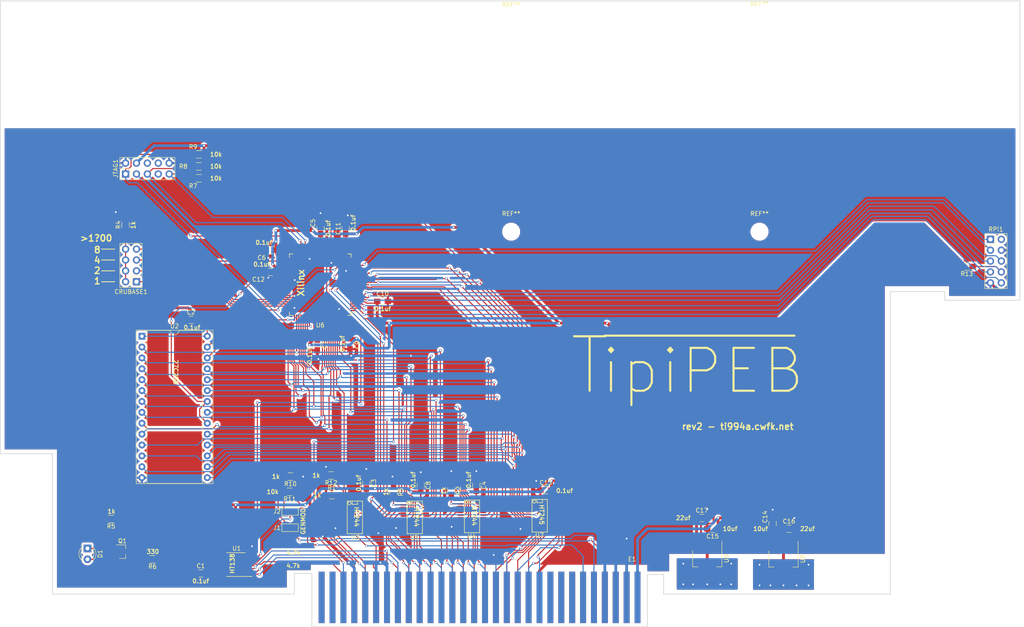
<source format=kicad_pcb>
(kicad_pcb (version 4) (host pcbnew 4.0.7-e2-6376~61~ubuntu18.04.1)
  (title_block (date 2018-05-30))
  (layers (0 F.Cu signal) (31 B.Cu signal) (34 B.Paste user) (35 F.Paste user) (36 B.SilkS user) (37 F.SilkS user) (38 B.Mask user) (39 F.Mask user) (44 Edge.Cuts user))
  (net 0 "")
  (net 1 GND)
  (net 2 +5V)
  (net 3 +3V3)
  (net 4 +8V)
  (net 5 "Net-(CRUBASE1-Pad1)")
  (net 6 CRUB_3)
  (net 7 CRUB_2)
  (net 8 CRUB_1)
  (net 9 CRUB_0)
  (net 10 "Net-(D1-Pad1)")
  (net 11 "Net-(D1-Pad2)")
  (net 12 "Net-(E1-Pad4)")
  (net 13 "Net-(E1-Pad2)")
  (net 14 "Net-(E1-Pad6)")
  (net 15 TI_AME)
  (net 16 RDBENA)
  (net 17 "Net-(E1-Pad13)")
  (net 18 "Net-(E1-Pad15)")
  (net 19 "Net-(E1-Pad17)")
  (net 20 TI_D7)
  (net 21 TI_D5)
  (net 22 TI_D3)
  (net 23 TI_D1)
  (net 24 TI_A14)
  (net 25 TI_A12)
  (net 26 TI_A10)
  (net 27 TI_A8)
  (net 28 TI_A6)
  (net 29 TI_A4)
  (net 30 TI_A2)
  (net 31 TI_A0)
  (net 32 TI_AMB)
  (net 33 TI_CRUCLK)
  (net 34 TI_CRUIN)
  (net 35 "Net-(E1-Pad57)")
  (net 36 "Net-(E1-Pad59)")
  (net 37 TI_AMD)
  (net 38 "Net-(E1-Pad10)")
  (net 39 "Net-(E1-Pad12)")
  (net 40 "Net-(E1-Pad14)")
  (net 41 "Net-(E1-Pad16)")
  (net 42 "Net-(E1-Pad18)")
  (net 43 TI_D6)
  (net 44 TI_D4)
  (net 45 TI_D2)
  (net 46 TI_D0)
  (net 47 TI_A15)
  (net 48 TI_A13)
  (net 49 TI_A11)
  (net 50 TI_A9)
  (net 51 TI_A7)
  (net 52 TI_A5)
  (net 53 TI_A3)
  (net 54 TI_A1)
  (net 55 TI_AMA)
  (net 56 TI_AMC)
  (net 57 TI_PH3)
  (net 58 TI_DBIN)
  (net 59 TI_WE)
  (net 60 "Net-(E1-Pad58)")
  (net 61 "Net-(E1-Pad60)")
  (net 62 JTAG_TCK)
  (net 63 JTAG_TDO)
  (net 64 JTAG_TMS)
  (net 65 "Net-(JTAG1-Pad6)")
  (net 66 "Net-(JTAG1-Pad7)")
  (net 67 "Net-(JTAG1-Pad8)")
  (net 68 JTAG_TDI)
  (net 69 "Net-(Q1-Pad1)")
  (net 70 "Net-(R1-Pad2)")
  (net 71 "Net-(R2-Pad2)")
  (net 72 "Net-(R3-Pad2)")
  (net 73 LED0)
  (net 74 R_CLK)
  (net 75 R_RT)
  (net 76 R_LE)
  (net 77 R_RESET)
  (net 78 R_DC)
  (net 79 R_DIN)
  (net 80 R_DOUT)
  (net 81 "Net-(RPi1-Pad10)")
  (net 82 B_MEMEN)
  (net 83 "Net-(U1-Pad9)")
  (net 84 "Net-(U1-Pad10)")
  (net 85 "Net-(U1-Pad11)")
  (net 86 "Net-(U1-Pad12)")
  (net 87 "Net-(U1-Pad13)")
  (net 88 "Net-(U1-Pad14)")
  (net 89 "Net-(U1-Pad15)")
  (net 90 TP_D3)
  (net 91 B_A3)
  (net 92 TP_D4)
  (net 93 B_A8)
  (net 94 TP_D5)
  (net 95 B_A9)
  (net 96 TP_D6)
  (net 97 B_A10)
  (net 98 TP_D7)
  (net 99 B_A11)
  (net 100 DSR_EN)
  (net 101 B_A12)
  (net 102 B_A5)
  (net 103 B_A13)
  (net 104 B_A14)
  (net 105 B_A4)
  (net 106 B_A15)
  (net 107 B_A6)
  (net 108 TP_D0)
  (net 109 B_A7)
  (net 110 TP_D1)
  (net 111 DSR_B0)
  (net 112 TP_D2)
  (net 113 DSR_B1)
  (net 114 "Net-(U3-Pad3)")
  (net 115 "Net-(U3-Pad5)")
  (net 116 "Net-(U3-Pad7)")
  (net 117 B_DBIN)
  (net 118 B_PH3)
  (net 119 B_CRUCLK)
  (net 120 B_WE)
  (net 121 DB_EN)
  (net 122 B_A2)
  (net 123 B_A1)
  (net 124 B_A0)
  (net 125 "Net-(U6-Pad9)")
  (net 126 "Net-(U6-Pad10)")
  (net 127 "Net-(U6-Pad19)")
  (net 128 "Net-(U6-Pad20)")
  (net 129 "Net-(U6-Pad24)")
  (net 130 "Net-(U6-Pad25)")
  (net 131 "Net-(U6-Pad28)")
  (net 132 "Net-(U6-Pad32)")
  (net 133 DB_DIR)
  (net 134 "Net-(U6-Pad34)")
  (net 135 "Net-(U6-Pad36)")
  (net 136 "Net-(U6-Pad37)")
  (net 137 "Net-(U6-Pad39)")
  (net 138 "Net-(U6-Pad40)")
  (net 139 "Net-(U6-Pad41)")
  (net 140 "Net-(U6-Pad42)")
  (net 141 "Net-(U6-Pad43)")
  (net 142 "Net-(U6-Pad46)")
  (net 143 "Net-(U6-Pad49)")
  (net 144 "Net-(U6-Pad50)")
  (net 145 "Net-(U6-Pad53)")
  (net 146 "Net-(U6-Pad54)")
  (net 147 "Net-(U6-Pad55)")
  (net 148 "Net-(U6-Pad56)")
  (net 149 "Net-(U6-Pad58)")
  (net 150 "Net-(U6-Pad59)")
  (net 151 "Net-(U6-Pad60)")
  (net 152 "Net-(U6-Pad63)")
  (net 153 "Net-(U6-Pad64)")
  (net 154 "Net-(U6-Pad74)")
  (net 155 "Net-(U6-Pad76)")
  (net 156 "Net-(U6-Pad65)")
  (net 157 "Net-(U6-Pad66)")
  (net 158 "Net-(U6-Pad67)")
  (net 159 "Net-(U6-Pad68)")
  (net 160 TI_MEMEN)
  (net 161 "Net-(R12-Pad1)")
  (net 162 "Net-(J1-Pad1)")
  (net 163 "Net-(J1-Pad2)")
  (net 164 "Net-(J2-Pad1)")
  (net 165 "Net-(J2-Pad2)")
  (module Mounting_Holes:MountingHole_3.2mm_M3 (layer F.Cu) (at 138.176 78.74)
    (fp_text reference REF** (at 0 -4.2) (layer F.SilkS))
    (fp_text value MountingHole_3.2mm_M3)
    (pad 1 np_thru_hole circle (at 0 0) (size 3.2 3.2) (drill 3.2) (layers *.Cu *.Mask))
  )
  (module Mounting_Holes:MountingHole_3.2mm_M3 (layer F.Cu) (at 196.088 78.74)
    (fp_text reference REF** (at 0 -4.2) (layer F.SilkS))
    (fp_text value MountingHole_3.2mm_M3)
    (pad 1 np_thru_hole circle (at 0 0) (size 3.2 3.2) (drill 3.2) (layers *.Cu *.Mask))
  )
  (module Mounting_Holes:MountingHole_3.2mm_M3 (layer F.Cu) (at 138.176 29.972)
    (fp_text reference REF** (at 0 -4.2) (layer F.SilkS))
    (fp_text value MountingHole_3.2mm_M3)
    (pad 1 np_thru_hole circle (at 0 0) (size 3.2 3.2) (drill 3.2) (layers *.Cu *.Mask))
  )
  (module Capacitors_SMD:C_0805_HandSoldering (layer F.Cu) (at 65.806 158.496)
    (fp_text reference C1 (at 0 -1.75) (layer F.SilkS))
    (fp_text value 0.1uf)
    (pad 1 smd rect (at -1.25 0) (size 1.5 1.25) (layers F.Cu F.Paste F.Mask) (net 1 GND))
    (pad 2 smd rect (at 1.25 0) (size 1.5 1.25) (layers F.Cu F.Paste F.Mask) (net 2 +5V))
  )
  (module Capacitors_SMD:C_0805_HandSoldering (layer F.Cu) (at 63.52 99.314)
    (fp_text reference C2 (at 0 -1.75) (layer F.SilkS))
    (fp_text value 0.1uf)
    (pad 1 smd rect (at -1.25 0) (size 1.5 1.25) (layers F.Cu F.Paste F.Mask) (net 1 GND))
    (pad 2 smd rect (at 1.25 0) (size 1.5 1.25) (layers F.Cu F.Paste F.Mask) (net 2 +5V))
  )
  (module Capacitors_SMD:C_0805_HandSoldering (layer F.Cu) (at 104.394 137.434 270)
    (fp_text reference C3 (at 0 -1.75 270) (layer F.SilkS))
    (fp_text value 0.1uf)
    (pad 1 smd rect (at -1.25 0 270) (size 1.5 1.25) (layers F.Cu F.Paste F.Mask) (net 1 GND))
    (pad 2 smd rect (at 1.25 0 270) (size 1.5 1.25) (layers F.Cu F.Paste F.Mask) (net 2 +5V))
  )
  (module Capacitors_SMD:C_0805_HandSoldering (layer F.Cu) (at 130.048 137.942 270)
    (fp_text reference C4 (at 0 -1.75 270) (layer F.SilkS))
    (fp_text value 0.1uf)
    (pad 1 smd rect (at -1.25 0 270) (size 1.5 1.25) (layers F.Cu F.Paste F.Mask) (net 1 GND))
    (pad 2 smd rect (at 1.25 0 270) (size 1.5 1.25) (layers F.Cu F.Paste F.Mask) (net 2 +5V))
  )
  (module Capacitors_SMD:C_0805_HandSoldering (layer F.Cu) (at 93.726 77.998 90)
    (fp_text reference C5 (at 1.29 -1.778 90) (layer F.SilkS))
    (fp_text value 0.1uf)
    (pad 1 smd rect (at -1.25 0 90) (size 1.5 1.25) (layers F.Cu F.Paste F.Mask) (net 3 +3V3))
    (pad 2 smd rect (at 1.25 0 90) (size 1.5 1.25) (layers F.Cu F.Paste F.Mask) (net 1 GND))
  )
  (module Capacitors_SMD:C_0805_HandSoldering (layer F.Cu) (at 82.062 83.058 180)
    (fp_text reference C6 (at 2.052 -1.75 180) (layer F.SilkS))
    (fp_text value 0.1uf)
    (pad 1 smd rect (at -1.25 0 180) (size 1.5 1.25) (layers F.Cu F.Paste F.Mask) (net 3 +3V3))
    (pad 2 smd rect (at 1.25 0 180) (size 1.5 1.25) (layers F.Cu F.Paste F.Mask) (net 1 GND))
  )
  (module Capacitors_SMD:C_0805_HandSoldering (layer F.Cu) (at 92.964 105.176 270)
    (fp_text reference C7 (at 0 -1.75 270) (layer F.SilkS))
    (fp_text value 0.1uf)
    (pad 1 smd rect (at -1.25 0 270) (size 1.5 1.25) (layers F.Cu F.Paste F.Mask) (net 3 +3V3))
    (pad 2 smd rect (at 1.25 0 270) (size 1.5 1.25) (layers F.Cu F.Paste F.Mask) (net 1 GND))
  )
  (module Capacitors_SMD:C_0805_HandSoldering (layer F.Cu) (at 117.094 137.922 270)
    (fp_text reference C8 (at 0 -1.75 270) (layer F.SilkS))
    (fp_text value 0.1uf)
    (pad 1 smd rect (at -1.25 0 270) (size 1.5 1.25) (layers F.Cu F.Paste F.Mask) (net 1 GND))
    (pad 2 smd rect (at 1.25 0 270) (size 1.5 1.25) (layers F.Cu F.Paste F.Mask) (net 2 +5V))
  )
  (module Capacitors_SMD:C_0805_HandSoldering (layer F.Cu) (at 100.584 104.882 270)
    (fp_text reference C9 (at 0.274 -1.75 270) (layer F.SilkS))
    (fp_text value 0.1uf)
    (pad 1 smd rect (at -1.25 0 270) (size 1.5 1.25) (layers F.Cu F.Paste F.Mask) (net 3 +3V3))
    (pad 2 smd rect (at 1.25 0 270) (size 1.5 1.25) (layers F.Cu F.Paste F.Mask) (net 1 GND))
  )
  (module Capacitors_SMD:C_0805_HandSoldering (layer F.Cu) (at 108.184 94.996)
    (fp_text reference C10 (at 0 -1.75) (layer F.SilkS))
    (fp_text value 0.1uf)
    (pad 1 smd rect (at -1.25 0) (size 1.5 1.25) (layers F.Cu F.Paste F.Mask) (net 3 +3V3))
    (pad 2 smd rect (at 1.25 0) (size 1.5 1.25) (layers F.Cu F.Paste F.Mask) (net 1 GND))
  )
  (module Capacitors_SMD:C_0805_HandSoldering (layer F.Cu) (at 99.568 77.978 90)
    (fp_text reference C11 (at 0 -1.75 90) (layer F.SilkS))
    (fp_text value 0.1uf)
    (pad 1 smd rect (at -1.25 0 90) (size 1.5 1.25) (layers F.Cu F.Paste F.Mask) (net 3 +3V3))
    (pad 2 smd rect (at 1.25 0 90) (size 1.5 1.25) (layers F.Cu F.Paste F.Mask) (net 1 GND))
  )
  (module Capacitors_SMD:C_0805_HandSoldering (layer F.Cu) (at 82.042 88.138 180)
    (fp_text reference C12 (at 2.794 -1.75 180) (layer F.SilkS))
    (fp_text value 0.1uf)
    (pad 1 smd rect (at -1.25 0 180) (size 1.5 1.25) (layers F.Cu F.Paste F.Mask) (net 3 +3V3))
    (pad 2 smd rect (at 1.25 0 180) (size 1.5 1.25) (layers F.Cu F.Paste F.Mask) (net 1 GND))
  )
  (module Capacitors_SMD:C_0805_HandSoldering (layer F.Cu) (at 146.242643 139.059519)
    (fp_text reference C13 (at 0 -1.75) (layer F.SilkS))
    (fp_text value 0.1uf)
    (pad 1 smd rect (at -1.25 0) (size 1.5 1.25) (layers F.Cu F.Paste F.Mask) (net 1 GND))
    (pad 2 smd rect (at 1.25 0) (size 1.5 1.25) (layers F.Cu F.Paste F.Mask) (net 2 +5V))
  )
  (module Capacitors_SMD:C_0805_HandSoldering (layer F.Cu) (at 199.136 146.832 90)
    (fp_text reference C14 (at 1.544 -1.778 90) (layer F.SilkS))
    (fp_text value 10uf)
    (pad 1 smd rect (at -1.25 0 90) (size 1.5 1.25) (layers F.Cu F.Paste F.Mask) (net 4 +8V))
    (pad 2 smd rect (at 1.25 0 90) (size 1.5 1.25) (layers F.Cu F.Paste F.Mask) (net 1 GND))
  )
  (module Capacitors_SMD:C_0805_HandSoldering (layer F.Cu) (at 185.146 148.082 180)
    (fp_text reference C15 (at 0 -1.75 180) (layer F.SilkS))
    (fp_text value 10uf)
    (pad 1 smd rect (at -1.25 0 180) (size 1.5 1.25) (layers F.Cu F.Paste F.Mask) (net 4 +8V))
    (pad 2 smd rect (at 1.25 0 180) (size 1.5 1.25) (layers F.Cu F.Paste F.Mask) (net 1 GND))
  )
  (module Capacitors_SMD:C_0805_HandSoldering (layer F.Cu) (at 202.966 148.082)
    (fp_text reference C16 (at 0 -1.75) (layer F.SilkS))
    (fp_text value 22uf)
    (pad 1 smd rect (at -1.25 0) (size 1.5 1.25) (layers F.Cu F.Paste F.Mask) (net 3 +3V3))
    (pad 2 smd rect (at 1.25 0) (size 1.5 1.25) (layers F.Cu F.Paste F.Mask) (net 1 GND))
  )
  (module Capacitors_SMD:C_0805_HandSoldering (layer F.Cu) (at 182.646 145.542)
    (fp_text reference C17 (at 0 -1.75) (layer F.SilkS))
    (fp_text value 22uf)
    (pad 1 smd rect (at -1.25 0) (size 1.5 1.25) (layers F.Cu F.Paste F.Mask) (net 2 +5V))
    (pad 2 smd rect (at 1.25 0) (size 1.5 1.25) (layers F.Cu F.Paste F.Mask) (net 1 GND))
  )
  (module Pin_Headers:Pin_Header_Straight_2x04_Pitch2.54mm (layer F.Cu) (at 50.8 90.424 180)
    (fp_text reference CRUBASE1 (at 1.27 -2.33 180) (layer F.SilkS))
    (fp_text value CONN_02X04)
    (pad 5 thru_hole rect (at 0 0 180) (size 1.7 1.7) (drill 1) (layers *.Cu *.Mask) (net 6 CRUB_3))
    (pad 1 thru_hole oval (at 2.54 0 180) (size 1.7 1.7) (drill 1) (layers *.Cu *.Mask) (net 5 "Net-(CRUBASE1-Pad1)"))
    (pad 6 thru_hole oval (at 0 2.54 180) (size 1.7 1.7) (drill 1) (layers *.Cu *.Mask) (net 7 CRUB_2))
    (pad 2 thru_hole oval (at 2.54 2.54 180) (size 1.7 1.7) (drill 1) (layers *.Cu *.Mask) (net 5 "Net-(CRUBASE1-Pad1)"))
    (pad 7 thru_hole oval (at 0 5.08 180) (size 1.7 1.7) (drill 1) (layers *.Cu *.Mask) (net 8 CRUB_1))
    (pad 3 thru_hole oval (at 2.54 5.08 180) (size 1.7 1.7) (drill 1) (layers *.Cu *.Mask) (net 5 "Net-(CRUBASE1-Pad1)"))
    (pad 8 thru_hole oval (at 0 7.62 180) (size 1.7 1.7) (drill 1) (layers *.Cu *.Mask) (net 9 CRUB_0))
    (pad 4 thru_hole oval (at 2.54 7.62 180) (size 1.7 1.7) (drill 1) (layers *.Cu *.Mask) (net 5 "Net-(CRUBASE1-Pad1)"))
  )
  (module LEDs:LED_D3.0mm (layer F.Cu) (at 39.37 152.654 270)
    (fp_text reference D1 (at 1.27 -2.96 270) (layer F.SilkS))
    (fp_text value LED_ALT)
    (pad 1 thru_hole rect (at 0 0 270) (size 1.8 1.8) (drill 0.9) (layers *.Cu *.Mask) (net 10 "Net-(D1-Pad1)"))
    (pad 2 thru_hole circle (at 2.54 0 270) (size 1.8 1.8) (drill 0.9) (layers *.Cu *.Mask) (net 11 "Net-(D1-Pad2)"))
  )
  (module peb-edge-card:ti99-peb-edge (layer F.Cu) (at 127 164.084)
    (fp_text reference E1 (at 39.37 -8.89) (layer F.SilkS))
    (fp_text value TiPEBEdge hide)
    (pad 5 connect rect (at 35.56 0 270) (size 12 1.4) (layers B.Cu B.Mask) (net 1 GND))
    (pad 4 connect rect (at 38.1 0 270) (size 12 1.4) (layers F.Cu F.Mask) (net 12 "Net-(E1-Pad4)"))
    (pad 1 connect rect (at 40.64 0 270) (size 12 1.4) (layers B.Cu B.Mask) (net 4 +8V))
    (pad 2 connect rect (at 40.64 0 270) (size 12 1.4) (layers F.Cu F.Mask) (net 13 "Net-(E1-Pad2)"))
    (pad 3 connect rect (at 38.1 0 270) (size 12 1.4) (layers B.Cu B.Mask) (net 1 GND))
    (pad 6 connect rect (at 35.56 0 270) (size 12 1.4) (layers F.Cu F.Mask) (net 14 "Net-(E1-Pad6)"))
    (pad 7 connect rect (at 33.02 0 270) (size 12 1.4) (layers B.Cu B.Mask) (net 1 GND))
    (pad 9 connect rect (at 30.48 0 270) (size 12 1.4) (layers B.Cu B.Mask) (net 15 TI_AME))
    (pad 11 connect rect (at 27.94 0 270) (size 12 1.4) (layers B.Cu B.Mask) (net 16 RDBENA))
    (pad 13 connect rect (at 25.4 0 270) (size 12 1.4) (layers B.Cu B.Mask) (net 17 "Net-(E1-Pad13)"))
    (pad 15 connect rect (at 22.86 0 270) (size 12 1.4) (layers B.Cu B.Mask) (net 18 "Net-(E1-Pad15)"))
    (pad 17 connect rect (at 20.32 0 270) (size 12 1.4) (layers B.Cu B.Mask) (net 19 "Net-(E1-Pad17)"))
    (pad 19 connect rect (at 17.78 0 270) (size 12 1.4) (layers B.Cu B.Mask) (net 20 TI_D7))
    (pad 21 connect rect (at 15.24 0 270) (size 12 1.4) (layers B.Cu B.Mask) (net 21 TI_D5))
    (pad 23 connect rect (at 12.7 0 270) (size 12 1.4) (layers B.Cu B.Mask) (net 22 TI_D3))
    (pad 25 connect rect (at 10.16 0 270) (size 12 1.4) (layers B.Cu B.Mask) (net 23 TI_D1))
    (pad 27 connect rect (at 7.62 0 270) (size 12 1.4) (layers B.Cu B.Mask) (net 1 GND))
    (pad 29 connect rect (at 5.08 0 270) (size 12 1.4) (layers B.Cu B.Mask) (net 24 TI_A14))
    (pad 31 connect rect (at 2.54 0 270) (size 12 1.4) (layers B.Cu B.Mask) (net 25 TI_A12))
    (pad 33 connect rect (at 0 0 270) (size 12 1.4) (layers B.Cu B.Mask) (net 26 TI_A10))
    (pad 35 connect rect (at -2.54 0 270) (size 12 1.4) (layers B.Cu B.Mask) (net 27 TI_A8))
    (pad 37 connect rect (at -5.08 0 270) (size 12 1.4) (layers B.Cu B.Mask) (net 28 TI_A6))
    (pad 39 connect rect (at -7.62 0 270) (size 12 1.4) (layers B.Cu B.Mask) (net 29 TI_A4))
    (pad 41 connect rect (at -10.16 0 270) (size 12 1.4) (layers B.Cu B.Mask) (net 30 TI_A2))
    (pad 43 connect rect (at -12.7 0 270) (size 12 1.4) (layers B.Cu B.Mask) (net 31 TI_A0))
    (pad 45 connect rect (at -15.24 0 270) (size 12 1.4) (layers B.Cu B.Mask) (net 32 TI_AMB))
    (pad 47 connect rect (at -17.78 0 270) (size 12 1.4) (layers B.Cu B.Mask) (net 1 GND))
    (pad 49 connect rect (at -20.32 0 270) (size 12 1.4) (layers B.Cu B.Mask) (net 1 GND))
    (pad 51 connect rect (at -22.86 0 270) (size 12 1.4) (layers B.Cu B.Mask) (net 33 TI_CRUCLK))
    (pad 53 connect rect (at -25.4 0 270) (size 12 1.4) (layers B.Cu B.Mask) (net 1 GND))
    (pad 55 connect rect (at -27.94 0 270) (size 12 1.4) (layers B.Cu B.Mask) (net 34 TI_CRUIN))
    (pad 57 connect rect (at -30.48 0 270) (size 12 1.4) (layers B.Cu B.Mask) (net 35 "Net-(E1-Pad57)"))
    (pad 59 connect rect (at -33.02 0 270) (size 12 1.4) (layers B.Cu B.Mask) (net 36 "Net-(E1-Pad59)"))
    (pad 8 connect rect (at 33.02 0 270) (size 12 1.4) (layers F.Cu F.Mask) (net 37 TI_AMD))
    (pad 10 connect rect (at 30.48 0 270) (size 12 1.4) (layers F.Cu F.Mask) (net 38 "Net-(E1-Pad10)"))
    (pad 12 connect rect (at 27.94 0 270) (size 12 1.4) (layers F.Cu F.Mask) (net 39 "Net-(E1-Pad12)"))
    (pad 14 connect rect (at 25.4 0 270) (size 12 1.4) (layers F.Cu F.Mask) (net 40 "Net-(E1-Pad14)"))
    (pad 16 connect rect (at 22.86 0 270) (size 12 1.4) (layers F.Cu F.Mask) (net 41 "Net-(E1-Pad16)"))
    (pad 18 connect rect (at 20.32 0 270) (size 12 1.4) (layers F.Cu F.Mask) (net 42 "Net-(E1-Pad18)"))
    (pad 20 connect rect (at 17.78 0 270) (size 12 1.4) (layers F.Cu F.Mask) (net 1 GND))
    (pad 22 connect rect (at 15.24 0 270) (size 12 1.4) (layers F.Cu F.Mask) (net 43 TI_D6))
    (pad 24 connect rect (at 12.7 0 270) (size 12 1.4) (layers F.Cu F.Mask) (net 44 TI_D4))
    (pad 26 connect rect (at 10.16 0 270) (size 12 1.4) (layers F.Cu F.Mask) (net 45 TI_D2))
    (pad 28 connect rect (at 7.62 0 270) (size 12 1.4) (layers F.Cu F.Mask) (net 46 TI_D0))
    (pad 30 connect rect (at 5.08 0 270) (size 12 1.4) (layers F.Cu F.Mask) (net 47 TI_A15))
    (pad 32 connect rect (at 2.54 0 270) (size 12 1.4) (layers F.Cu F.Mask) (net 48 TI_A13))
    (pad 34 connect rect (at 0 0 270) (size 12 1.4) (layers F.Cu F.Mask) (net 49 TI_A11))
    (pad 36 connect rect (at -2.54 0 270) (size 12 1.4) (layers F.Cu F.Mask) (net 50 TI_A9))
    (pad 38 connect rect (at -5.08 0 270) (size 12 1.4) (layers F.Cu F.Mask) (net 51 TI_A7))
    (pad 40 connect rect (at -7.62 0 270) (size 12 1.4) (layers F.Cu F.Mask) (net 52 TI_A5))
    (pad 42 connect rect (at -10.16 0 270) (size 12 1.4) (layers F.Cu F.Mask) (net 53 TI_A3))
    (pad 44 connect rect (at -12.7 0 270) (size 12 1.4) (layers F.Cu F.Mask) (net 54 TI_A1))
    (pad 46 connect rect (at -15.24 0 270) (size 12 1.4) (layers F.Cu F.Mask) (net 55 TI_AMA))
    (pad 48 connect rect (at -17.78 0 270) (size 12 1.4) (layers F.Cu F.Mask) (net 56 TI_AMC))
    (pad 50 connect rect (at -20.32 0 270) (size 12 1.4) (layers F.Cu F.Mask) (net 57 TI_PH3))
    (pad 52 connect rect (at -22.86 0 270) (size 12 1.4) (layers F.Cu F.Mask) (net 58 TI_DBIN))
    (pad 54 connect rect (at -25.4 0 270) (size 12 1.4) (layers F.Cu F.Mask) (net 59 TI_WE))
    (pad 56 connect rect (at -27.94 0 270) (size 12 1.4) (layers F.Cu F.Mask) (net 160 TI_MEMEN))
    (pad 58 connect rect (at -30.48 0 270) (size 12 1.4) (layers F.Cu F.Mask) (net 60 "Net-(E1-Pad58)"))
    (pad 60 connect rect (at -33.02 0 270) (size 12 1.4) (layers F.Cu F.Mask) (net 61 "Net-(E1-Pad60)"))
  )
  (module Pin_Headers:Pin_Header_Straight_2x05_Pitch2.54mm (layer F.Cu) (at 48.26 65.278 90)
    (fp_text reference JTAG1 (at 1.27 -2.33 90) (layer F.SilkS))
    (fp_text value AVR-JTAG-10)
    (pad 1 thru_hole rect (at 0 0 90) (size 1.7 1.7) (drill 1) (layers *.Cu *.Mask) (net 62 JTAG_TCK))
    (pad 2 thru_hole oval (at 2.54 0 90) (size 1.7 1.7) (drill 1) (layers *.Cu *.Mask) (net 1 GND))
    (pad 3 thru_hole oval (at 0 2.54 90) (size 1.7 1.7) (drill 1) (layers *.Cu *.Mask) (net 63 JTAG_TDO))
    (pad 4 thru_hole oval (at 2.54 2.54 90) (size 1.7 1.7) (drill 1) (layers *.Cu *.Mask) (net 3 +3V3))
    (pad 5 thru_hole oval (at 0 5.08 90) (size 1.7 1.7) (drill 1) (layers *.Cu *.Mask) (net 64 JTAG_TMS))
    (pad 6 thru_hole oval (at 2.54 5.08 90) (size 1.7 1.7) (drill 1) (layers *.Cu *.Mask) (net 65 "Net-(JTAG1-Pad6)"))
    (pad 7 thru_hole oval (at 0 7.62 90) (size 1.7 1.7) (drill 1) (layers *.Cu *.Mask) (net 66 "Net-(JTAG1-Pad7)"))
    (pad 8 thru_hole oval (at 2.54 7.62 90) (size 1.7 1.7) (drill 1) (layers *.Cu *.Mask) (net 67 "Net-(JTAG1-Pad8)"))
    (pad 9 thru_hole oval (at 0 10.16 90) (size 1.7 1.7) (drill 1) (layers *.Cu *.Mask) (net 68 JTAG_TDI))
    (pad 10 thru_hole oval (at 2.54 10.16 90) (size 1.7 1.7) (drill 1) (layers *.Cu *.Mask) (net 1 GND))
  )
  (module TO_SOT_Packages_SMD:SOT-23 (layer F.Cu) (at 47.514 153.416)
    (fp_text reference Q1 (at 0 -2.5) (layer F.SilkS))
    (fp_text value Q_NPN_BCE)
    (pad 1 smd rect (at -1 -0.95) (size 0.9 0.8) (layers F.Cu F.Paste F.Mask) (net 69 "Net-(Q1-Pad1)"))
    (pad 2 smd rect (at -1 0.95) (size 0.9 0.8) (layers F.Cu F.Paste F.Mask) (net 10 "Net-(D1-Pad1)"))
    (pad 3 smd rect (at 1 0) (size 0.9 0.8) (layers F.Cu F.Paste F.Mask) (net 1 GND))
  )
  (module Resistors_SMD:R_0805_HandSoldering (layer F.Cu) (at 96.346 140.208)
    (fp_text reference R1 (at 0 -1.7) (layer F.SilkS))
    (fp_text value 1k)
    (pad 1 smd rect (at -1.35 0) (size 1.5 1.3) (layers F.Cu F.Paste F.Mask) (net 1 GND))
    (pad 2 smd rect (at 1.35 0) (size 1.5 1.3) (layers F.Cu F.Paste F.Mask) (net 70 "Net-(R1-Pad2)"))
  )
  (module Resistors_SMD:R_0805_HandSoldering (layer F.Cu) (at 124.206 139.112 270)
    (fp_text reference R2 (at 0 -1.7 270) (layer F.SilkS))
    (fp_text value 1k)
    (pad 1 smd rect (at -1.35 0 270) (size 1.5 1.3) (layers F.Cu F.Paste F.Mask) (net 1 GND))
    (pad 2 smd rect (at 1.35 0 270) (size 1.5 1.3) (layers F.Cu F.Paste F.Mask) (net 71 "Net-(R2-Pad2)"))
  )
  (module Resistors_SMD:R_0805_HandSoldering (layer F.Cu) (at 110.744 139.526 270)
    (fp_text reference R3 (at 0 -1.7 270) (layer F.SilkS))
    (fp_text value 1k)
    (pad 1 smd rect (at -1.35 0 270) (size 1.5 1.3) (layers F.Cu F.Paste F.Mask) (net 1 GND))
    (pad 2 smd rect (at 1.35 0 270) (size 1.5 1.3) (layers F.Cu F.Paste F.Mask) (net 72 "Net-(R3-Pad2)"))
  )
  (module Resistors_SMD:R_0805_HandSoldering (layer F.Cu) (at 48.26 77.136 90)
    (fp_text reference R4 (at 0 -1.7 90) (layer F.SilkS))
    (fp_text value 1k)
    (pad 1 smd rect (at -1.35 0 90) (size 1.5 1.3) (layers F.Cu F.Paste F.Mask) (net 5 "Net-(CRUBASE1-Pad1)"))
    (pad 2 smd rect (at 1.35 0 90) (size 1.5 1.3) (layers F.Cu F.Paste F.Mask) (net 1 GND))
  )
  (module Resistors_SMD:R_0805_HandSoldering (layer F.Cu) (at 44.878 145.796 180)
    (fp_text reference R5 (at 0 -1.7 180) (layer F.SilkS))
    (fp_text value 1k)
    (pad 1 smd rect (at -1.35 0 180) (size 1.5 1.3) (layers F.Cu F.Paste F.Mask) (net 69 "Net-(Q1-Pad1)"))
    (pad 2 smd rect (at 1.35 0 180) (size 1.5 1.3) (layers F.Cu F.Paste F.Mask) (net 73 LED0))
  )
  (module Resistors_SMD:R_0805_HandSoldering (layer F.Cu) (at 54.53 155.194 180)
    (fp_text reference R6 (at 0 -1.7 180) (layer F.SilkS))
    (fp_text value 330)
    (pad 1 smd rect (at -1.35 0 180) (size 1.5 1.3) (layers F.Cu F.Paste F.Mask) (net 2 +5V))
    (pad 2 smd rect (at 1.35 0 180) (size 1.5 1.3) (layers F.Cu F.Paste F.Mask) (net 11 "Net-(D1-Pad2)"))
  )
  (module Resistors_SMD:R_0805_HandSoldering (layer F.Cu) (at 65.358 66.294)
    (fp_text reference R7 (at -1.35 1.778) (layer F.SilkS))
    (fp_text value 10k)
    (pad 1 smd rect (at -1.35 0) (size 1.5 1.3) (layers F.Cu F.Paste F.Mask) (net 68 JTAG_TDI))
    (pad 2 smd rect (at 1.35 0) (size 1.5 1.3) (layers F.Cu F.Paste F.Mask) (net 3 +3V3))
  )
  (module Resistors_SMD:R_0805_HandSoldering (layer F.Cu) (at 65.358 63.5)
    (fp_text reference R8 (at -3.636 0) (layer F.SilkS))
    (fp_text value 10k)
    (pad 1 smd rect (at -1.35 0) (size 1.5 1.3) (layers F.Cu F.Paste F.Mask) (net 64 JTAG_TMS))
    (pad 2 smd rect (at 1.35 0) (size 1.5 1.3) (layers F.Cu F.Paste F.Mask) (net 3 +3V3))
  )
  (module Resistors_SMD:R_0805_HandSoldering (layer F.Cu) (at 65.358 60.706)
    (fp_text reference R9 (at -1.35 -1.778) (layer F.SilkS))
    (fp_text value 10k)
    (pad 1 smd rect (at -1.35 0) (size 1.5 1.3) (layers F.Cu F.Paste F.Mask) (net 62 JTAG_TCK))
    (pad 2 smd rect (at 1.35 0) (size 1.5 1.3) (layers F.Cu F.Paste F.Mask) (net 3 +3V3))
  )
  (module Pin_Headers:Pin_Header_Straight_2x05_Pitch2.54mm (layer F.Cu) (at 249.936 80.518)
    (fp_text reference RPi1 (at 1.27 -2.33) (layer F.SilkS))
    (fp_text value RPI_CONN_02X05)
    (pad 1 thru_hole rect (at 0 0) (size 1.7 1.7) (drill 1) (layers *.Cu *.Mask) (net 74 R_CLK))
    (pad 10 thru_hole oval (at 2.54 0) (size 1.7 1.7) (drill 1) (layers *.Cu *.Mask) (net 81 "Net-(RPi1-Pad10)"))
    (pad 2 thru_hole oval (at 0 2.54) (size 1.7 1.7) (drill 1) (layers *.Cu *.Mask) (net 75 R_RT))
    (pad 9 thru_hole oval (at 2.54 2.54) (size 1.7 1.7) (drill 1) (layers *.Cu *.Mask) (net 1 GND))
    (pad 3 thru_hole oval (at 0 5.08) (size 1.7 1.7) (drill 1) (layers *.Cu *.Mask) (net 76 R_LE))
    (pad 8 thru_hole oval (at 2.54 5.08) (size 1.7 1.7) (drill 1) (layers *.Cu *.Mask) (net 80 R_DOUT))
    (pad 4 thru_hole oval (at 0 7.62) (size 1.7 1.7) (drill 1) (layers *.Cu *.Mask) (net 77 R_RESET))
    (pad 7 thru_hole oval (at 2.54 7.62) (size 1.7 1.7) (drill 1) (layers *.Cu *.Mask) (net 79 R_DIN))
    (pad 5 thru_hole oval (at 0 10.16) (size 1.7 1.7) (drill 1) (layers *.Cu *.Mask) (net 1 GND))
    (pad 6 thru_hole oval (at 2.54 10.16) (size 1.7 1.7) (drill 1) (layers *.Cu *.Mask) (net 78 R_DC))
  )
  (module Housings_DIP:DIP-28_W15.24mm_Socket (layer F.Cu) (at 52.07 103.124)
    (fp_text reference U2 (at 7.62 -2.33) (layer F.SilkS))
    (fp_text value 27C256)
    (pad 1 thru_hole rect (at 0 0) (size 1.6 1.6) (drill 0.8) (layers *.Cu *.Mask) (net 2 +5V))
    (pad 15 thru_hole oval (at 15.24 33.02) (size 1.6 1.6) (drill 0.8) (layers *.Cu *.Mask) (net 90 TP_D3))
    (pad 2 thru_hole oval (at 0 2.54) (size 1.6 1.6) (drill 0.8) (layers *.Cu *.Mask) (net 91 B_A3))
    (pad 16 thru_hole oval (at 15.24 30.48) (size 1.6 1.6) (drill 0.8) (layers *.Cu *.Mask) (net 92 TP_D4))
    (pad 3 thru_hole oval (at 0 5.08) (size 1.6 1.6) (drill 0.8) (layers *.Cu *.Mask) (net 93 B_A8))
    (pad 17 thru_hole oval (at 15.24 27.94) (size 1.6 1.6) (drill 0.8) (layers *.Cu *.Mask) (net 94 TP_D5))
    (pad 4 thru_hole oval (at 0 7.62) (size 1.6 1.6) (drill 0.8) (layers *.Cu *.Mask) (net 95 B_A9))
    (pad 18 thru_hole oval (at 15.24 25.4) (size 1.6 1.6) (drill 0.8) (layers *.Cu *.Mask) (net 96 TP_D6))
    (pad 5 thru_hole oval (at 0 10.16) (size 1.6 1.6) (drill 0.8) (layers *.Cu *.Mask) (net 97 B_A10))
    (pad 19 thru_hole oval (at 15.24 22.86) (size 1.6 1.6) (drill 0.8) (layers *.Cu *.Mask) (net 98 TP_D7))
    (pad 6 thru_hole oval (at 0 12.7) (size 1.6 1.6) (drill 0.8) (layers *.Cu *.Mask) (net 99 B_A11))
    (pad 20 thru_hole oval (at 15.24 20.32) (size 1.6 1.6) (drill 0.8) (layers *.Cu *.Mask) (net 100 DSR_EN))
    (pad 7 thru_hole oval (at 0 15.24) (size 1.6 1.6) (drill 0.8) (layers *.Cu *.Mask) (net 101 B_A12))
    (pad 21 thru_hole oval (at 15.24 17.78) (size 1.6 1.6) (drill 0.8) (layers *.Cu *.Mask) (net 102 B_A5))
    (pad 8 thru_hole oval (at 0 17.78) (size 1.6 1.6) (drill 0.8) (layers *.Cu *.Mask) (net 103 B_A13))
    (pad 22 thru_hole oval (at 15.24 15.24) (size 1.6 1.6) (drill 0.8) (layers *.Cu *.Mask) (net 100 DSR_EN))
    (pad 9 thru_hole oval (at 0 20.32) (size 1.6 1.6) (drill 0.8) (layers *.Cu *.Mask) (net 104 B_A14))
    (pad 23 thru_hole oval (at 15.24 12.7) (size 1.6 1.6) (drill 0.8) (layers *.Cu *.Mask) (net 105 B_A4))
    (pad 10 thru_hole oval (at 0 22.86) (size 1.6 1.6) (drill 0.8) (layers *.Cu *.Mask) (net 106 B_A15))
    (pad 24 thru_hole oval (at 15.24 10.16) (size 1.6 1.6) (drill 0.8) (layers *.Cu *.Mask) (net 107 B_A6))
    (pad 11 thru_hole oval (at 0 25.4) (size 1.6 1.6) (drill 0.8) (layers *.Cu *.Mask) (net 108 TP_D0))
    (pad 25 thru_hole oval (at 15.24 7.62) (size 1.6 1.6) (drill 0.8) (layers *.Cu *.Mask) (net 109 B_A7))
    (pad 12 thru_hole oval (at 0 27.94) (size 1.6 1.6) (drill 0.8) (layers *.Cu *.Mask) (net 110 TP_D1))
    (pad 26 thru_hole oval (at 15.24 5.08) (size 1.6 1.6) (drill 0.8) (layers *.Cu *.Mask) (net 111 DSR_B0))
    (pad 13 thru_hole oval (at 0 30.48) (size 1.6 1.6) (drill 0.8) (layers *.Cu *.Mask) (net 112 TP_D2))
    (pad 27 thru_hole oval (at 15.24 2.54) (size 1.6 1.6) (drill 0.8) (layers *.Cu *.Mask) (net 113 DSR_B1))
    (pad 14 thru_hole oval (at 0 33.02) (size 1.6 1.6) (drill 0.8) (layers *.Cu *.Mask) (net 1 GND))
    (pad 28 thru_hole oval (at 15.24 0) (size 1.6 1.6) (drill 0.8) (layers *.Cu *.Mask) (net 2 +5V))
  )
  (module SMD_Packages:SSOP-20 (layer F.Cu) (at 101.727 145.415 270)
    (fp_text reference U3 (at 4.699 -0.127 360) (layer F.SilkS))
    (fp_text value 74HCT244)
    (pad 1 smd rect (at -2.921 2.667 270) (size 0.4064 1.27) (layers F.Cu F.Paste F.Mask) (net 70 "Net-(R1-Pad2)"))
    (pad 2 smd rect (at -2.286 2.667 270) (size 0.4064 1.27) (layers F.Cu F.Paste F.Mask) (net 59 TI_WE))
    (pad 3 smd rect (at -1.6256 2.667 270) (size 0.4064 1.27) (layers F.Cu F.Paste F.Mask) (net 114 "Net-(U3-Pad3)"))
    (pad 4 smd rect (at -0.9652 2.667 270) (size 0.4064 1.27) (layers F.Cu F.Paste F.Mask) (net 33 TI_CRUCLK))
    (pad 5 smd rect (at -0.3302 2.667 270) (size 0.4064 1.27) (layers F.Cu F.Paste F.Mask) (net 115 "Net-(U3-Pad5)"))
    (pad 6 smd rect (at 0.3302 2.667 270) (size 0.4064 1.27) (layers F.Cu F.Paste F.Mask) (net 57 TI_PH3))
    (pad 7 smd rect (at 0.9906 2.667 270) (size 0.4064 1.27) (layers F.Cu F.Paste F.Mask) (net 116 "Net-(U3-Pad7)"))
    (pad 8 smd rect (at 1.6256 2.667 270) (size 0.4064 1.27) (layers F.Cu F.Paste F.Mask) (net 58 TI_DBIN))
    (pad 9 smd rect (at 2.286 2.667 270) (size 0.4064 1.27) (layers F.Cu F.Paste F.Mask) (net 16 RDBENA))
    (pad 10 smd rect (at 2.921 2.667 270) (size 0.4064 1.27) (layers F.Cu F.Paste F.Mask) (net 1 GND))
    (pad 11 smd rect (at 2.921 -2.667 270) (size 0.4064 1.27) (layers F.Cu F.Paste F.Mask) (net 70 "Net-(R1-Pad2)"))
    (pad 12 smd rect (at 2.286 -2.667 270) (size 0.4064 1.27) (layers F.Cu F.Paste F.Mask) (net 117 B_DBIN))
    (pad 13 smd rect (at 1.6256 -2.667 270) (size 0.4064 1.27) (layers F.Cu F.Paste F.Mask) (net 161 "Net-(R12-Pad1)"))
    (pad 14 smd rect (at 0.9906 -2.667 270) (size 0.4064 1.27) (layers F.Cu F.Paste F.Mask) (net 118 B_PH3))
    (pad 15 smd rect (at 0.3302 -2.667 270) (size 0.4064 1.27) (layers F.Cu F.Paste F.Mask) (net 161 "Net-(R12-Pad1)"))
    (pad 16 smd rect (at -0.3302 -2.667 270) (size 0.4064 1.27) (layers F.Cu F.Paste F.Mask) (net 119 B_CRUCLK))
    (pad 17 smd rect (at -0.9652 -2.667 270) (size 0.4064 1.27) (layers F.Cu F.Paste F.Mask) (net 161 "Net-(R12-Pad1)"))
    (pad 18 smd rect (at -1.6256 -2.667 270) (size 0.4064 1.27) (layers F.Cu F.Paste F.Mask) (net 120 B_WE))
    (pad 19 smd rect (at -2.286 -2.667 270) (size 0.4064 1.27) (layers F.Cu F.Paste F.Mask) (net 121 DB_EN))
    (pad 20 smd rect (at -2.921 -2.667 270) (size 0.4064 1.27) (layers F.Cu F.Paste F.Mask) (net 2 +5V))
  )
  (module SMD_Packages:SSOP-20 (layer F.Cu) (at 129.040867 145.188125 270)
    (fp_text reference U4 (at 4.671875 0.008867 360) (layer F.SilkS))
    (fp_text value 74HCT244)
    (pad 1 smd rect (at -2.921 2.667 270) (size 0.4064 1.27) (layers F.Cu F.Paste F.Mask) (net 71 "Net-(R2-Pad2)"))
    (pad 2 smd rect (at -2.286 2.667 270) (size 0.4064 1.27) (layers F.Cu F.Paste F.Mask) (net 27 TI_A8))
    (pad 3 smd rect (at -1.6256 2.667 270) (size 0.4064 1.27) (layers F.Cu F.Paste F.Mask) (net 101 B_A12))
    (pad 4 smd rect (at -0.9652 2.667 270) (size 0.4064 1.27) (layers F.Cu F.Paste F.Mask) (net 50 TI_A9))
    (pad 5 smd rect (at -0.3302 2.667 270) (size 0.4064 1.27) (layers F.Cu F.Paste F.Mask) (net 103 B_A13))
    (pad 6 smd rect (at 0.3302 2.667 270) (size 0.4064 1.27) (layers F.Cu F.Paste F.Mask) (net 26 TI_A10))
    (pad 7 smd rect (at 0.9906 2.667 270) (size 0.4064 1.27) (layers F.Cu F.Paste F.Mask) (net 104 B_A14))
    (pad 8 smd rect (at 1.6256 2.667 270) (size 0.4064 1.27) (layers F.Cu F.Paste F.Mask) (net 49 TI_A11))
    (pad 9 smd rect (at 2.286 2.667 270) (size 0.4064 1.27) (layers F.Cu F.Paste F.Mask) (net 106 B_A15))
    (pad 10 smd rect (at 2.921 2.667 270) (size 0.4064 1.27) (layers F.Cu F.Paste F.Mask) (net 1 GND))
    (pad 11 smd rect (at 2.921 -2.667 270) (size 0.4064 1.27) (layers F.Cu F.Paste F.Mask) (net 47 TI_A15))
    (pad 12 smd rect (at 2.286 -2.667 270) (size 0.4064 1.27) (layers F.Cu F.Paste F.Mask) (net 99 B_A11))
    (pad 13 smd rect (at 1.6256 -2.667 270) (size 0.4064 1.27) (layers F.Cu F.Paste F.Mask) (net 24 TI_A14))
    (pad 14 smd rect (at 0.9906 -2.667 270) (size 0.4064 1.27) (layers F.Cu F.Paste F.Mask) (net 97 B_A10))
    (pad 15 smd rect (at 0.3302 -2.667 270) (size 0.4064 1.27) (layers F.Cu F.Paste F.Mask) (net 48 TI_A13))
    (pad 16 smd rect (at -0.3302 -2.667 270) (size 0.4064 1.27) (layers F.Cu F.Paste F.Mask) (net 95 B_A9))
    (pad 17 smd rect (at -0.9652 -2.667 270) (size 0.4064 1.27) (layers F.Cu F.Paste F.Mask) (net 25 TI_A12))
    (pad 18 smd rect (at -1.6256 -2.667 270) (size 0.4064 1.27) (layers F.Cu F.Paste F.Mask) (net 93 B_A8))
    (pad 19 smd rect (at -2.286 -2.667 270) (size 0.4064 1.27) (layers F.Cu F.Paste F.Mask) (net 71 "Net-(R2-Pad2)"))
    (pad 20 smd rect (at -2.921 -2.667 270) (size 0.4064 1.27) (layers F.Cu F.Paste F.Mask) (net 2 +5V))
  )
  (module SMD_Packages:SSOP-20 (layer F.Cu) (at 115.697 145.415 270)
    (fp_text reference U5 (at 4.699 0.127 360) (layer F.SilkS))
    (fp_text value 74HCT244)
    (pad 1 smd rect (at -2.921 2.667 270) (size 0.4064 1.27) (layers F.Cu F.Paste F.Mask) (net 72 "Net-(R3-Pad2)"))
    (pad 2 smd rect (at -2.286 2.667 270) (size 0.4064 1.27) (layers F.Cu F.Paste F.Mask) (net 31 TI_A0))
    (pad 3 smd rect (at -1.6256 2.667 270) (size 0.4064 1.27) (layers F.Cu F.Paste F.Mask) (net 105 B_A4))
    (pad 4 smd rect (at -0.9652 2.667 270) (size 0.4064 1.27) (layers F.Cu F.Paste F.Mask) (net 54 TI_A1))
    (pad 5 smd rect (at -0.3302 2.667 270) (size 0.4064 1.27) (layers F.Cu F.Paste F.Mask) (net 102 B_A5))
    (pad 6 smd rect (at 0.3302 2.667 270) (size 0.4064 1.27) (layers F.Cu F.Paste F.Mask) (net 30 TI_A2))
    (pad 7 smd rect (at 0.9906 2.667 270) (size 0.4064 1.27) (layers F.Cu F.Paste F.Mask) (net 107 B_A6))
    (pad 8 smd rect (at 1.6256 2.667 270) (size 0.4064 1.27) (layers F.Cu F.Paste F.Mask) (net 53 TI_A3))
    (pad 9 smd rect (at 2.286 2.667 270) (size 0.4064 1.27) (layers F.Cu F.Paste F.Mask) (net 109 B_A7))
    (pad 10 smd rect (at 2.921 2.667 270) (size 0.4064 1.27) (layers F.Cu F.Paste F.Mask) (net 1 GND))
    (pad 11 smd rect (at 2.921 -2.667 270) (size 0.4064 1.27) (layers F.Cu F.Paste F.Mask) (net 51 TI_A7))
    (pad 12 smd rect (at 2.286 -2.667 270) (size 0.4064 1.27) (layers F.Cu F.Paste F.Mask) (net 91 B_A3))
    (pad 13 smd rect (at 1.6256 -2.667 270) (size 0.4064 1.27) (layers F.Cu F.Paste F.Mask) (net 28 TI_A6))
    (pad 14 smd rect (at 0.9906 -2.667 270) (size 0.4064 1.27) (layers F.Cu F.Paste F.Mask) (net 122 B_A2))
    (pad 15 smd rect (at 0.3302 -2.667 270) (size 0.4064 1.27) (layers F.Cu F.Paste F.Mask) (net 52 TI_A5))
    (pad 16 smd rect (at -0.3302 -2.667 270) (size 0.4064 1.27) (layers F.Cu F.Paste F.Mask) (net 123 B_A1))
    (pad 17 smd rect (at -0.9652 -2.667 270) (size 0.4064 1.27) (layers F.Cu F.Paste F.Mask) (net 29 TI_A4))
    (pad 18 smd rect (at -1.6256 -2.667 270) (size 0.4064 1.27) (layers F.Cu F.Paste F.Mask) (net 124 B_A0))
    (pad 19 smd rect (at -2.286 -2.667 270) (size 0.4064 1.27) (layers F.Cu F.Paste F.Mask) (net 72 "Net-(R3-Pad2)"))
    (pad 20 smd rect (at -2.921 -2.667 270) (size 0.4064 1.27) (layers F.Cu F.Paste F.Mask) (net 2 +5V))
  )
  (module Housings_QFP:TQFP-100_14x14mm_Pitch0.5mm (layer F.Cu) (at 93.654 91.106 180)
    (fp_text reference U6 (at 0 -9.45 180) (layer F.SilkS))
    (fp_text value XC95144XL-TQ100)
    (pad 1 smd rect (at -7.7 -6 180) (size 1.5 0.3) (layers F.Cu F.Paste F.Mask) (net 34 TI_CRUIN))
    (pad 2 smd rect (at -7.7 -5.5 180) (size 1.5 0.3) (layers F.Cu F.Paste F.Mask) (net 78 R_DC))
    (pad 3 smd rect (at -7.7 -5 180) (size 1.5 0.3) (layers F.Cu F.Paste F.Mask) (net 77 R_RESET))
    (pad 4 smd rect (at -7.7 -4.5 180) (size 1.5 0.3) (layers F.Cu F.Paste F.Mask) (net 79 R_DIN))
    (pad 5 smd rect (at -7.7 -4 180) (size 1.5 0.3) (layers F.Cu F.Paste F.Mask) (net 3 +3V3))
    (pad 6 smd rect (at -7.7 -3.5 180) (size 1.5 0.3) (layers F.Cu F.Paste F.Mask) (net 76 R_LE))
    (pad 7 smd rect (at -7.7 -3 180) (size 1.5 0.3) (layers F.Cu F.Paste F.Mask) (net 80 R_DOUT))
    (pad 8 smd rect (at -7.7 -2.5 180) (size 1.5 0.3) (layers F.Cu F.Paste F.Mask) (net 75 R_RT))
    (pad 9 smd rect (at -7.7 -2 180) (size 1.5 0.3) (layers F.Cu F.Paste F.Mask) (net 125 "Net-(U6-Pad9)"))
    (pad 10 smd rect (at -7.7 -1.5 180) (size 1.5 0.3) (layers F.Cu F.Paste F.Mask) (net 126 "Net-(U6-Pad10)"))
    (pad 11 smd rect (at -7.7 -1 180) (size 1.5 0.3) (layers F.Cu F.Paste F.Mask) (net 108 TP_D0))
    (pad 12 smd rect (at -7.7 -0.5 180) (size 1.5 0.3) (layers F.Cu F.Paste F.Mask) (net 110 TP_D1))
    (pad 13 smd rect (at -7.7 0 180) (size 1.5 0.3) (layers F.Cu F.Paste F.Mask) (net 112 TP_D2))
    (pad 14 smd rect (at -7.7 0.5 180) (size 1.5 0.3) (layers F.Cu F.Paste F.Mask) (net 92 TP_D4))
    (pad 15 smd rect (at -7.7 1 180) (size 1.5 0.3) (layers F.Cu F.Paste F.Mask) (net 90 TP_D3))
    (pad 16 smd rect (at -7.7 1.5 180) (size 1.5 0.3) (layers F.Cu F.Paste F.Mask) (net 94 TP_D5))
    (pad 17 smd rect (at -7.7 2 180) (size 1.5 0.3) (layers F.Cu F.Paste F.Mask) (net 96 TP_D6))
    (pad 18 smd rect (at -7.7 2.5 180) (size 1.5 0.3) (layers F.Cu F.Paste F.Mask) (net 98 TP_D7))
    (pad 19 smd rect (at -7.7 3 180) (size 1.5 0.3) (layers F.Cu F.Paste F.Mask) (net 127 "Net-(U6-Pad19)"))
    (pad 20 smd rect (at -7.7 3.5 180) (size 1.5 0.3) (layers F.Cu F.Paste F.Mask) (net 128 "Net-(U6-Pad20)"))
    (pad 21 smd rect (at -7.7 4 180) (size 1.5 0.3) (layers F.Cu F.Paste F.Mask) (net 1 GND))
    (pad 22 smd rect (at -7.7 4.5 180) (size 1.5 0.3) (layers F.Cu F.Paste F.Mask) (net 74 R_CLK))
    (pad 23 smd rect (at -7.7 5 180) (size 1.5 0.3) (layers F.Cu F.Paste F.Mask) (net 119 B_CRUCLK))
    (pad 24 smd rect (at -7.7 5.5 180) (size 1.5 0.3) (layers F.Cu F.Paste F.Mask) (net 129 "Net-(U6-Pad24)"))
    (pad 25 smd rect (at -7.7 6 180) (size 1.5 0.3) (layers F.Cu F.Paste F.Mask) (net 130 "Net-(U6-Pad25)"))
    (pad 26 smd rect (at -6 7.7 270) (size 1.5 0.3) (layers F.Cu F.Paste F.Mask) (net 3 +3V3))
    (pad 27 smd rect (at -5.5 7.7 270) (size 1.5 0.3) (layers F.Cu F.Paste F.Mask) (net 118 B_PH3))
    (pad 28 smd rect (at -5 7.7 270) (size 1.5 0.3) (layers F.Cu F.Paste F.Mask) (net 131 "Net-(U6-Pad28)"))
    (pad 29 smd rect (at -4.5 7.7 270) (size 1.5 0.3) (layers F.Cu F.Paste F.Mask) (net 111 DSR_B0))
    (pad 30 smd rect (at -4 7.7 270) (size 1.5 0.3) (layers F.Cu F.Paste F.Mask) (net 113 DSR_B1))
    (pad 31 smd rect (at -3.5 7.7 270) (size 1.5 0.3) (layers F.Cu F.Paste F.Mask) (net 1 GND))
    (pad 32 smd rect (at -3 7.7 270) (size 1.5 0.3) (layers F.Cu F.Paste F.Mask) (net 132 "Net-(U6-Pad32)"))
    (pad 33 smd rect (at -2.5 7.7 270) (size 1.5 0.3) (layers F.Cu F.Paste F.Mask) (net 133 DB_DIR))
    (pad 34 smd rect (at -2 7.7 270) (size 1.5 0.3) (layers F.Cu F.Paste F.Mask) (net 134 "Net-(U6-Pad34)"))
    (pad 35 smd rect (at -1.5 7.7 270) (size 1.5 0.3) (layers F.Cu F.Paste F.Mask) (net 121 DB_EN))
    (pad 36 smd rect (at -1 7.7 270) (size 1.5 0.3) (layers F.Cu F.Paste F.Mask) (net 135 "Net-(U6-Pad36)"))
    (pad 37 smd rect (at -0.5 7.7 270) (size 1.5 0.3) (layers F.Cu F.Paste F.Mask) (net 136 "Net-(U6-Pad37)"))
    (pad 38 smd rect (at 0 7.7 270) (size 1.5 0.3) (layers F.Cu F.Paste F.Mask) (net 3 +3V3))
    (pad 39 smd rect (at 0.5 7.7 270) (size 1.5 0.3) (layers F.Cu F.Paste F.Mask) (net 137 "Net-(U6-Pad39)"))
    (pad 40 smd rect (at 1 7.7 270) (size 1.5 0.3) (layers F.Cu F.Paste F.Mask) (net 138 "Net-(U6-Pad40)"))
    (pad 41 smd rect (at 1.5 7.7 270) (size 1.5 0.3) (layers F.Cu F.Paste F.Mask) (net 139 "Net-(U6-Pad41)"))
    (pad 42 smd rect (at 2 7.7 270) (size 1.5 0.3) (layers F.Cu F.Paste F.Mask) (net 140 "Net-(U6-Pad42)"))
    (pad 43 smd rect (at 2.5 7.7 270) (size 1.5 0.3) (layers F.Cu F.Paste F.Mask) (net 141 "Net-(U6-Pad43)"))
    (pad 44 smd rect (at 3 7.7 270) (size 1.5 0.3) (layers F.Cu F.Paste F.Mask) (net 1 GND))
    (pad 45 smd rect (at 3.5 7.7 270) (size 1.5 0.3) (layers F.Cu F.Paste F.Mask) (net 68 JTAG_TDI))
    (pad 46 smd rect (at 4 7.7 270) (size 1.5 0.3) (layers F.Cu F.Paste F.Mask) (net 142 "Net-(U6-Pad46)"))
    (pad 47 smd rect (at 4.5 7.7 270) (size 1.5 0.3) (layers F.Cu F.Paste F.Mask) (net 64 JTAG_TMS))
    (pad 48 smd rect (at 5 7.7 270) (size 1.5 0.3) (layers F.Cu F.Paste F.Mask) (net 62 JTAG_TCK))
    (pad 49 smd rect (at 5.5 7.7 270) (size 1.5 0.3) (layers F.Cu F.Paste F.Mask) (net 143 "Net-(U6-Pad49)"))
    (pad 50 smd rect (at 6 7.7 270) (size 1.5 0.3) (layers F.Cu F.Paste F.Mask) (net 144 "Net-(U6-Pad50)"))
    (pad 51 smd rect (at 7.7 6 180) (size 1.5 0.3) (layers F.Cu F.Paste F.Mask) (net 3 +3V3))
    (pad 52 smd rect (at 7.7 5.5 180) (size 1.5 0.3) (layers F.Cu F.Paste F.Mask) (net 73 LED0))
    (pad 53 smd rect (at 7.7 5 180) (size 1.5 0.3) (layers F.Cu F.Paste F.Mask) (net 145 "Net-(U6-Pad53)"))
    (pad 54 smd rect (at 7.7 4.5 180) (size 1.5 0.3) (layers F.Cu F.Paste F.Mask) (net 146 "Net-(U6-Pad54)"))
    (pad 55 smd rect (at 7.7 4 180) (size 1.5 0.3) (layers F.Cu F.Paste F.Mask) (net 147 "Net-(U6-Pad55)"))
    (pad 56 smd rect (at 7.7 3.5 180) (size 1.5 0.3) (layers F.Cu F.Paste F.Mask) (net 148 "Net-(U6-Pad56)"))
    (pad 57 smd rect (at 7.7 3 180) (size 1.5 0.3) (layers F.Cu F.Paste F.Mask) (net 3 +3V3))
    (pad 58 smd rect (at 7.7 2.5 180) (size 1.5 0.3) (layers F.Cu F.Paste F.Mask) (net 149 "Net-(U6-Pad58)"))
    (pad 59 smd rect (at 7.7 2 180) (size 1.5 0.3) (layers F.Cu F.Paste F.Mask) (net 150 "Net-(U6-Pad59)"))
    (pad 60 smd rect (at 7.7 1.5 180) (size 1.5 0.3) (layers F.Cu F.Paste F.Mask) (net 151 "Net-(U6-Pad60)"))
    (pad 61 smd rect (at 7.7 1 180) (size 1.5 0.3) (layers F.Cu F.Paste F.Mask) (net 100 DSR_EN))
    (pad 62 smd rect (at 7.7 0.5 180) (size 1.5 0.3) (layers F.Cu F.Paste F.Mask) (net 1 GND))
    (pad 63 smd rect (at 7.7 0 180) (size 1.5 0.3) (layers F.Cu F.Paste F.Mask) (net 152 "Net-(U6-Pad63)"))
    (pad 64 smd rect (at 7.7 -0.5 180) (size 1.5 0.3) (layers F.Cu F.Paste F.Mask) (net 153 "Net-(U6-Pad64)"))
    (pad 65 smd rect (at 7.7 -1 180) (size 1.5 0.3) (layers F.Cu F.Paste F.Mask) (net 156 "Net-(U6-Pad65)"))
    (pad 66 smd rect (at 7.7 -1.5 180) (size 1.5 0.3) (layers F.Cu F.Paste F.Mask) (net 157 "Net-(U6-Pad66)"))
    (pad 67 smd rect (at 7.7 -2 180) (size 1.5 0.3) (layers F.Cu F.Paste F.Mask) (net 158 "Net-(U6-Pad67)"))
    (pad 68 smd rect (at 7.7 -2.5 180) (size 1.5 0.3) (layers F.Cu F.Paste F.Mask) (net 159 "Net-(U6-Pad68)"))
    (pad 69 smd rect (at 7.7 -3 180) (size 1.5 0.3) (layers F.Cu F.Paste F.Mask) (net 1 GND))
    (pad 70 smd rect (at 7.7 -3.5 180) (size 1.5 0.3) (layers F.Cu F.Paste F.Mask) (net 9 CRUB_0))
    (pad 71 smd rect (at 7.7 -4 180) (size 1.5 0.3) (layers F.Cu F.Paste F.Mask) (net 8 CRUB_1))
    (pad 72 smd rect (at 7.7 -4.5 180) (size 1.5 0.3) (layers F.Cu F.Paste F.Mask) (net 7 CRUB_2))
    (pad 73 smd rect (at 7.7 -5 180) (size 1.5 0.3) (layers F.Cu F.Paste F.Mask) (net 6 CRUB_3))
    (pad 74 smd rect (at 7.7 -5.5 180) (size 1.5 0.3) (layers F.Cu F.Paste F.Mask) (net 154 "Net-(U6-Pad74)"))
    (pad 75 smd rect (at 7.7 -6 180) (size 1.5 0.3) (layers F.Cu F.Paste F.Mask) (net 1 GND))
    (pad 76 smd rect (at 6 -7.7 270) (size 1.5 0.3) (layers F.Cu F.Paste F.Mask) (net 155 "Net-(U6-Pad76)"))
    (pad 77 smd rect (at 5.5 -7.7 270) (size 1.5 0.3) (layers F.Cu F.Paste F.Mask) (net 97 B_A10))
    (pad 78 smd rect (at 5 -7.7 270) (size 1.5 0.3) (layers F.Cu F.Paste F.Mask) (net 102 B_A5))
    (pad 79 smd rect (at 4.5 -7.7 270) (size 1.5 0.3) (layers F.Cu F.Paste F.Mask) (net 99 B_A11))
    (pad 80 smd rect (at 4 -7.7 270) (size 1.5 0.3) (layers F.Cu F.Paste F.Mask) (net 105 B_A4))
    (pad 81 smd rect (at 3.5 -7.7 270) (size 1.5 0.3) (layers F.Cu F.Paste F.Mask) (net 91 B_A3))
    (pad 82 smd rect (at 3 -7.7 270) (size 1.5 0.3) (layers F.Cu F.Paste F.Mask) (net 117 B_DBIN))
    (pad 83 smd rect (at 2.5 -7.7 270) (size 1.5 0.3) (layers F.Cu F.Paste F.Mask) (net 63 JTAG_TDO))
    (pad 84 smd rect (at 2 -7.7 270) (size 1.5 0.3) (layers F.Cu F.Paste F.Mask) (net 1 GND))
    (pad 85 smd rect (at 1.5 -7.7 270) (size 1.5 0.3) (layers F.Cu F.Paste F.Mask) (net 101 B_A12))
    (pad 86 smd rect (at 1 -7.7 270) (size 1.5 0.3) (layers F.Cu F.Paste F.Mask) (net 93 B_A8))
    (pad 87 smd rect (at 0.5 -7.7 270) (size 1.5 0.3) (layers F.Cu F.Paste F.Mask) (net 103 B_A13))
    (pad 88 smd rect (at 0 -7.7 270) (size 1.5 0.3) (layers F.Cu F.Paste F.Mask) (net 3 +3V3))
    (pad 89 smd rect (at -0.5 -7.7 270) (size 1.5 0.3) (layers F.Cu F.Paste F.Mask) (net 104 B_A14))
    (pad 90 smd rect (at -1 -7.7 270) (size 1.5 0.3) (layers F.Cu F.Paste F.Mask) (net 109 B_A7))
    (pad 91 smd rect (at -1.5 -7.7 270) (size 1.5 0.3) (layers F.Cu F.Paste F.Mask) (net 95 B_A9))
    (pad 92 smd rect (at -2 -7.7 270) (size 1.5 0.3) (layers F.Cu F.Paste F.Mask) (net 106 B_A15))
    (pad 93 smd rect (at -2.5 -7.7 270) (size 1.5 0.3) (layers F.Cu F.Paste F.Mask) (net 122 B_A2))
    (pad 94 smd rect (at -3 -7.7 270) (size 1.5 0.3) (layers F.Cu F.Paste F.Mask) (net 120 B_WE))
    (pad 95 smd rect (at -3.5 -7.7 270) (size 1.5 0.3) (layers F.Cu F.Paste F.Mask) (net 107 B_A6))
    (pad 96 smd rect (at -4 -7.7 270) (size 1.5 0.3) (layers F.Cu F.Paste F.Mask) (net 123 B_A1))
    (pad 97 smd rect (at -4.5 -7.7 270) (size 1.5 0.3) (layers F.Cu F.Paste F.Mask) (net 124 B_A0))
    (pad 98 smd rect (at -5 -7.7 270) (size 1.5 0.3) (layers F.Cu F.Paste F.Mask) (net 3 +3V3))
    (pad 99 smd rect (at -5.5 -7.7 270) (size 1.5 0.3) (layers F.Cu F.Paste F.Mask) (net 82 B_MEMEN))
    (pad 100 smd rect (at -6 -7.7 270) (size 1.5 0.3) (layers F.Cu F.Paste F.Mask) (net 1 GND))
  )
  (module SMD_Packages:SSOP-20 (layer F.Cu) (at 144.825643 145.028519 270)
    (fp_text reference U7 (at 4.577481 0.045643 360) (layer F.SilkS))
    (fp_text value 74HCT245)
    (pad 1 smd rect (at -2.921 2.667 270) (size 0.4064 1.27) (layers F.Cu F.Paste F.Mask) (net 133 DB_DIR))
    (pad 2 smd rect (at -2.286 2.667 270) (size 0.4064 1.27) (layers F.Cu F.Paste F.Mask) (net 92 TP_D4))
    (pad 3 smd rect (at -1.6256 2.667 270) (size 0.4064 1.27) (layers F.Cu F.Paste F.Mask) (net 94 TP_D5))
    (pad 4 smd rect (at -0.9652 2.667 270) (size 0.4064 1.27) (layers F.Cu F.Paste F.Mask) (net 96 TP_D6))
    (pad 5 smd rect (at -0.3302 2.667 270) (size 0.4064 1.27) (layers F.Cu F.Paste F.Mask) (net 98 TP_D7))
    (pad 6 smd rect (at 0.3302 2.667 270) (size 0.4064 1.27) (layers F.Cu F.Paste F.Mask) (net 112 TP_D2))
    (pad 7 smd rect (at 0.9906 2.667 270) (size 0.4064 1.27) (layers F.Cu F.Paste F.Mask) (net 90 TP_D3))
    (pad 8 smd rect (at 1.6256 2.667 270) (size 0.4064 1.27) (layers F.Cu F.Paste F.Mask) (net 110 TP_D1))
    (pad 9 smd rect (at 2.286 2.667 270) (size 0.4064 1.27) (layers F.Cu F.Paste F.Mask) (net 108 TP_D0))
    (pad 10 smd rect (at 2.921 2.667 270) (size 0.4064 1.27) (layers F.Cu F.Paste F.Mask) (net 1 GND))
    (pad 11 smd rect (at 2.921 -2.667 270) (size 0.4064 1.27) (layers F.Cu F.Paste F.Mask) (net 20 TI_D7))
    (pad 12 smd rect (at 2.286 -2.667 270) (size 0.4064 1.27) (layers F.Cu F.Paste F.Mask) (net 43 TI_D6))
    (pad 13 smd rect (at 1.6256 -2.667 270) (size 0.4064 1.27) (layers F.Cu F.Paste F.Mask) (net 44 TI_D4))
    (pad 14 smd rect (at 0.9906 -2.667 270) (size 0.4064 1.27) (layers F.Cu F.Paste F.Mask) (net 21 TI_D5))
    (pad 15 smd rect (at 0.3302 -2.667 270) (size 0.4064 1.27) (layers F.Cu F.Paste F.Mask) (net 46 TI_D0))
    (pad 16 smd rect (at -0.3302 -2.667 270) (size 0.4064 1.27) (layers F.Cu F.Paste F.Mask) (net 23 TI_D1))
    (pad 17 smd rect (at -0.9652 -2.667 270) (size 0.4064 1.27) (layers F.Cu F.Paste F.Mask) (net 45 TI_D2))
    (pad 18 smd rect (at -1.6256 -2.667 270) (size 0.4064 1.27) (layers F.Cu F.Paste F.Mask) (net 22 TI_D3))
    (pad 19 smd rect (at -2.286 -2.667 270) (size 0.4064 1.27) (layers F.Cu F.Paste F.Mask) (net 121 DB_EN))
    (pad 20 smd rect (at -2.921 -2.667 270) (size 0.4064 1.27) (layers F.Cu F.Paste F.Mask) (net 2 +5V))
  )
  (module Housings_SSOP:TSSOP-16_4.4x5mm_Pitch0.65mm (layer F.Cu) (at 74.012 156.393 180)
    (fp_text reference U1 (at -0.156 3.739 180) (layer F.SilkS))
    (fp_text value 74HCT138)
    (pad 1 smd rect (at -2.95 -2.275 180) (size 1.5 0.45) (layers F.Cu F.Paste F.Mask) (net 55 TI_AMA))
    (pad 2 smd rect (at -2.95 -1.625 180) (size 1.5 0.45) (layers F.Cu F.Paste F.Mask) (net 32 TI_AMB))
    (pad 3 smd rect (at -2.95 -0.975 180) (size 1.5 0.45) (layers F.Cu F.Paste F.Mask) (net 56 TI_AMC))
    (pad 4 smd rect (at -2.95 -0.325 180) (size 1.5 0.45) (layers F.Cu F.Paste F.Mask) (net 160 TI_MEMEN))
    (pad 5 smd rect (at -2.95 0.325 180) (size 1.5 0.45) (layers F.Cu F.Paste F.Mask) (net 163 "Net-(J1-Pad2)"))
    (pad 6 smd rect (at -2.95 0.975 180) (size 1.5 0.45) (layers F.Cu F.Paste F.Mask) (net 165 "Net-(J2-Pad2)"))
    (pad 7 smd rect (at -2.95 1.625 180) (size 1.5 0.45) (layers F.Cu F.Paste F.Mask) (net 82 B_MEMEN))
    (pad 8 smd rect (at -2.95 2.275 180) (size 1.5 0.45) (layers F.Cu F.Paste F.Mask) (net 1 GND))
    (pad 9 smd rect (at 2.95 2.275 180) (size 1.5 0.45) (layers F.Cu F.Paste F.Mask) (net 83 "Net-(U1-Pad9)"))
    (pad 10 smd rect (at 2.95 1.625 180) (size 1.5 0.45) (layers F.Cu F.Paste F.Mask) (net 84 "Net-(U1-Pad10)"))
    (pad 11 smd rect (at 2.95 0.975 180) (size 1.5 0.45) (layers F.Cu F.Paste F.Mask) (net 85 "Net-(U1-Pad11)"))
    (pad 12 smd rect (at 2.95 0.325 180) (size 1.5 0.45) (layers F.Cu F.Paste F.Mask) (net 86 "Net-(U1-Pad12)"))
    (pad 13 smd rect (at 2.95 -0.325 180) (size 1.5 0.45) (layers F.Cu F.Paste F.Mask) (net 87 "Net-(U1-Pad13)"))
    (pad 14 smd rect (at 2.95 -0.975 180) (size 1.5 0.45) (layers F.Cu F.Paste F.Mask) (net 88 "Net-(U1-Pad14)"))
    (pad 15 smd rect (at 2.95 -1.625 180) (size 1.5 0.45) (layers F.Cu F.Paste F.Mask) (net 89 "Net-(U1-Pad15)"))
    (pad 16 smd rect (at 2.95 -2.275 180) (size 1.5 0.45) (layers F.Cu F.Paste F.Mask) (net 2 +5V))
  )
  (module Resistors_SMD:R_0805_HandSoldering (layer F.Cu) (at 96.186 135.636 180)
    (fp_text reference R12 (at 0 -1.7 180) (layer F.SilkS))
    (fp_text value 1k)
    (pad 1 smd rect (at -1.35 0 180) (size 1.5 1.3) (layers F.Cu F.Paste F.Mask) (net 161 "Net-(R12-Pad1)"))
    (pad 2 smd rect (at 1.35 0 180) (size 1.5 1.3) (layers F.Cu F.Paste F.Mask) (net 1 GND))
  )
  (module TO_SOT_Packages_SMD:SOT-223-3_TabPin2 (layer F.Cu) (at 183.896 155.042 270)
    (fp_text reference U9 (at 0 -4.5 270) (layer F.SilkS))
    (fp_text value LM7805_TO220)
    (pad 2 smd rect (at 3.15 0 270) (size 2 3.8) (layers F.Cu F.Paste F.Mask) (net 1 GND))
    (pad 2 smd rect (at -3.15 0 270) (size 2 1.5) (layers F.Cu F.Paste F.Mask) (net 1 GND))
    (pad 3 smd rect (at -3.15 2.3 270) (size 2 1.5) (layers F.Cu F.Paste F.Mask) (net 2 +5V))
    (pad 1 smd rect (at -3.15 -2.3 270) (size 2 1.5) (layers F.Cu F.Paste F.Mask) (net 4 +8V))
  )
  (module TO_SOT_Packages_SMD:SOT-223-3_TabPin2 (layer F.Cu) (at 201.676 155.092 270)
    (fp_text reference U8 (at 0 -4.5 270) (layer F.SilkS))
    (fp_text value LM1117-3.3)
    (pad 2 smd rect (at 3.15 0 270) (size 2 3.8) (layers F.Cu F.Paste F.Mask) (net 3 +3V3))
    (pad 2 smd rect (at -3.15 0 270) (size 2 1.5) (layers F.Cu F.Paste F.Mask) (net 3 +3V3))
    (pad 3 smd rect (at -3.15 2.3 270) (size 2 1.5) (layers F.Cu F.Paste F.Mask) (net 4 +8V))
    (pad 1 smd rect (at -3.15 -2.3 270) (size 2 1.5) (layers F.Cu F.Paste F.Mask) (net 1 GND))
  )
  (module Mounting_Holes:MountingHole_3.2mm_M3 (layer F.Cu) (at 196.088 29.718)
    (fp_text reference REF** (at 0 -4.2) (layer F.SilkS))
    (fp_text value MountingHole_3.2mm_M3)
    (pad 1 np_thru_hole circle (at 0 0) (size 3.2 3.2) (drill 3.2) (layers *.Cu *.Mask))
  )
  (module Resistors_SMD:R_0805_HandSoldering (layer F.Cu) (at 244.428 86.868 180)
    (fp_text reference R13 (at 0 -1.7 180) (layer F.SilkS))
    (fp_text value 10k)
    (pad 1 smd rect (at -1.35 0 180) (size 1.5 1.3) (layers F.Cu F.Paste F.Mask) (net 79 R_DIN))
    (pad 2 smd rect (at 1.35 0 180) (size 1.5 1.3) (layers F.Cu F.Paste F.Mask) (net 3 +3V3))
  )
  (module Connectors:GS3 (layer F.Cu) (at 86.614 147.828 90)
    (fp_text reference J1 (at 0 -3.048 180) (layer F.SilkS))
    (fp_text value GS3)
    (pad 1 smd rect (at 0 -1.27 90) (size 1.27 0.97) (layers F.Cu F.Paste F.Mask) (net 162 "Net-(J1-Pad1)"))
    (pad 2 smd rect (at 0 0 90) (size 1.27 0.97) (layers F.Cu F.Paste F.Mask) (net 163 "Net-(J1-Pad2)"))
    (pad 3 smd rect (at 0 1.27 90) (size 1.27 0.97) (layers F.Cu F.Paste F.Mask) (net 15 TI_AME))
  )
  (module Connectors:GS3 (layer F.Cu) (at 86.614 144.018 90)
    (fp_text reference J2 (at 0 -3.048 180) (layer F.SilkS))
    (fp_text value GS3)
    (pad 1 smd rect (at 0 -1.27 90) (size 1.27 0.97) (layers F.Cu F.Paste F.Mask) (net 164 "Net-(J2-Pad1)"))
    (pad 2 smd rect (at 0 0 90) (size 1.27 0.97) (layers F.Cu F.Paste F.Mask) (net 165 "Net-(J2-Pad2)"))
    (pad 3 smd rect (at 0 1.27 90) (size 1.27 0.97) (layers F.Cu F.Paste F.Mask) (net 37 TI_AMD))
  )
  (module Resistors_SMD:R_0805_HandSoldering (layer F.Cu) (at 86.694 135.89 180)
    (fp_text reference R10 (at 0 -1.7 180) (layer F.SilkS))
    (fp_text value 1k)
    (pad 1 smd rect (at -1.35 0 180) (size 1.5 1.3) (layers F.Cu F.Paste F.Mask) (net 1 GND))
    (pad 2 smd rect (at 1.35 0 180) (size 1.5 1.3) (layers F.Cu F.Paste F.Mask) (net 162 "Net-(J1-Pad1)"))
  )
  (module Resistors_SMD:R_0805_HandSoldering (layer F.Cu) (at 86.534 139.446 180)
    (fp_text reference R11 (at 0 -1.7 180) (layer F.SilkS))
    (fp_text value 10k)
    (pad 1 smd rect (at -1.35 0 180) (size 1.5 1.3) (layers F.Cu F.Paste F.Mask) (net 2 +5V))
    (pad 2 smd rect (at 1.35 0 180) (size 1.5 1.3) (layers F.Cu F.Paste F.Mask) (net 164 "Net-(J2-Pad1)"))
  )
  (gr_text "rev2 - ti994a.cwfk.net" (at 191.008 124.206) (layer F.SilkS) (effects (font (size 1.5 1.5) (thickness 0.3))))
  (gr_line (start 160 103) (end 204.216 103) (layer F.SilkS) (width 0.5))
  (gr_text T (at 156.464 110) (layer F.SilkS) (effects (font (size 12.7 12.7) (thickness 0.5))))
  (gr_text ipiPEB (at 182.88 111.252) (layer F.SilkS) (effects (font (size 10 10) (thickness 0.5))))
  (gr_text "8\n4\n2\n1" (at 41.656 86.614) (layer F.SilkS) (effects (font (size 1.5 1.5) (thickness 0.3))))
  (gr_line (start 45.72 90.424) (end 42.672 90.424) (layer F.SilkS) (width 0.2))
  (gr_line (start 45.72 87.884) (end 42.672 87.884) (layer F.SilkS) (width 0.2))
  (gr_line (start 45.72 85.344) (end 42.672 85.344) (layer F.SilkS) (width 0.2))
  (gr_line (start 45.72 82.804) (end 42.672 82.804) (layer F.SilkS) (width 0.2))
  (gr_text >1?00 (at 41.402 80.264) (layer F.SilkS) (effects (font (size 1.5 1.5) (thickness 0.3))))
  (gr_text GENMOD (at 89.662 146.304 90) (layer F.SilkS) (effects (font (size 1 1) (thickness 0.2))))
  (gr_text 10k (at 82.55 139.446) (layer F.SilkS) (effects (font (size 1 1) (thickness 0.2))))
  (gr_text 1k (at 83.312 135.89) (layer F.SilkS) (effects (font (size 1 1) (thickness 0.2))))
  (gr_text HT138 (at 73.152 156.21 90) (layer F.SilkS) (effects (font (size 1 1) (thickness 0.2))))
  (gr_text HT244 (at 102.108 145.288 270) (layer F.SilkS) (effects (font (size 1 1) (thickness 0.2))))
  (gr_text HT244 (at 116.078 145.288 270) (layer F.SilkS) (effects (font (size 1 1) (thickness 0.2))))
  (gr_text HT244 (at 129.54 145.034 270) (layer F.SilkS) (effects (font (size 1 1) (thickness 0.2))))
  (gr_text HT245 (at 145.288 144.78 270) (layer F.SilkS) (effects (font (size 1 1) (thickness 0.2))))
  (gr_text 27C256 (at 59.944 111.506 270) (layer F.SilkS) (effects (font (size 1 1) (thickness 0.2))))
  (gr_text 0.1uf (at 63.754 101.092) (layer F.SilkS) (effects (font (size 1 1) (thickness 0.2))))
  (gr_text 10uf (at 196.342 148.082) (layer F.SilkS) (effects (font (size 1 1) (thickness 0.2))))
  (gr_text 10uf (at 189.23 148.082) (layer F.SilkS) (effects (font (size 1 1) (thickness 0.2))))
  (gr_text 22uf (at 207.264 148.082) (layer F.SilkS) (effects (font (size 1 1) (thickness 0.2))))
  (gr_text 22uf (at 178.308 145.542) (layer F.SilkS) (effects (font (size 1 1) (thickness 0.2))))
  (gr_text 0.1uf (at 80.01 86.36) (layer F.SilkS) (effects (font (size 1 1) (thickness 0.2))))
  (gr_text 0.1uf (at 80.518 81.28) (layer F.SilkS) (effects (font (size 1 1) (thickness 0.2))))
  (gr_text 0.1uf (at 95.504 77.978 90) (layer F.SilkS) (effects (font (size 1 1) (thickness 0.2))))
  (gr_text 0.1uf (at 101.346 76.708 90) (layer F.SilkS) (effects (font (size 1 1) (thickness 0.2))))
  (gr_text 0.1uf (at 108.204 96.774) (layer F.SilkS) (effects (font (size 1 1) (thickness 0.2))))
  (gr_text 0.1uf (at 98.806 104.902 90) (layer F.SilkS) (effects (font (size 1 1) (thickness 0.2))))
  (gr_text 0.1uf (at 91.186 107.696 90) (layer F.SilkS) (effects (font (size 1 1) (thickness 0.2))))
  (gr_text 0.1uf (at 65.786 160.274) (layer F.SilkS) (effects (font (size 1 1) (thickness 0.2))))
  (gr_text 0.1uf (at 102.616 137.414 90) (layer F.SilkS) (effects (font (size 1 1) (thickness 0.2))))
  (gr_text 0.1uf (at 115.316 136.652 90) (layer F.SilkS) (effects (font (size 1 1) (thickness 0.2))))
  (gr_text 0.1uf (at 128.27 136.652 90) (layer F.SilkS) (effects (font (size 1 1) (thickness 0.2))))
  (gr_text 0.1uf (at 150.622 139.192) (layer F.SilkS) (effects (font (size 1 1) (thickness 0.2))))
  (gr_text 330 (at 54.61 153.416) (layer F.SilkS) (effects (font (size 1 1) (thickness 0.2))))
  (gr_text 4.7k (at 87.376 156.718) (layer F.SilkS) (effects (font (size 1 1) (thickness 0.2))))
  (gr_text 4.7k (at 87.376 153.67) (layer F.SilkS) (effects (font (size 1 1) (thickness 0.2))))
  (gr_text 1k (at 122.428 139.192 90) (layer F.SilkS) (effects (font (size 1 1) (thickness 0.2))))
  (gr_text 1k (at 92.964 140.208) (layer F.SilkS) (effects (font (size 1 1) (thickness 0.2))))
  (gr_text 1k (at 92.71 135.636) (layer F.SilkS) (effects (font (size 1 1) (thickness 0.2))))
  (gr_text 1k (at 44.958 144.018) (layer F.SilkS) (effects (font (size 1 1) (thickness 0.2))))
  (gr_text 1k (at 108.966 139.446 90) (layer F.SilkS) (effects (font (size 1 1) (thickness 0.2))))
  (gr_text 1k (at 50.038 77.216 90) (layer F.SilkS) (effects (font (size 1 1) (thickness 0.2))))
  (gr_text 10k (at 69.342 63.5) (layer F.SilkS) (effects (font (size 1 1) (thickness 0.2))))
  (gr_text 10k (at 69.342 60.706) (layer F.SilkS) (effects (font (size 1 1) (thickness 0.2))))
  (gr_text 10k (at 69.342 66.294) (layer F.SilkS) (effects (font (size 1 1) (thickness 0.2))))
  (gr_text Xilinx (at 89.154 90.678 90) (layer F.SilkS) (effects (font (size 1.5 1.5) (thickness 0.3))))
  (gr_line (start 226.568 92.71) (end 226.568 94.742) (layer Edge.Cuts) (width 0.15))
  (gr_line (start 239.268 92.71) (end 226.568 92.71) (layer Edge.Cuts) (width 0.15))
  (gr_line (start 239.268 94.742) (end 239.268 92.71) (layer Edge.Cuts) (width 0.15))
  (gr_line (start 256.794 94.742) (end 239.268 94.742) (layer Edge.Cuts) (width 0.15))
  (gr_line (start 19.05 130.556) (end 19.05 24.892) (layer Edge.Cuts) (width 0.15))
  (gr_line (start 31.242 130.556) (end 19.05 130.556) (layer Edge.Cuts) (width 0.15))
  (gr_line (start 31.242 163.322) (end 31.242 130.556) (layer Edge.Cuts) (width 0.15))
  (gr_line (start 87.63 163.322) (end 31.242 163.322) (layer Edge.Cuts) (width 0.15))
  (gr_line (start 87.63 163.322) (end 87.63 158.496) (layer Edge.Cuts) (width 0.15))
  (gr_line (start 91.694 158.496) (end 87.63 158.496) (layer Edge.Cuts) (width 0.15))
  (gr_line (start 91.694 158.496) (end 91.694 170.942) (layer Edge.Cuts) (width 0.15))
  (gr_line (start 169.926 170.942) (end 91.694 170.942) (layer Edge.Cuts) (width 0.15))
  (gr_line (start 169.926 158.75) (end 169.926 170.942) (layer Edge.Cuts) (width 0.15))
  (gr_line (start 173.736 158.75) (end 169.926 158.75) (layer Edge.Cuts) (width 0.15))
  (gr_line (start 173.736 163.322) (end 173.736 158.75) (layer Edge.Cuts) (width 0.15))
  (gr_line (start 226.568 163.322) (end 173.736 163.322) (layer Edge.Cuts) (width 0.15))
  (gr_line (start 226.568 94.742) (end 226.568 163.322) (layer Edge.Cuts) (width 0.15))
  (gr_line (start 256.794 24.892) (end 256.794 94.742) (layer Edge.Cuts) (width 0.15))
  (gr_line (start 19.05 24.892) (end 256.794 24.892) (layer Edge.Cuts) (width 0.15))
  (segment (start 76.962 152.908) (end 77.424001 152.445999) (width 0.25) (layer F.Cu) (net 1))
  (segment (start 76.962 154.118) (end 76.962 152.908) (width 0.25) (layer F.Cu) (net 1))
  (segment (start 77.424001 152.445999) (end 77.724 152.146) (width 0.25) (layer F.Cu) (net 1))
  (segment (start 88.044 135.89) (end 89.662 135.89) (width 0.25) (layer F.Cu) (net 1))
  (via (at 89.662 135.89) (size 0.6) (drill 0.4) (layers F.Cu B.Cu) (net 1))
  (via (at 77.724 152.146) (size 0.6) (drill 0.4) (layers F.Cu B.Cu) (net 1))
  (segment (start 115.107999 97.327999) (end 112.776 94.996) (width 0.65) (layer F.Cu) (net 1))
  (via (at 114.808 107.696) (size 0.6) (drill 0.4) (layers F.Cu B.Cu) (net 1))
  (segment (start 100.838 107.696) (end 114.808 107.696) (width 0.65) (layer B.Cu) (net 1))
  (segment (start 115.107999 107.396001) (end 115.107999 97.327999) (width 0.65) (layer F.Cu) (net 1))
  (segment (start 114.808 107.696) (end 115.107999 107.396001) (width 0.65) (layer F.Cu) (net 1))
  (segment (start 112.776 94.996) (end 109.434 94.996) (width 0.65) (layer F.Cu) (net 1))
  (segment (start 100.838 107.696) (end 100.838 106.386) (width 0.65) (layer F.Cu) (net 1))
  (segment (start 100.838 106.386) (end 100.584 106.132) (width 0.25) (layer F.Cu) (net 1))
  (segment (start 134.112 154.178) (end 140.177213 148.112787) (width 0.25) (layer F.Cu) (net 1))
  (segment (start 140.177213 148.112787) (end 140.335096 148.112787) (width 0.25) (layer F.Cu) (net 1))
  (segment (start 134.62 164.084) (end 134.62 154.686) (width 0.25) (layer B.Cu) (net 1))
  (segment (start 134.62 154.686) (end 134.112 154.178) (width 0.25) (layer B.Cu) (net 1))
  (via (at 134.112 154.178) (size 0.6) (drill 0.4) (layers F.Cu B.Cu) (net 1))
  (segment (start 155.956 148.59) (end 163.322 148.59) (width 0.65) (layer F.Cu) (net 1))
  (via (at 165.1 150.368) (size 0.6) (drill 0.4) (layers F.Cu B.Cu) (net 1))
  (segment (start 144.78 157.834) (end 148.944 153.67) (width 0.65) (layer F.Cu) (net 1))
  (segment (start 144.78 164.084) (end 144.78 157.834) (width 0.65) (layer F.Cu) (net 1))
  (segment (start 148.944 153.67) (end 150.876 153.67) (width 0.65) (layer F.Cu) (net 1))
  (segment (start 150.876 153.67) (end 155.956 148.59) (width 0.65) (layer F.Cu) (net 1))
  (segment (start 163.322 148.59) (end 165.1 150.368) (width 0.65) (layer F.Cu) (net 1))
  (segment (start 204.216 145.542) (end 202.282516 143.608516) (width 0.65) (layer B.Cu) (net 1))
  (segment (start 202.282516 143.608516) (end 199.584013 143.608516) (width 0.65) (layer B.Cu) (net 1))
  (segment (start 199.584013 143.608516) (end 199.159749 143.608516) (width 0.65) (layer B.Cu) (net 1))
  (segment (start 199.136 143.632265) (end 199.159749 143.608516) (width 0.25) (layer F.Cu) (net 1))
  (via (at 204.216 145.542) (size 0.6) (drill 0.4) (layers F.Cu B.Cu) (net 1))
  (segment (start 204.216 148.082) (end 204.216 145.542) (width 0.65) (layer F.Cu) (net 1))
  (segment (start 199.136 145.582) (end 199.136 143.632265) (width 0.65) (layer F.Cu) (net 1))
  (segment (start 199.061233 143.51) (end 199.159749 143.608516) (width 0.65) (layer B.Cu) (net 1))
  (segment (start 183.896 143.51) (end 199.061233 143.51) (width 0.65) (layer B.Cu) (net 1))
  (via (at 199.159749 143.608516) (size 0.6) (drill 0.4) (layers F.Cu B.Cu) (net 1))
  (segment (start 160.02 164.084) (end 160.02 151.638) (width 0.65) (layer B.Cu) (net 1))
  (segment (start 183.896 143.51) (end 171.958 143.51) (width 0.65) (layer B.Cu) (net 1))
  (segment (start 171.958 143.51) (end 165.1 150.368) (width 0.65) (layer B.Cu) (net 1))
  (segment (start 165.1 150.368) (end 165.1 164.084) (width 0.65) (layer B.Cu) (net 1))
  (segment (start 162.56 164.084) (end 162.56 151.384) (width 0.65) (layer B.Cu) (net 1))
  (segment (start 162.56 151.384) (end 163.576 150.368) (width 0.65) (layer B.Cu) (net 1))
  (segment (start 163.576 150.368) (end 165.1 150.368) (width 0.65) (layer B.Cu) (net 1))
  (segment (start 161.29 150.368) (end 165.1 150.368) (width 0.65) (layer B.Cu) (net 1))
  (segment (start 160.02 151.638) (end 161.29 150.368) (width 0.65) (layer B.Cu) (net 1))
  (segment (start 183.896 143.51) (end 183.896 145.542) (width 0.65) (layer F.Cu) (net 1))
  (via (at 183.896 143.51) (size 0.6) (drill 0.4) (layers F.Cu B.Cu) (net 1))
  (segment (start 45.974 74.168) (end 45.974 65.024) (width 0.25) (layer B.Cu) (net 1))
  (segment (start 45.974 65.024) (end 48.26 62.738) (width 0.25) (layer B.Cu) (net 1))
  (segment (start 47.642 74.168) (end 45.974 74.168) (width 0.25) (layer F.Cu) (net 1))
  (via (at 45.974 74.168) (size 0.6) (drill 0.4) (layers F.Cu B.Cu) (net 1))
  (segment (start 48.26 75.786) (end 48.26 74.786) (width 0.25) (layer F.Cu) (net 1))
  (segment (start 48.26 74.786) (end 47.642 74.168) (width 0.25) (layer F.Cu) (net 1))
  (segment (start 94.996 140.208) (end 94.996 135.796) (width 0.25) (layer F.Cu) (net 1))
  (segment (start 94.996 135.796) (end 94.836 135.636) (width 0.25) (layer F.Cu) (net 1))
  (segment (start 94.996 133.604) (end 95.504 134.112) (width 0.25) (layer B.Cu) (net 1))
  (segment (start 95.504 134.112) (end 104.394 134.112) (width 0.25) (layer B.Cu) (net 1))
  (segment (start 94.836 135.636) (end 94.836 133.764) (width 0.25) (layer F.Cu) (net 1))
  (segment (start 94.836 133.764) (end 94.996 133.604) (width 0.25) (layer F.Cu) (net 1))
  (via (at 94.996 133.604) (size 0.6) (drill 0.4) (layers F.Cu B.Cu) (net 1))
  (segment (start 124.206 134.62) (end 117.348 134.62) (width 0.25) (layer B.Cu) (net 1))
  (segment (start 117.348 134.62) (end 117.094 134.874) (width 0.25) (layer B.Cu) (net 1))
  (segment (start 124.206 134.62) (end 124.206 137.762) (width 0.25) (layer F.Cu) (net 1))
  (segment (start 130.048 134.62) (end 124.206 134.62) (width 0.25) (layer B.Cu) (net 1))
  (via (at 124.206 134.62) (size 0.6) (drill 0.4) (layers F.Cu B.Cu) (net 1))
  (segment (start 130.048 134.62) (end 130.048 136.692) (width 0.25) (layer F.Cu) (net 1))
  (segment (start 144.018 136.906) (end 141.732 134.62) (width 0.25) (layer B.Cu) (net 1))
  (segment (start 141.732 134.62) (end 130.048 134.62) (width 0.25) (layer B.Cu) (net 1))
  (via (at 130.048 134.62) (size 0.6) (drill 0.4) (layers F.Cu B.Cu) (net 1))
  (segment (start 144.992643 139.059519) (end 144.992643 137.880643) (width 0.25) (layer F.Cu) (net 1))
  (segment (start 144.992643 137.880643) (end 144.018 136.906) (width 0.25) (layer F.Cu) (net 1))
  (via (at 144.018 136.906) (size 0.6) (drill 0.4) (layers F.Cu B.Cu) (net 1))
  (segment (start 104.394 134.112) (end 108.712 134.112) (width 0.25) (layer B.Cu) (net 1))
  (segment (start 108.712 134.112) (end 110.49 135.89) (width 0.25) (layer B.Cu) (net 1))
  (segment (start 104.394 136.184) (end 104.394 134.112) (width 0.25) (layer F.Cu) (net 1))
  (via (at 104.394 134.112) (size 0.6) (drill 0.4) (layers F.Cu B.Cu) (net 1))
  (via (at 89.906127 88.925056) (size 0.6) (drill 0.4) (layers F.Cu B.Cu) (net 1))
  (segment (start 91.654 98.806) (end 91.654 90.672929) (width 0.25) (layer F.Cu) (net 1))
  (segment (start 87.391338 90.328175) (end 87.691337 90.028176) (width 0.25) (layer F.Cu) (net 1))
  (segment (start 85.954 90.606) (end 87.113513 90.606) (width 0.25) (layer F.Cu) (net 1))
  (segment (start 87.113513 90.606) (end 87.391338 90.328175) (width 0.25) (layer F.Cu) (net 1))
  (via (at 87.691337 90.028176) (size 0.6) (drill 0.4) (layers F.Cu B.Cu) (net 1))
  (segment (start 90.206126 89.225055) (end 89.906127 88.925056) (width 0.25) (layer F.Cu) (net 1))
  (segment (start 91.654 90.672929) (end 90.206126 89.225055) (width 0.25) (layer F.Cu) (net 1))
  (segment (start 100.538001 107.995999) (end 100.838 107.696) (width 0.65) (layer B.Cu) (net 1))
  (segment (start 100.076 108.458) (end 100.538001 107.995999) (width 0.65) (layer B.Cu) (net 1))
  (segment (start 93.218 108.458) (end 100.076 108.458) (width 0.65) (layer B.Cu) (net 1))
  (segment (start 110.49 135.89) (end 110.49 137.922) (width 0.25) (layer F.Cu) (net 1))
  (segment (start 110.49 137.922) (end 110.744 138.176) (width 0.25) (layer F.Cu) (net 1))
  (segment (start 117.094 134.874) (end 111.506 134.874) (width 0.25) (layer B.Cu) (net 1))
  (segment (start 111.506 134.874) (end 110.49 135.89) (width 0.25) (layer B.Cu) (net 1))
  (via (at 110.49 135.89) (size 0.6) (drill 0.4) (layers F.Cu B.Cu) (net 1))
  (segment (start 117.094 136.672) (end 117.094 134.874) (width 0.25) (layer F.Cu) (net 1))
  (via (at 117.094 134.874) (size 0.6) (drill 0.4) (layers F.Cu B.Cu) (net 1))
  (segment (start 252.476 83.058) (end 254 83.058) (width 0.65) (layer F.Cu) (net 1))
  (segment (start 254 83.058) (end 255.016 84.074) (width 0.65) (layer F.Cu) (net 1))
  (segment (start 255.016 84.074) (end 255.016 91.395253) (width 0.65) (layer F.Cu) (net 1))
  (segment (start 255.016 91.395253) (end 253.447253 92.964) (width 0.65) (layer F.Cu) (net 1))
  (segment (start 253.447253 92.964) (end 252.222 92.964) (width 0.65) (layer F.Cu) (net 1))
  (segment (start 252.222 92.964) (end 249.936 90.678) (width 0.65) (layer F.Cu) (net 1))
  (segment (start 183.896 151.892) (end 183.896 153.142) (width 0.25) (layer F.Cu) (net 1))
  (segment (start 183.896 153.142) (end 183.896 158.192) (width 0.65) (layer F.Cu) (net 1))
  (segment (start 186.944 161.036) (end 189.484 161.036) (width 0.25) (layer B.Cu) (net 1))
  (via (at 189.484 161.036) (size 0.6) (drill 0.4) (layers F.Cu B.Cu) (net 1))
  (segment (start 189.484 161.036) (end 186.944 161.036) (width 0.25) (layer F.Cu) (net 1))
  (via (at 186.944 161.036) (size 0.6) (drill 0.4) (layers F.Cu B.Cu) (net 1))
  (segment (start 189.484 156.21) (end 189.484 161.036) (width 0.25) (layer F.Cu) (net 1))
  (segment (start 178.308 156.21) (end 189.484 156.21) (width 0.25) (layer B.Cu) (net 1))
  (via (at 189.484 156.21) (size 0.6) (drill 0.4) (layers F.Cu B.Cu) (net 1))
  (segment (start 178.308 161.036) (end 178.308 156.21) (width 0.25) (layer F.Cu) (net 1))
  (via (at 178.308 156.21) (size 0.6) (drill 0.4) (layers F.Cu B.Cu) (net 1))
  (segment (start 180.594 161.036) (end 178.308 161.036) (width 0.25) (layer B.Cu) (net 1))
  (via (at 178.308 161.036) (size 0.6) (drill 0.4) (layers F.Cu B.Cu) (net 1))
  (via (at 180.594 161.036) (size 0.6) (drill 0.4) (layers F.Cu B.Cu) (net 1))
  (segment (start 183.896 161.036) (end 180.594 161.036) (width 0.25) (layer B.Cu) (net 1))
  (segment (start 183.896 158.192) (end 183.896 161.036) (width 0.25) (layer F.Cu) (net 1))
  (via (at 183.896 161.036) (size 0.6) (drill 0.4) (layers F.Cu B.Cu) (net 1))
  (segment (start 99.679032 87.780968) (end 99.679032 87.884) (width 0.25) (layer F.Cu) (net 1))
  (via (at 99.679032 87.884) (size 0.6) (drill 0.4) (layers F.Cu B.Cu) (net 1))
  (segment (start 101.354 87.106) (end 100.354 87.106) (width 0.25) (layer F.Cu) (net 1))
  (segment (start 100.354 87.106) (end 99.679032 87.780968) (width 0.25) (layer F.Cu) (net 1))
  (segment (start 96.529684 85.720513) (end 96.229685 86.020512) (width 0.25) (layer F.Cu) (net 1))
  (segment (start 97.154 85.096197) (end 96.529684 85.720513) (width 0.25) (layer F.Cu) (net 1))
  (segment (start 97.154 83.406) (end 97.154 85.096197) (width 0.25) (layer F.Cu) (net 1))
  (via (at 96.229685 86.020512) (size 0.6) (drill 0.4) (layers F.Cu B.Cu) (net 1))
  (segment (start 81.25999 89.48099) (end 81.534 89.48099) (width 0.25) (layer F.Cu) (net 1))
  (segment (start 80.792 89.013) (end 81.25999 89.48099) (width 0.25) (layer F.Cu) (net 1))
  (segment (start 80.792 88.138) (end 80.792 89.013) (width 0.25) (layer F.Cu) (net 1))
  (via (at 81.534 89.48099) (size 0.6) (drill 0.4) (layers F.Cu B.Cu) (net 1))
  (segment (start 140.498364 147.949519) (end 140.335096 148.112787) (width 0.25) (layer F.Cu) (net 1))
  (segment (start 142.158643 147.949519) (end 140.498364 147.949519) (width 0.25) (layer F.Cu) (net 1))
  (via (at 140.335096 148.112787) (size 0.6) (drill 0.4) (layers F.Cu B.Cu) (net 1))
  (via (at 93.218 108.458) (size 0.6) (drill 0.4) (layers F.Cu B.Cu) (net 1))
  (segment (start 92.964 108.204) (end 93.218 108.458) (width 0.65) (layer F.Cu) (net 1))
  (segment (start 92.964 106.426) (end 92.964 108.204) (width 0.65) (layer F.Cu) (net 1))
  (via (at 100.838 107.696) (size 0.6) (drill 0.4) (layers F.Cu B.Cu) (net 1))
  (segment (start 93.726 76.748) (end 93.726 74.422) (width 0.25) (layer F.Cu) (net 1))
  (via (at 93.726 74.422) (size 0.6) (drill 0.4) (layers F.Cu B.Cu) (net 1))
  (segment (start 99.568 76.728) (end 99.568 75.438) (width 0.25) (layer F.Cu) (net 1))
  (segment (start 99.568 75.438) (end 100.076 74.93) (width 0.25) (layer F.Cu) (net 1))
  (via (at 100.076 74.93) (size 0.6) (drill 0.4) (layers F.Cu B.Cu) (net 1))
  (segment (start 99.629001 97.795999) (end 99.564001 97.730999) (width 0.25) (layer F.Cu) (net 1))
  (segment (start 99.654 98.806) (end 99.629001 98.781001) (width 0.25) (layer F.Cu) (net 1))
  (segment (start 99.629001 98.781001) (end 99.629001 97.795999) (width 0.25) (layer F.Cu) (net 1))
  (segment (start 99.564001 97.730999) (end 99.000999 97.730999) (width 0.25) (layer F.Cu) (net 1))
  (segment (start 99.000999 97.730999) (end 98.044 96.774) (width 0.25) (layer F.Cu) (net 1))
  (via (at 98.044 96.774) (size 0.6) (drill 0.4) (layers F.Cu B.Cu) (net 1))
  (segment (start 90.654 83.406) (end 90.654 84.558) (width 0.25) (layer F.Cu) (net 1))
  (via (at 91.186 85.09) (size 0.6) (drill 0.4) (layers F.Cu B.Cu) (net 1))
  (segment (start 90.654 84.558) (end 91.186 85.09) (width 0.25) (layer F.Cu) (net 1))
  (segment (start 80.812 83.058) (end 80.812 84.114) (width 0.25) (layer F.Cu) (net 1))
  (segment (start 80.812 84.114) (end 81.534 84.836) (width 0.25) (layer F.Cu) (net 1))
  (via (at 81.534 84.836) (size 0.6) (drill 0.4) (layers F.Cu B.Cu) (net 1))
  (segment (start 85.954 94.106) (end 87.25 94.106) (width 0.25) (layer F.Cu) (net 1))
  (segment (start 87.25 94.106) (end 87.63 93.726) (width 0.25) (layer F.Cu) (net 1))
  (via (at 87.63 93.726) (size 0.6) (drill 0.4) (layers F.Cu B.Cu) (net 1))
  (segment (start 85.954 97.106) (end 87.044 97.106) (width 0.25) (layer F.Cu) (net 1))
  (segment (start 87.044 97.106) (end 87.63 96.52) (width 0.25) (layer F.Cu) (net 1))
  (via (at 87.63 96.52) (size 0.6) (drill 0.4) (layers F.Cu B.Cu) (net 1))
  (segment (start 109.22 164.084) (end 109.22 156.815799) (width 0.65) (layer B.Cu) (net 1))
  (segment (start 109.22 156.815799) (end 108.360201 155.956) (width 0.65) (layer B.Cu) (net 1))
  (segment (start 108.360201 155.956) (end 107.696 155.956) (width 0.65) (layer B.Cu) (net 1))
  (segment (start 107.696 155.956) (end 107.696 149.606) (width 0.65) (layer F.Cu) (net 1))
  (via (at 107.696 155.956) (size 0.6) (drill 0.4) (layers F.Cu B.Cu) (net 1))
  (segment (start 107.696 149.606) (end 107.188 149.098) (width 0.65) (layer F.Cu) (net 1))
  (via (at 107.188 149.098) (size 0.6) (drill 0.4) (layers F.Cu B.Cu) (net 1))
  (segment (start 100.33 155.956) (end 94.234 149.86) (width 0.65) (layer F.Cu) (net 1))
  (via (at 100.33 155.956) (size 0.6) (drill 0.4) (layers F.Cu B.Cu) (net 1))
  (segment (start 101.6 157.226) (end 100.33 155.956) (width 0.65) (layer B.Cu) (net 1))
  (segment (start 101.6 164.084) (end 101.6 157.226) (width 0.65) (layer B.Cu) (net 1))
  (via (at 94.234 149.86) (size 0.6) (drill 0.4) (layers F.Cu B.Cu) (net 1))
  (segment (start 97.604915 148.336) (end 97.506737 148.237822) (width 0.25) (layer F.Cu) (net 1))
  (segment (start 99.06 148.336) (end 97.604915 148.336) (width 0.25) (layer F.Cu) (net 1))
  (via (at 97.206738 147.937823) (size 0.6) (drill 0.4) (layers F.Cu B.Cu) (net 1))
  (segment (start 97.506737 148.237822) (end 97.206738 147.937823) (width 0.25) (layer F.Cu) (net 1))
  (segment (start 126.373867 148.109125) (end 124.80557 148.109125) (width 0.25) (layer F.Cu) (net 1))
  (segment (start 124.80557 148.109125) (end 124.602315 147.90587) (width 0.25) (layer F.Cu) (net 1))
  (segment (start 124.602315 147.90587) (end 124.302316 147.605871) (width 0.25) (layer F.Cu) (net 1))
  (via (at 124.302316 147.605871) (size 0.6) (drill 0.4) (layers F.Cu B.Cu) (net 1))
  (via (at 111.314696 147.896329) (size 0.6) (drill 0.4) (layers F.Cu B.Cu) (net 1))
  (segment (start 111.754367 148.336) (end 111.614695 148.196328) (width 0.25) (layer F.Cu) (net 1))
  (segment (start 111.614695 148.196328) (end 111.314696 147.896329) (width 0.25) (layer F.Cu) (net 1))
  (segment (start 113.03 148.336) (end 111.754367 148.336) (width 0.25) (layer F.Cu) (net 1))
  (segment (start 107.696 155.956) (end 107.188 155.956) (width 0.65) (layer B.Cu) (net 1))
  (segment (start 107.188 155.956) (end 106.68 156.464) (width 0.65) (layer B.Cu) (net 1))
  (segment (start 106.68 156.464) (end 106.68 164.084) (width 0.65) (layer B.Cu) (net 1))
  (segment (start 106.68 164.084) (end 106.68 158.884) (width 0.25) (layer B.Cu) (net 1))
  (segment (start 80.812 88.118) (end 80.792 88.138) (width 0.25) (layer F.Cu) (net 1))
  (segment (start 183.896 148.082) (end 183.896 151.942) (width 0.65) (layer F.Cu) (net 1))
  (segment (start 183.896 145.542) (end 183.896 148.082) (width 0.65) (layer F.Cu) (net 1))
  (segment (start 203.976 151.942) (end 203.976 148.322) (width 0.65) (layer F.Cu) (net 1))
  (segment (start 203.976 148.322) (end 204.216 148.082) (width 0.25) (layer F.Cu) (net 1))
  (segment (start 87.884 139.446) (end 87.884 141.188302) (width 0.25) (layer F.Cu) (net 2))
  (segment (start 87.884 141.188302) (end 89.189698 142.494) (width 0.25) (layer F.Cu) (net 2))
  (segment (start 89.189698 142.494) (end 90.17 142.494) (width 0.25) (layer F.Cu) (net 2))
  (via (at 90.17 142.494) (size 0.6) (drill 0.4) (layers F.Cu B.Cu) (net 2))
  (segment (start 58.674 150.368) (end 55.88 153.162) (width 0.65) (layer F.Cu) (net 2))
  (segment (start 73.914 142.494) (end 73.914 145.796) (width 0.65) (layer F.Cu) (net 2))
  (segment (start 73.914 145.796) (end 69.342 150.368) (width 0.65) (layer F.Cu) (net 2))
  (segment (start 69.342 150.368) (end 58.674 150.368) (width 0.65) (layer F.Cu) (net 2))
  (segment (start 55.88 153.162) (end 55.88 155.194) (width 0.65) (layer F.Cu) (net 2))
  (segment (start 90.17 142.494) (end 93.98 138.684) (width 0.65) (layer B.Cu) (net 2))
  (segment (start 64.77 99.314) (end 64.77 98.439) (width 0.65) (layer F.Cu) (net 2))
  (segment (start 64.77 98.439) (end 62.851 96.52) (width 0.65) (layer F.Cu) (net 2))
  (segment (start 62.851 96.52) (end 52.07 96.52) (width 0.65) (layer F.Cu) (net 2))
  (segment (start 52.07 96.52) (end 48.514 100.076) (width 0.65) (layer F.Cu) (net 2))
  (segment (start 48.514 100.076) (end 48.514 139.954) (width 0.65) (layer F.Cu) (net 2))
  (segment (start 48.514 139.954) (end 51.054 142.494) (width 0.65) (layer F.Cu) (net 2))
  (via (at 73.914 142.494) (size 0.6) (drill 0.4) (layers F.Cu B.Cu) (net 2))
  (segment (start 51.054 142.494) (end 73.914 142.494) (width 0.65) (layer F.Cu) (net 2))
  (segment (start 73.914 142.494) (end 90.17 142.494) (width 0.65) (layer B.Cu) (net 2))
  (segment (start 93.98 138.684) (end 106.426 138.684) (width 0.65) (layer B.Cu) (net 2))
  (segment (start 67.31 103.124) (end 52.07 103.124) (width 0.25) (layer B.Cu) (net 2))
  (segment (start 64.77 99.314) (end 66.548 99.314) (width 0.25) (layer F.Cu) (net 2))
  (segment (start 66.548 99.314) (end 67.31 100.076) (width 0.25) (layer F.Cu) (net 2))
  (segment (start 67.31 100.076) (end 67.31 103.124) (width 0.25) (layer F.Cu) (net 2))
  (segment (start 127.970001 139.745999) (end 128.27 139.446) (width 0.65) (layer B.Cu) (net 2))
  (segment (start 114.808 139.446) (end 115.107999 139.745999) (width 0.65) (layer B.Cu) (net 2))
  (segment (start 115.107999 139.745999) (end 127.970001 139.745999) (width 0.65) (layer B.Cu) (net 2))
  (segment (start 175.514 136.906) (end 181.396 142.788) (width 0.65) (layer F.Cu) (net 2))
  (segment (start 147.574 136.906) (end 175.514 136.906) (width 0.65) (layer F.Cu) (net 2))
  (segment (start 181.396 142.788) (end 181.396 145.542) (width 0.65) (layer F.Cu) (net 2))
  (segment (start 147.574 136.906) (end 147.574 138.978162) (width 0.65) (layer F.Cu) (net 2))
  (segment (start 147.574 138.978162) (end 147.492643 139.059519) (width 0.25) (layer F.Cu) (net 2))
  (segment (start 128.27 139.446) (end 145.034 139.446) (width 0.65) (layer B.Cu) (net 2))
  (via (at 147.574 136.906) (size 0.6) (drill 0.4) (layers F.Cu B.Cu) (net 2))
  (segment (start 145.034 139.446) (end 147.574 136.906) (width 0.65) (layer B.Cu) (net 2))
  (segment (start 128.27 139.446) (end 129.794 139.446) (width 0.65) (layer F.Cu) (net 2))
  (via (at 128.27 139.446) (size 0.6) (drill 0.4) (layers F.Cu B.Cu) (net 2))
  (segment (start 129.794 139.446) (end 130.048 139.192) (width 0.25) (layer F.Cu) (net 2))
  (segment (start 114.808 139.446) (end 116.82 139.446) (width 0.65) (layer F.Cu) (net 2))
  (via (at 114.808 139.446) (size 0.6) (drill 0.4) (layers F.Cu B.Cu) (net 2))
  (segment (start 116.82 139.446) (end 117.094 139.172) (width 0.25) (layer F.Cu) (net 2))
  (segment (start 106.426 138.684) (end 114.046 138.684) (width 0.65) (layer B.Cu) (net 2))
  (via (at 106.426 138.684) (size 0.6) (drill 0.4) (layers F.Cu B.Cu) (net 2))
  (segment (start 104.394 138.684) (end 106.426 138.684) (width 0.65) (layer F.Cu) (net 2))
  (segment (start 114.046 138.684) (end 114.808 139.446) (width 0.65) (layer B.Cu) (net 2))
  (segment (start 104.394 138.684) (end 104.394 139.559) (width 0.35) (layer F.Cu) (net 2))
  (segment (start 104.394 139.559) (end 104.394 142.494) (width 0.35) (layer F.Cu) (net 2))
  (segment (start 118.364 142.494) (end 117.490258 142.494) (width 0.35) (layer F.Cu) (net 2))
  (segment (start 117.094 140.716) (end 117.094 139.172) (width 0.35) (layer F.Cu) (net 2))
  (segment (start 116.84 140.97) (end 117.094 140.716) (width 0.35) (layer F.Cu) (net 2))
  (segment (start 116.84 141.843742) (end 116.84 140.97) (width 0.35) (layer F.Cu) (net 2))
  (segment (start 117.490258 142.494) (end 116.84 141.843742) (width 0.35) (layer F.Cu) (net 2))
  (segment (start 147.492643 142.107519) (end 148.976481 142.107519) (width 0.35) (layer F.Cu) (net 2))
  (segment (start 148.711519 139.059519) (end 147.492643 139.059519) (width 0.35) (layer F.Cu) (net 2))
  (segment (start 149.606 141.478) (end 149.606 139.954) (width 0.35) (layer F.Cu) (net 2))
  (segment (start 148.976481 142.107519) (end 149.606 141.478) (width 0.35) (layer F.Cu) (net 2))
  (segment (start 149.606 139.954) (end 148.711519 139.059519) (width 0.35) (layer F.Cu) (net 2))
  (segment (start 67.056 158.496) (end 67.056 157.621) (width 0.65) (layer F.Cu) (net 2))
  (segment (start 56.88 155.194) (end 55.88 155.194) (width 0.65) (layer F.Cu) (net 2))
  (segment (start 64.629 155.194) (end 56.88 155.194) (width 0.65) (layer F.Cu) (net 2))
  (segment (start 67.056 157.621) (end 64.629 155.194) (width 0.65) (layer F.Cu) (net 2))
  (segment (start 71.062 158.668) (end 67.228 158.668) (width 0.25) (layer F.Cu) (net 2))
  (segment (start 67.228 158.668) (end 67.056 158.496) (width 0.25) (layer F.Cu) (net 2))
  (segment (start 130.048 141.986) (end 130.329125 142.267125) (width 0.35) (layer F.Cu) (net 2))
  (segment (start 130.329125 142.267125) (end 131.707867 142.267125) (width 0.35) (layer F.Cu) (net 2))
  (segment (start 130.048 139.192) (end 130.048 141.986) (width 0.35) (layer F.Cu) (net 2))
  (segment (start 116.586 139.172) (end 117.073697 139.659697) (width 0.25) (layer F.Cu) (net 2))
  (segment (start 181.396 145.542) (end 181.396 151.742) (width 0.65) (layer F.Cu) (net 2))
  (segment (start 181.396 151.742) (end 181.596 151.942) (width 0.25) (layer F.Cu) (net 2))
  (segment (start 55.78 155.194) (end 55.88 155.194) (width 0.25) (layer F.Cu) (net 2))
  (via (at 160.528 100.076) (size 0.6) (drill 0.4) (layers F.Cu B.Cu) (net 3))
  (segment (start 243.078 86.868) (end 243.078 85.344) (width 0.25) (layer F.Cu) (net 3))
  (segment (start 243.078 85.344) (end 234.696 76.962) (width 0.25) (layer F.Cu) (net 3))
  (segment (start 234.696 76.962) (end 222.758 76.962) (width 0.25) (layer F.Cu) (net 3))
  (segment (start 222.758 76.962) (end 199.644 100.076) (width 0.25) (layer F.Cu) (net 3))
  (segment (start 199.644 100.076) (end 160.528 100.076) (width 0.25) (layer F.Cu) (net 3))
  (segment (start 83.312 78.486) (end 91.948 78.486) (width 0.65) (layer F.Cu) (net 3))
  (via (at 83.312 78.486) (size 0.6) (drill 0.4) (layers F.Cu B.Cu) (net 3))
  (segment (start 83.312 81.026) (end 83.312 78.486) (width 0.65) (layer B.Cu) (net 3))
  (segment (start 83.312 81.026) (end 83.312 83.058) (width 0.65) (layer F.Cu) (net 3))
  (segment (start 82.55 86.36) (end 82.55 81.788) (width 0.65) (layer B.Cu) (net 3))
  (via (at 82.55 86.36) (size 0.6) (drill 0.4) (layers F.Cu B.Cu) (net 3))
  (segment (start 83.292 87.102) (end 82.55 86.36) (width 0.65) (layer F.Cu) (net 3))
  (segment (start 83.292 88.138) (end 83.292 87.102) (width 0.65) (layer F.Cu) (net 3))
  (segment (start 82.55 81.788) (end 83.312 81.026) (width 0.65) (layer B.Cu) (net 3))
  (via (at 83.312 81.026) (size 0.6) (drill 0.4) (layers F.Cu B.Cu) (net 3))
  (segment (start 91.948 78.486) (end 91.948 78.479302) (width 0.65) (layer F.Cu) (net 3))
  (segment (start 72.142698 58.674) (end 66.548 58.674) (width 0.65) (layer F.Cu) (net 3))
  (segment (start 91.948 78.479302) (end 72.142698 58.674) (width 0.65) (layer F.Cu) (net 3))
  (segment (start 66.548 58.674) (end 66.548 60.546) (width 0.65) (layer F.Cu) (net 3))
  (segment (start 50.8 62.738) (end 51.649999 61.888001) (width 0.65) (layer B.Cu) (net 3))
  (segment (start 51.649999 61.888001) (end 54.864 58.674) (width 0.65) (layer B.Cu) (net 3))
  (segment (start 54.864 58.674) (end 66.04 58.674) (width 0.65) (layer B.Cu) (net 3))
  (via (at 66.548 58.674) (size 0.6) (drill 0.4) (layers F.Cu B.Cu) (net 3))
  (segment (start 66.04 58.674) (end 66.548 58.674) (width 0.65) (layer B.Cu) (net 3))
  (segment (start 66.548 60.546) (end 66.708 60.706) (width 0.25) (layer F.Cu) (net 3))
  (segment (start 66.708 63.5) (end 66.708 66.294) (width 0.25) (layer F.Cu) (net 3))
  (segment (start 66.708 60.706) (end 66.708 63.5) (width 0.25) (layer F.Cu) (net 3))
  (segment (start 91.948 78.486) (end 92.71 79.248) (width 0.65) (layer B.Cu) (net 3))
  (via (at 91.948 78.486) (size 0.6) (drill 0.4) (layers F.Cu B.Cu) (net 3))
  (segment (start 92.71 79.248) (end 91.948 78.486) (width 0.65) (layer F.Cu) (net 3))
  (segment (start 93.726 79.248) (end 92.71 79.248) (width 0.65) (layer F.Cu) (net 3))
  (segment (start 92.71 79.248) (end 102.108 79.248) (width 0.65) (layer B.Cu) (net 3))
  (segment (start 102.108 79.248) (end 99.588 79.248) (width 0.65) (layer F.Cu) (net 3))
  (via (at 102.108 79.248) (size 0.6) (drill 0.4) (layers F.Cu B.Cu) (net 3))
  (segment (start 99.588 79.248) (end 99.568 79.228) (width 0.25) (layer F.Cu) (net 3))
  (segment (start 124.714 77.724) (end 103.632 77.724) (width 0.65) (layer B.Cu) (net 3))
  (segment (start 149.352 100.076) (end 137.420266 88.144266) (width 0.65) (layer F.Cu) (net 3))
  (via (at 124.714 77.724) (size 0.6) (drill 0.4) (layers F.Cu B.Cu) (net 3))
  (segment (start 127 77.724) (end 124.714 77.724) (width 0.65) (layer F.Cu) (net 3))
  (segment (start 137.420266 88.144266) (end 127 77.724) (width 0.65) (layer F.Cu) (net 3))
  (segment (start 103.632 77.724) (end 102.108 79.248) (width 0.65) (layer B.Cu) (net 3))
  (segment (start 109.474 105.918) (end 104.394 105.918) (width 0.65) (layer B.Cu) (net 3))
  (segment (start 109.728 100.076) (end 109.728 105.664) (width 0.65) (layer B.Cu) (net 3))
  (segment (start 109.728 105.664) (end 109.474 105.918) (width 0.65) (layer B.Cu) (net 3))
  (segment (start 104.394 105.918) (end 102.108 103.632) (width 0.65) (layer B.Cu) (net 3))
  (segment (start 102.108 103.632) (end 100.584 103.632) (width 0.65) (layer F.Cu) (net 3))
  (segment (start 92.089 103.926) (end 91.186 104.829) (width 0.65) (layer F.Cu) (net 3))
  (segment (start 92.964 103.926) (end 92.089 103.926) (width 0.65) (layer F.Cu) (net 3))
  (via (at 91.186 105.156) (size 0.6) (drill 0.4) (layers F.Cu B.Cu) (net 3))
  (segment (start 91.186 104.829) (end 91.186 105.156) (width 0.65) (layer F.Cu) (net 3))
  (via (at 102.108 103.632) (size 0.6) (drill 0.4) (layers F.Cu B.Cu) (net 3))
  (segment (start 100.584 105.156) (end 102.108 103.632) (width 0.65) (layer B.Cu) (net 3))
  (segment (start 91.186 105.156) (end 100.584 105.156) (width 0.65) (layer B.Cu) (net 3))
  (segment (start 108.458 100.076) (end 106.934 98.552) (width 0.65) (layer F.Cu) (net 3))
  (segment (start 201.716 148.082) (end 201.716 141.264) (width 0.65) (layer F.Cu) (net 3))
  (segment (start 201.716 141.264) (end 160.528 100.076) (width 0.65) (layer F.Cu) (net 3))
  (via (at 149.352 100.076) (size 0.6) (drill 0.4) (layers F.Cu B.Cu) (net 3))
  (segment (start 160.528 100.076) (end 149.352 100.076) (width 0.65) (layer F.Cu) (net 3))
  (via (at 109.728 100.076) (size 0.6) (drill 0.4) (layers F.Cu B.Cu) (net 3))
  (segment (start 149.352 100.076) (end 109.728 100.076) (width 0.65) (layer B.Cu) (net 3))
  (segment (start 109.728 100.076) (end 108.458 100.076) (width 0.65) (layer F.Cu) (net 3))
  (segment (start 106.934 98.552) (end 106.934 94.996) (width 0.65) (layer F.Cu) (net 3))
  (segment (start 201.676 151.942) (end 201.676 158.242) (width 0.65) (layer F.Cu) (net 3))
  (segment (start 207.518 161.29) (end 204.724 161.29) (width 0.25) (layer B.Cu) (net 3))
  (via (at 204.724 161.29) (size 0.6) (drill 0.4) (layers F.Cu B.Cu) (net 3))
  (segment (start 207.518 161.29) (end 204.724 161.29) (width 0.25) (layer F.Cu) (net 3))
  (segment (start 207.518 156.464) (end 207.518 161.29) (width 0.25) (layer B.Cu) (net 3))
  (via (at 207.518 161.29) (size 0.6) (drill 0.4) (layers F.Cu B.Cu) (net 3))
  (segment (start 196.088 156.464) (end 207.518 156.464) (width 0.25) (layer F.Cu) (net 3))
  (via (at 207.518 156.464) (size 0.6) (drill 0.4) (layers F.Cu B.Cu) (net 3))
  (segment (start 196.088 161.29) (end 196.088 156.464) (width 0.25) (layer B.Cu) (net 3))
  (via (at 196.088 156.464) (size 0.6) (drill 0.4) (layers F.Cu B.Cu) (net 3))
  (segment (start 198.628 161.29) (end 196.088 161.29) (width 0.25) (layer F.Cu) (net 3))
  (via (at 196.088 161.29) (size 0.6) (drill 0.4) (layers F.Cu B.Cu) (net 3))
  (segment (start 201.676 161.29) (end 198.628 161.29) (width 0.25) (layer B.Cu) (net 3))
  (via (at 198.628 161.29) (size 0.6) (drill 0.4) (layers F.Cu B.Cu) (net 3))
  (segment (start 201.676 158.242) (end 201.676 161.29) (width 0.25) (layer F.Cu) (net 3))
  (via (at 201.676 161.29) (size 0.6) (drill 0.4) (layers F.Cu B.Cu) (net 3))
  (segment (start 101.354 95.106) (end 104.097986 95.106) (width 0.25) (layer F.Cu) (net 3))
  (segment (start 104.097986 95.106) (end 104.409144 95.417158) (width 0.25) (layer F.Cu) (net 3))
  (segment (start 104.409144 95.417158) (end 106.387842 95.417158) (width 0.25) (layer F.Cu) (net 3))
  (segment (start 106.387842 95.417158) (end 106.809 94.996) (width 0.25) (layer F.Cu) (net 3))
  (segment (start 106.809 94.996) (end 106.934 94.996) (width 0.25) (layer F.Cu) (net 3))
  (segment (start 99.548 79.248) (end 99.568 79.228) (width 0.25) (layer F.Cu) (net 3))
  (segment (start 83.292 83.078) (end 83.312 83.058) (width 0.25) (layer F.Cu) (net 3))
  (segment (start 93.654 101.926) (end 92.964 102.616) (width 0.25) (layer F.Cu) (net 3))
  (segment (start 92.964 102.616) (end 92.964 103.926) (width 0.25) (layer F.Cu) (net 3))
  (segment (start 93.654 98.806) (end 93.654 101.926) (width 0.25) (layer F.Cu) (net 3))
  (segment (start 100.584 102.8023) (end 100.584 103.632) (width 0.25) (layer F.Cu) (net 3))
  (segment (start 98.654 100.8723) (end 100.584 102.8023) (width 0.25) (layer F.Cu) (net 3))
  (segment (start 98.654 98.806) (end 98.654 100.8723) (width 0.25) (layer F.Cu) (net 3))
  (segment (start 99.654 83.406) (end 99.654 79.314) (width 0.25) (layer F.Cu) (net 3))
  (segment (start 99.654 79.314) (end 99.568 79.228) (width 0.25) (layer F.Cu) (net 3))
  (segment (start 93.654 83.406) (end 93.654 79.32) (width 0.25) (layer F.Cu) (net 3))
  (segment (start 93.654 79.32) (end 93.726 79.248) (width 0.25) (layer F.Cu) (net 3))
  (segment (start 84.344 85.106) (end 83.312 84.074) (width 0.25) (layer F.Cu) (net 3))
  (segment (start 83.312 84.074) (end 83.312 83.058) (width 0.25) (layer F.Cu) (net 3))
  (segment (start 85.954 85.106) (end 84.344 85.106) (width 0.25) (layer F.Cu) (net 3))
  (segment (start 85.954 88.106) (end 83.324 88.106) (width 0.25) (layer F.Cu) (net 3))
  (segment (start 83.324 88.106) (end 83.292 88.138) (width 0.25) (layer F.Cu) (net 3))
  (segment (start 201.716 148.082) (end 201.716 151.902) (width 0.65) (layer F.Cu) (net 3))
  (segment (start 201.716 151.902) (end 201.676 151.942) (width 0.25) (layer F.Cu) (net 3))
  (segment (start 193.802 145.542) (end 196.342 148.082) (width 0.65) (layer F.Cu) (net 4))
  (segment (start 186.436 145.542) (end 193.802 145.542) (width 0.65) (layer F.Cu) (net 4))
  (segment (start 196.342 148.082) (end 199.136 148.082) (width 0.65) (layer F.Cu) (net 4))
  (segment (start 169.926 148.082) (end 183.896 148.082) (width 0.65) (layer B.Cu) (net 4))
  (segment (start 183.896 148.082) (end 186.436 145.542) (width 0.65) (layer B.Cu) (net 4))
  (segment (start 167.64 150.368) (end 169.926 148.082) (width 0.65) (layer B.Cu) (net 4))
  (segment (start 167.64 164.084) (end 167.64 150.368) (width 0.65) (layer B.Cu) (net 4))
  (segment (start 186.436 145.542) (end 186.436 148.042) (width 0.65) (layer F.Cu) (net 4))
  (via (at 186.436 145.542) (size 0.6) (drill 0.4) (layers F.Cu B.Cu) (net 4))
  (segment (start 199.376 151.942) (end 199.376 148.322) (width 0.65) (layer F.Cu) (net 4))
  (segment (start 199.376 148.322) (end 199.136 148.082) (width 0.25) (layer F.Cu) (net 4))
  (segment (start 186.396 148.082) (end 186.396 151.742) (width 0.65) (layer F.Cu) (net 4))
  (segment (start 186.396 151.742) (end 186.196 151.942) (width 0.25) (layer F.Cu) (net 4))
  (segment (start 186.436 148.042) (end 186.396 148.082) (width 0.25) (layer F.Cu) (net 4))
  (segment (start 199.136 151.702) (end 199.376 151.942) (width 0.25) (layer F.Cu) (net 4))
  (segment (start 48.26 87.884) (end 48.26 90.424) (width 0.25) (layer F.Cu) (net 5))
  (segment (start 48.26 85.344) (end 48.26 87.884) (width 0.25) (layer F.Cu) (net 5))
  (segment (start 48.26 82.804) (end 48.26 85.344) (width 0.25) (layer F.Cu) (net 5))
  (segment (start 48.26 78.486) (end 48.26 82.804) (width 0.25) (layer F.Cu) (net 5))
  (segment (start 67.190142 90.424) (end 50.8 90.424) (width 0.25) (layer F.Cu) (net 6))
  (segment (start 85.954 96.106) (end 72.872142 96.106) (width 0.25) (layer F.Cu) (net 6))
  (segment (start 72.872142 96.106) (end 67.190142 90.424) (width 0.25) (layer F.Cu) (net 6))
  (segment (start 52.002081 87.884) (end 50.8 87.884) (width 0.25) (layer F.Cu) (net 7))
  (segment (start 65.286552 87.884) (end 52.002081 87.884) (width 0.25) (layer F.Cu) (net 7))
  (segment (start 73.008552 95.606) (end 65.286552 87.884) (width 0.25) (layer F.Cu) (net 7))
  (segment (start 85.954 95.606) (end 73.008552 95.606) (width 0.25) (layer F.Cu) (net 7))
  (segment (start 85.954 95.106) (end 73.21358 95.106) (width 0.25) (layer F.Cu) (net 8))
  (segment (start 52.002081 85.344) (end 50.8 85.344) (width 0.25) (layer F.Cu) (net 8))
  (segment (start 73.21358 95.106) (end 63.45158 85.344) (width 0.25) (layer F.Cu) (net 8))
  (segment (start 63.45158 85.344) (end 52.002081 85.344) (width 0.25) (layer F.Cu) (net 8))
  (segment (start 85.954 94.606) (end 85.929001 94.581001) (width 0.25) (layer F.Cu) (net 9))
  (segment (start 85.929001 94.581001) (end 73.364973 94.581001) (width 0.25) (layer F.Cu) (net 9))
  (segment (start 73.364973 94.581001) (end 61.587972 82.804) (width 0.25) (layer F.Cu) (net 9))
  (segment (start 61.587972 82.804) (end 52.002081 82.804) (width 0.25) (layer F.Cu) (net 9))
  (segment (start 52.002081 82.804) (end 50.8 82.804) (width 0.25) (layer F.Cu) (net 9))
  (segment (start 42.926 152.654) (end 39.37 152.654) (width 0.25) (layer F.Cu) (net 10))
  (segment (start 44.638 154.366) (end 42.926 152.654) (width 0.25) (layer F.Cu) (net 10))
  (segment (start 44.638 154.366) (end 46.514 154.366) (width 0.25) (layer F.Cu) (net 10))
  (segment (start 53.18 155.194) (end 51.308 155.194) (width 0.25) (layer F.Cu) (net 11))
  (segment (start 51.308 155.194) (end 50.292 156.21) (width 0.25) (layer F.Cu) (net 11))
  (segment (start 50.292 156.21) (end 44.196 156.21) (width 0.25) (layer F.Cu) (net 11))
  (segment (start 44.196 156.21) (end 43.18 155.194) (width 0.25) (layer F.Cu) (net 11))
  (segment (start 43.18 155.194) (end 40.642792 155.194) (width 0.25) (layer F.Cu) (net 11))
  (segment (start 40.642792 155.194) (end 39.37 155.194) (width 0.25) (layer F.Cu) (net 11))
  (segment (start 88.90164 150.727773) (end 87.884 149.710133) (width 0.25) (layer F.Cu) (net 15))
  (segment (start 87.884 149.710133) (end 87.884 147.828) (width 0.25) (layer F.Cu) (net 15))
  (segment (start 89.325904 150.727773) (end 88.90164 150.727773) (width 0.25) (layer B.Cu) (net 15))
  (segment (start 97.219009 150.727773) (end 89.325904 150.727773) (width 0.25) (layer B.Cu) (net 15))
  (segment (start 97.578782 150.368) (end 97.219009 150.727773) (width 0.25) (layer B.Cu) (net 15))
  (segment (start 152.908 149.606) (end 152.146 150.368) (width 0.25) (layer B.Cu) (net 15))
  (segment (start 157.226 149.606) (end 152.908 149.606) (width 0.25) (layer B.Cu) (net 15))
  (segment (start 157.48 149.86) (end 157.226 149.606) (width 0.25) (layer B.Cu) (net 15))
  (segment (start 152.146 150.368) (end 97.578782 150.368) (width 0.25) (layer B.Cu) (net 15))
  (segment (start 157.48 164.084) (end 157.48 149.86) (width 0.25) (layer B.Cu) (net 15))
  (via (at 88.90164 150.727773) (size 0.6) (drill 0.4) (layers F.Cu B.Cu) (net 15))
  (segment (start 154.94 164.084) (end 154.94 154.432) (width 0.25) (layer B.Cu) (net 16))
  (segment (start 154.94 154.432) (end 152.381329 151.873329) (width 0.25) (layer B.Cu) (net 16))
  (segment (start 152.381329 151.873329) (end 137.254865 151.873329) (width 0.25) (layer B.Cu) (net 16))
  (segment (start 137.079866 152.048328) (end 135.67427 152.048328) (width 0.25) (layer B.Cu) (net 16))
  (segment (start 137.254865 151.873329) (end 137.079866 152.048328) (width 0.25) (layer B.Cu) (net 16))
  (segment (start 135.67427 152.048328) (end 104.394 152.048328) (width 0.25) (layer B.Cu) (net 16))
  (segment (start 104.094001 151.748329) (end 104.394 152.048328) (width 0.25) (layer F.Cu) (net 16))
  (segment (start 100.046672 147.701) (end 104.094001 151.748329) (width 0.25) (layer F.Cu) (net 16))
  (segment (start 99.06 147.701) (end 100.046672 147.701) (width 0.25) (layer F.Cu) (net 16))
  (via (at 104.394 152.048328) (size 0.6) (drill 0.4) (layers F.Cu B.Cu) (net 16))
  (segment (start 148.844 148.336) (end 148.457519 147.949519) (width 0.25) (layer F.Cu) (net 20))
  (segment (start 148.457519 147.949519) (end 147.492643 147.949519) (width 0.25) (layer F.Cu) (net 20))
  (segment (start 148.844 149.791099) (end 148.844 148.336) (width 0.25) (layer F.Cu) (net 20))
  (segment (start 144.425653 154.63371) (end 144.425653 154.209446) (width 0.25) (layer F.Cu) (net 20))
  (segment (start 144.425653 154.209446) (end 148.844 149.791099) (width 0.25) (layer F.Cu) (net 20))
  (segment (start 144.78 154.988057) (end 144.725652 154.933709) (width 0.25) (layer B.Cu) (net 20))
  (segment (start 144.78 164.084) (end 144.78 154.988057) (width 0.25) (layer B.Cu) (net 20))
  (segment (start 144.725652 154.933709) (end 144.425653 154.63371) (width 0.25) (layer B.Cu) (net 20))
  (via (at 144.425653 154.63371) (size 0.6) (drill 0.4) (layers F.Cu B.Cu) (net 20))
  (segment (start 143.791811 156.101032) (end 143.367547 156.101032) (width 0.25) (layer F.Cu) (net 21))
  (segment (start 144.239999 156.101032) (end 143.791811 156.101032) (width 0.25) (layer F.Cu) (net 21))
  (segment (start 149.294011 146.935487) (end 149.294011 151.04702) (width 0.25) (layer F.Cu) (net 21))
  (segment (start 147.492643 146.019119) (end 148.377643 146.019119) (width 0.25) (layer F.Cu) (net 21))
  (segment (start 148.377643 146.019119) (end 149.294011 146.935487) (width 0.25) (layer F.Cu) (net 21))
  (segment (start 149.294011 151.04702) (end 144.239999 156.101032) (width 0.25) (layer F.Cu) (net 21))
  (segment (start 142.24 157.228579) (end 143.067548 156.401031) (width 0.25) (layer B.Cu) (net 21))
  (segment (start 143.067548 156.401031) (end 143.367547 156.101032) (width 0.25) (layer B.Cu) (net 21))
  (via (at 143.367547 156.101032) (size 0.6) (drill 0.4) (layers F.Cu B.Cu) (net 21))
  (segment (start 142.24 164.084) (end 142.24 157.228579) (width 0.25) (layer B.Cu) (net 21))
  (via (at 149.309912 152.498339) (size 0.6) (drill 0.4) (layers F.Cu B.Cu) (net 22))
  (segment (start 147.492643 143.402919) (end 148.377643 143.402919) (width 0.25) (layer F.Cu) (net 22))
  (segment (start 148.885648 152.498339) (end 149.309912 152.498339) (width 0.25) (layer B.Cu) (net 22))
  (segment (start 148.377643 143.402919) (end 150.03561 145.060886) (width 0.25) (layer F.Cu) (net 22))
  (segment (start 149.609911 152.19834) (end 149.309912 152.498339) (width 0.25) (layer F.Cu) (net 22))
  (segment (start 145.035661 152.498339) (end 148.885648 152.498339) (width 0.25) (layer B.Cu) (net 22))
  (segment (start 139.7 157.834) (end 145.035661 152.498339) (width 0.25) (layer B.Cu) (net 22))
  (segment (start 139.7 164.084) (end 139.7 157.834) (width 0.25) (layer B.Cu) (net 22))
  (segment (start 150.03561 151.772641) (end 149.609911 152.19834) (width 0.25) (layer F.Cu) (net 22))
  (segment (start 150.03561 145.060886) (end 150.03561 151.772641) (width 0.25) (layer F.Cu) (net 22))
  (segment (start 147.492643 144.698319) (end 146.631632 144.698319) (width 0.25) (layer F.Cu) (net 23))
  (segment (start 144.699967 146.629984) (end 144.699967 149.157469) (width 0.25) (layer F.Cu) (net 23))
  (segment (start 146.631632 144.698319) (end 144.699967 146.629984) (width 0.25) (layer F.Cu) (net 23))
  (segment (start 138.313659 153.123341) (end 137.465765 153.971235) (width 0.25) (layer F.Cu) (net 23))
  (segment (start 137.465765 153.971235) (end 137.165766 154.271234) (width 0.25) (layer F.Cu) (net 23))
  (segment (start 140.734095 153.123341) (end 138.313659 153.123341) (width 0.25) (layer F.Cu) (net 23))
  (segment (start 144.699967 149.157469) (end 140.734095 153.123341) (width 0.25) (layer F.Cu) (net 23))
  (segment (start 137.16 154.277) (end 137.165766 154.271234) (width 0.25) (layer B.Cu) (net 23))
  (segment (start 137.16 164.084) (end 137.16 154.277) (width 0.25) (layer B.Cu) (net 23))
  (via (at 137.165766 154.271234) (size 0.6) (drill 0.4) (layers F.Cu B.Cu) (net 23))
  (segment (start 131.707867 146.813725) (end 130.822867 146.813725) (width 0.25) (layer F.Cu) (net 24))
  (segment (start 130.822867 146.813725) (end 129.798877 147.837715) (width 0.25) (layer F.Cu) (net 24))
  (segment (start 129.798877 147.837715) (end 129.798877 154.822871) (width 0.25) (layer F.Cu) (net 24))
  (segment (start 130.710632 155.734626) (end 130.710632 156.15889) (width 0.25) (layer F.Cu) (net 24))
  (segment (start 129.798877 154.822871) (end 130.710632 155.734626) (width 0.25) (layer F.Cu) (net 24))
  (segment (start 131.010631 156.458889) (end 130.710632 156.15889) (width 0.25) (layer B.Cu) (net 24))
  (segment (start 132.08 157.528258) (end 131.010631 156.458889) (width 0.25) (layer B.Cu) (net 24))
  (segment (start 132.08 164.084) (end 132.08 157.528258) (width 0.25) (layer B.Cu) (net 24))
  (via (at 130.710632 156.15889) (size 0.6) (drill 0.4) (layers F.Cu B.Cu) (net 24))
  (segment (start 131.707867 144.222925) (end 130.822867 144.222925) (width 0.25) (layer F.Cu) (net 25))
  (segment (start 130.822867 144.222925) (end 129.228011 145.817781) (width 0.25) (layer F.Cu) (net 25))
  (segment (start 129.228011 145.817781) (end 129.228011 146.370134) (width 0.25) (layer F.Cu) (net 25))
  (segment (start 129.228011 146.370134) (end 128.179362 147.418783) (width 0.25) (layer F.Cu) (net 25))
  (segment (start 128.179362 147.418783) (end 128.179362 155.665842) (width 0.25) (layer F.Cu) (net 25))
  (segment (start 128.179362 155.665842) (end 128.179362 156.090106) (width 0.25) (layer F.Cu) (net 25))
  (segment (start 128.479361 156.390105) (end 128.179362 156.090106) (width 0.25) (layer B.Cu) (net 25))
  (segment (start 129.54 157.450744) (end 128.479361 156.390105) (width 0.25) (layer B.Cu) (net 25))
  (via (at 128.179362 156.090106) (size 0.6) (drill 0.4) (layers F.Cu B.Cu) (net 25))
  (segment (start 129.54 164.084) (end 129.54 157.450744) (width 0.25) (layer B.Cu) (net 25))
  (segment (start 125.73 150.677958) (end 123.227303 148.175261) (width 0.25) (layer F.Cu) (net 26))
  (segment (start 125.73 155.956) (end 125.73 150.677958) (width 0.25) (layer F.Cu) (net 26))
  (segment (start 123.227303 148.175261) (end 123.227303 146.911999) (width 0.25) (layer F.Cu) (net 26))
  (segment (start 123.227303 146.911999) (end 124.620977 145.518325) (width 0.25) (layer F.Cu) (net 26))
  (segment (start 124.620977 145.518325) (end 125.488867 145.518325) (width 0.25) (layer F.Cu) (net 26))
  (segment (start 125.488867 145.518325) (end 126.373867 145.518325) (width 0.25) (layer F.Cu) (net 26))
  (segment (start 127 164.084) (end 127 157.226) (width 0.25) (layer B.Cu) (net 26))
  (segment (start 127 157.226) (end 125.73 155.956) (width 0.25) (layer B.Cu) (net 26))
  (via (at 125.73 155.956) (size 0.6) (drill 0.4) (layers F.Cu B.Cu) (net 26))
  (segment (start 122.327281 148.548061) (end 122.327281 146.063711) (width 0.25) (layer F.Cu) (net 27))
  (segment (start 123.19 155.956) (end 123.19 149.41078) (width 0.25) (layer F.Cu) (net 27))
  (segment (start 125.488867 142.902125) (end 126.373867 142.902125) (width 0.25) (layer F.Cu) (net 27))
  (segment (start 122.327281 146.063711) (end 125.488867 142.902125) (width 0.25) (layer F.Cu) (net 27))
  (segment (start 123.19 149.41078) (end 122.327281 148.548061) (width 0.25) (layer F.Cu) (net 27))
  (segment (start 124.46 164.084) (end 124.46 157.226) (width 0.25) (layer B.Cu) (net 27))
  (segment (start 124.46 157.226) (end 123.19 155.956) (width 0.25) (layer B.Cu) (net 27))
  (via (at 123.19 155.956) (size 0.6) (drill 0.4) (layers F.Cu B.Cu) (net 27))
  (segment (start 116.84 152.146) (end 116.84 147.6796) (width 0.25) (layer F.Cu) (net 28))
  (segment (start 116.84 147.6796) (end 117.479 147.0406) (width 0.25) (layer F.Cu) (net 28))
  (segment (start 117.479 147.0406) (end 118.364 147.0406) (width 0.25) (layer F.Cu) (net 28))
  (segment (start 120.65 155.956) (end 116.84 152.146) (width 0.25) (layer F.Cu) (net 28))
  (segment (start 121.92 164.084) (end 121.92 157.226) (width 0.25) (layer B.Cu) (net 28))
  (segment (start 121.92 157.226) (end 120.65 155.956) (width 0.25) (layer B.Cu) (net 28))
  (via (at 120.65 155.956) (size 0.6) (drill 0.4) (layers F.Cu B.Cu) (net 28))
  (segment (start 115.606104 146.650307) (end 115.606104 153.348906) (width 0.25) (layer F.Cu) (net 29))
  (segment (start 116.274011 145.654789) (end 116.274011 145.9824) (width 0.25) (layer F.Cu) (net 29))
  (segment (start 117.479 144.4498) (end 116.274011 145.654789) (width 0.25) (layer F.Cu) (net 29))
  (segment (start 117.872042 155.614844) (end 118.172041 155.914843) (width 0.25) (layer F.Cu) (net 29))
  (segment (start 115.606104 153.348906) (end 117.872042 155.614844) (width 0.25) (layer F.Cu) (net 29))
  (segment (start 118.364 144.4498) (end 117.479 144.4498) (width 0.25) (layer F.Cu) (net 29))
  (segment (start 116.274011 145.9824) (end 115.606104 146.650307) (width 0.25) (layer F.Cu) (net 29))
  (segment (start 118.47204 156.214842) (end 118.172041 155.914843) (width 0.25) (layer B.Cu) (net 29))
  (segment (start 119.38 157.122802) (end 118.47204 156.214842) (width 0.25) (layer B.Cu) (net 29))
  (segment (start 119.38 164.084) (end 119.38 157.122802) (width 0.25) (layer B.Cu) (net 29))
  (via (at 118.172041 155.914843) (size 0.6) (drill 0.4) (layers F.Cu B.Cu) (net 29))
  (segment (start 112.145 145.7452) (end 113.03 145.7452) (width 0.25) (layer F.Cu) (net 30))
  (segment (start 111.406482 145.7452) (end 112.145 145.7452) (width 0.25) (layer F.Cu) (net 30))
  (segment (start 115.57 155.956) (end 109.990719 150.376719) (width 0.25) (layer F.Cu) (net 30))
  (segment (start 109.990719 147.160963) (end 111.406482 145.7452) (width 0.25) (layer F.Cu) (net 30))
  (segment (start 109.990719 150.376719) (end 109.990719 147.160963) (width 0.25) (layer F.Cu) (net 30))
  (segment (start 116.84 164.084) (end 116.84 157.226) (width 0.25) (layer B.Cu) (net 30))
  (segment (start 116.84 157.226) (end 115.57 155.956) (width 0.25) (layer B.Cu) (net 30))
  (via (at 115.57 155.956) (size 0.6) (drill 0.4) (layers F.Cu B.Cu) (net 30))
  (segment (start 109.090697 151.58183) (end 113.081987 155.57312) (width 0.25) (layer F.Cu) (net 31))
  (segment (start 112.145 143.129) (end 109.090697 146.183303) (width 0.25) (layer F.Cu) (net 31))
  (segment (start 109.090697 146.183303) (end 109.090697 151.58183) (width 0.25) (layer F.Cu) (net 31))
  (segment (start 113.03 143.129) (end 112.145 143.129) (width 0.25) (layer F.Cu) (net 31))
  (segment (start 113.081987 155.57312) (end 113.081987 155.997384) (width 0.25) (layer F.Cu) (net 31))
  (segment (start 114.3 157.215397) (end 113.381986 156.297383) (width 0.25) (layer B.Cu) (net 31))
  (segment (start 114.3 164.084) (end 114.3 157.215397) (width 0.25) (layer B.Cu) (net 31))
  (segment (start 113.381986 156.297383) (end 113.081987 155.997384) (width 0.25) (layer B.Cu) (net 31))
  (via (at 113.081987 155.997384) (size 0.6) (drill 0.4) (layers F.Cu B.Cu) (net 31))
  (segment (start 82.793459 154.188541) (end 88.98401 154.188541) (width 0.25) (layer B.Cu) (net 32))
  (segment (start 111.76 155.956) (end 111.76 157.834) (width 0.25) (layer B.Cu) (net 32))
  (segment (start 109.982 154.178) (end 111.76 155.956) (width 0.25) (layer B.Cu) (net 32))
  (segment (start 111.76 157.834) (end 111.76 164.084) (width 0.25) (layer B.Cu) (net 32))
  (segment (start 79.502 157.48) (end 82.793459 154.188541) (width 0.25) (layer B.Cu) (net 32))
  (segment (start 88.994551 154.178) (end 109.982 154.178) (width 0.25) (layer B.Cu) (net 32))
  (segment (start 88.98401 154.188541) (end 88.994551 154.178) (width 0.25) (layer B.Cu) (net 32))
  (segment (start 111.76 158.270832) (end 111.76 164.084) (width 0.25) (layer B.Cu) (net 32))
  (segment (start 76.962 158.018) (end 78.964 158.018) (width 0.25) (layer F.Cu) (net 32))
  (segment (start 78.964 158.018) (end 79.502 157.48) (width 0.25) (layer F.Cu) (net 32))
  (via (at 79.502 157.48) (size 0.6) (drill 0.4) (layers F.Cu B.Cu) (net 32))
  (segment (start 102.477937 155.835484) (end 102.777936 156.135483) (width 0.25) (layer F.Cu) (net 33))
  (segment (start 99.06 144.4498) (end 98.175 144.4498) (width 0.25) (layer F.Cu) (net 33))
  (segment (start 95.882761 146.742039) (end 95.882761 149.240308) (width 0.25) (layer F.Cu) (net 33))
  (segment (start 98.175 144.4498) (end 95.882761 146.742039) (width 0.25) (layer F.Cu) (net 33))
  (segment (start 95.882761 149.240308) (end 102.477937 155.835484) (width 0.25) (layer F.Cu) (net 33))
  (segment (start 104.14 157.497547) (end 103.077935 156.435482) (width 0.25) (layer B.Cu) (net 33))
  (segment (start 104.14 164.084) (end 104.14 157.497547) (width 0.25) (layer B.Cu) (net 33))
  (via (at 102.777936 156.135483) (size 0.6) (drill 0.4) (layers F.Cu B.Cu) (net 33))
  (segment (start 103.077935 156.435482) (end 102.777936 156.135483) (width 0.25) (layer B.Cu) (net 33))
  (segment (start 104.648 99.06) (end 103.908 99.06) (width 0.25) (layer F.Cu) (net 34))
  (segment (start 103.908 99.06) (end 101.954 97.106) (width 0.25) (layer F.Cu) (net 34))
  (segment (start 101.954 97.106) (end 101.354 97.106) (width 0.25) (layer F.Cu) (net 34))
  (segment (start 110.744 105.156) (end 104.648 99.06) (width 0.25) (layer F.Cu) (net 34))
  (segment (start 110.744 127.762) (end 110.744 105.156) (width 0.25) (layer F.Cu) (net 34))
  (segment (start 92.202 127.762) (end 110.744 127.762) (width 0.25) (layer B.Cu) (net 34))
  (via (at 110.744 127.762) (size 0.6) (drill 0.4) (layers F.Cu B.Cu) (net 34))
  (segment (start 92.202 135.425878) (end 92.202 127.762) (width 0.25) (layer F.Cu) (net 34))
  (via (at 92.202 127.762) (size 0.6) (drill 0.4) (layers F.Cu B.Cu) (net 34))
  (segment (start 92.202 135.850142) (end 92.202 135.425878) (width 0.25) (layer F.Cu) (net 34))
  (segment (start 98.990977 155.946163) (end 92.202 149.157186) (width 0.25) (layer F.Cu) (net 34))
  (segment (start 92.202 149.157186) (end 92.202 135.850142) (width 0.25) (layer F.Cu) (net 34))
  (via (at 98.990977 155.946163) (size 0.6) (drill 0.4) (layers F.Cu B.Cu) (net 34))
  (segment (start 99.06 156.015186) (end 98.990977 155.946163) (width 0.25) (layer B.Cu) (net 34))
  (segment (start 99.06 164.084) (end 99.06 156.015186) (width 0.25) (layer B.Cu) (net 34))
  (segment (start 92.975726 151.843615) (end 91.391615 151.843615) (width 0.25) (layer F.Cu) (net 37))
  (segment (start 91.391615 151.843615) (end 90.678 151.13) (width 0.25) (layer F.Cu) (net 37))
  (segment (start 90.678 151.13) (end 90.678 145.542) (width 0.25) (layer F.Cu) (net 37))
  (segment (start 90.678 145.542) (end 89.154 144.018) (width 0.25) (layer F.Cu) (net 37))
  (segment (start 89.154 144.018) (end 87.884 144.018) (width 0.25) (layer F.Cu) (net 37))
  (segment (start 93.39999 151.843615) (end 92.975726 151.843615) (width 0.25) (layer B.Cu) (net 37))
  (segment (start 156.418001 150.921999) (end 98.384094 150.921999) (width 0.25) (layer B.Cu) (net 37))
  (segment (start 156.718 150.622) (end 156.418001 150.921999) (width 0.25) (layer B.Cu) (net 37))
  (segment (start 98.384094 150.921999) (end 97.462478 151.843615) (width 0.25) (layer B.Cu) (net 37))
  (via (at 92.975726 151.843615) (size 0.6) (drill 0.4) (layers F.Cu B.Cu) (net 37))
  (segment (start 97.462478 151.843615) (end 93.39999 151.843615) (width 0.25) (layer B.Cu) (net 37))
  (segment (start 156.718 150.622) (end 160.02 153.924) (width 0.25) (layer F.Cu) (net 37))
  (segment (start 160.02 153.924) (end 160.02 164.084) (width 0.25) (layer F.Cu) (net 37))
  (via (at 156.718 150.622) (size 0.6) (drill 0.4) (layers F.Cu B.Cu) (net 37))
  (segment (start 146.607643 147.314519) (end 147.492643 147.314519) (width 0.25) (layer F.Cu) (net 43))
  (segment (start 142.24 164.084) (end 142.24 153.526669) (width 0.25) (layer F.Cu) (net 43))
  (segment (start 146.05 147.872162) (end 146.607643 147.314519) (width 0.25) (layer F.Cu) (net 43))
  (segment (start 146.05 149.716669) (end 146.05 147.872162) (width 0.25) (layer F.Cu) (net 43))
  (segment (start 142.24 153.526669) (end 146.05 149.716669) (width 0.25) (layer F.Cu) (net 43))
  (segment (start 146.607643 146.654119) (end 147.492643 146.654119) (width 0.25) (layer F.Cu) (net 44))
  (segment (start 146.58747 146.654119) (end 146.607643 146.654119) (width 0.25) (layer F.Cu) (net 44))
  (segment (start 145.599989 147.6416) (end 146.58747 146.654119) (width 0.25) (layer F.Cu) (net 44))
  (segment (start 139.7 155.430258) (end 145.599989 149.530269) (width 0.25) (layer F.Cu) (net 44))
  (segment (start 145.599989 149.530269) (end 145.599989 147.6416) (width 0.25) (layer F.Cu) (net 44))
  (segment (start 139.7 164.084) (end 139.7 155.430258) (width 0.25) (layer F.Cu) (net 44))
  (segment (start 147.518043 146.679519) (end 147.492643 146.654119) (width 0.25) (layer F.Cu) (net 44))
  (segment (start 144.249956 148.682476) (end 140.734092 152.19834) (width 0.25) (layer F.Cu) (net 45))
  (segment (start 146.607643 144.063319) (end 144.249956 146.421006) (width 0.25) (layer F.Cu) (net 45))
  (segment (start 138.43 154.502432) (end 140.134094 152.798338) (width 0.25) (layer B.Cu) (net 45))
  (segment (start 138.43 154.94) (end 138.43 154.502432) (width 0.25) (layer B.Cu) (net 45))
  (segment (start 147.492643 144.063319) (end 146.607643 144.063319) (width 0.25) (layer F.Cu) (net 45))
  (segment (start 144.249956 146.421006) (end 144.249956 148.682476) (width 0.25) (layer F.Cu) (net 45))
  (segment (start 140.734092 152.19834) (end 140.434093 152.498339) (width 0.25) (layer F.Cu) (net 45))
  (segment (start 140.134094 152.798338) (end 140.434093 152.498339) (width 0.25) (layer B.Cu) (net 45))
  (via (at 140.434093 152.498339) (size 0.6) (drill 0.4) (layers F.Cu B.Cu) (net 45))
  (segment (start 137.16 164.084) (end 137.16 156.21) (width 0.25) (layer F.Cu) (net 45))
  (segment (start 137.16 156.21) (end 138.43 154.94) (width 0.25) (layer F.Cu) (net 45))
  (via (at 138.43 154.94) (size 0.6) (drill 0.4) (layers F.Cu B.Cu) (net 45))
  (segment (start 137.16 164.084) (end 137.16 158.884) (width 0.25) (layer F.Cu) (net 45))
  (segment (start 146.607643 145.358719) (end 147.492643 145.358719) (width 0.25) (layer F.Cu) (net 46))
  (segment (start 138.880648 153.573352) (end 140.920495 153.573352) (width 0.25) (layer F.Cu) (net 46))
  (segment (start 140.920495 153.573352) (end 145.149978 149.343869) (width 0.25) (layer F.Cu) (net 46))
  (segment (start 134.62 157.834) (end 138.880648 153.573352) (width 0.25) (layer F.Cu) (net 46))
  (segment (start 134.62 164.084) (end 134.62 157.834) (width 0.25) (layer F.Cu) (net 46))
  (segment (start 145.149978 149.343869) (end 145.149978 146.816384) (width 0.25) (layer F.Cu) (net 46))
  (segment (start 145.149978 146.816384) (end 146.607643 145.358719) (width 0.25) (layer F.Cu) (net 46))
  (segment (start 132.08 164.084) (end 132.08 155.702) (width 0.25) (layer F.Cu) (net 47))
  (segment (start 132.08 155.702) (end 130.341895 153.963895) (width 0.25) (layer F.Cu) (net 47))
  (segment (start 130.341895 153.963895) (end 130.341895 148.508376) (width 0.25) (layer F.Cu) (net 47))
  (segment (start 130.341895 148.508376) (end 130.741146 148.109125) (width 0.25) (layer F.Cu) (net 47))
  (segment (start 130.741146 148.109125) (end 131.707867 148.109125) (width 0.25) (layer F.Cu) (net 47))
  (segment (start 129.54 164.084) (end 129.54 155.200405) (width 0.25) (layer F.Cu) (net 48))
  (segment (start 129.54 155.200405) (end 129.311553 154.971958) (width 0.25) (layer F.Cu) (net 48))
  (segment (start 129.311553 154.971958) (end 129.311553 147.029639) (width 0.25) (layer F.Cu) (net 48))
  (segment (start 129.311553 147.029639) (end 130.822867 145.518325) (width 0.25) (layer F.Cu) (net 48))
  (segment (start 130.822867 145.518325) (end 131.707867 145.518325) (width 0.25) (layer F.Cu) (net 48))
  (segment (start 127 151.311547) (end 123.677314 147.988861) (width 0.25) (layer F.Cu) (net 49))
  (segment (start 123.677314 147.988861) (end 123.677314 147.098399) (width 0.25) (layer F.Cu) (net 49))
  (segment (start 127 164.084) (end 127 151.311547) (width 0.25) (layer F.Cu) (net 49))
  (segment (start 123.677314 147.098399) (end 124.002314 146.773399) (width 0.25) (layer F.Cu) (net 49))
  (segment (start 125.448541 146.773399) (end 125.488867 146.813725) (width 0.25) (layer F.Cu) (net 49))
  (segment (start 125.488867 146.813725) (end 126.373867 146.813725) (width 0.25) (layer F.Cu) (net 49))
  (segment (start 124.002314 146.773399) (end 125.448541 146.773399) (width 0.25) (layer F.Cu) (net 49))
  (segment (start 122.777292 148.361661) (end 122.777292 146.725599) (width 0.25) (layer F.Cu) (net 50))
  (segment (start 124.46 150.044369) (end 122.777292 148.361661) (width 0.25) (layer F.Cu) (net 50))
  (segment (start 122.777292 146.725599) (end 125.279966 144.222925) (width 0.25) (layer F.Cu) (net 50))
  (segment (start 125.279966 144.222925) (end 125.488867 144.222925) (width 0.25) (layer F.Cu) (net 50))
  (segment (start 125.488867 144.222925) (end 126.373867 144.222925) (width 0.25) (layer F.Cu) (net 50))
  (segment (start 124.46 164.084) (end 124.46 150.044369) (width 0.25) (layer F.Cu) (net 50))
  (segment (start 121.92 164.084) (end 121.92 150.794552) (width 0.25) (layer F.Cu) (net 51))
  (segment (start 119.461448 148.336) (end 118.364 148.336) (width 0.25) (layer F.Cu) (net 51))
  (segment (start 121.92 150.794552) (end 119.461448 148.336) (width 0.25) (layer F.Cu) (net 51))
  (segment (start 119.38 164.084) (end 119.38 155.84905) (width 0.25) (layer F.Cu) (net 52))
  (segment (start 119.38 155.84905) (end 116.211407 152.680457) (width 0.25) (layer F.Cu) (net 52))
  (segment (start 116.211407 152.680457) (end 116.211407 147.012793) (width 0.25) (layer F.Cu) (net 52))
  (segment (start 116.211407 147.012793) (end 117.479 145.7452) (width 0.25) (layer F.Cu) (net 52))
  (segment (start 117.479 145.7452) (end 118.364 145.7452) (width 0.25) (layer F.Cu) (net 52))
  (segment (start 110.44073 149.17714) (end 110.44073 147.430351) (width 0.25) (layer F.Cu) (net 53))
  (segment (start 116.84 164.084) (end 116.84 155.57641) (width 0.25) (layer F.Cu) (net 53))
  (segment (start 116.84 155.57641) (end 110.44073 149.17714) (width 0.25) (layer F.Cu) (net 53))
  (segment (start 110.830481 147.0406) (end 112.145 147.0406) (width 0.25) (layer F.Cu) (net 53))
  (segment (start 112.145 147.0406) (end 113.03 147.0406) (width 0.25) (layer F.Cu) (net 53))
  (segment (start 110.44073 147.430351) (end 110.830481 147.0406) (width 0.25) (layer F.Cu) (net 53))
  (segment (start 116.8146 164.0586) (end 116.84 164.084) (width 0.25) (layer F.Cu) (net 53))
  (segment (start 109.540708 150.563119) (end 109.540708 146.974563) (width 0.25) (layer F.Cu) (net 54))
  (segment (start 114.3 164.084) (end 114.3 155.322411) (width 0.25) (layer F.Cu) (net 54))
  (segment (start 109.540708 146.974563) (end 112.065471 144.4498) (width 0.25) (layer F.Cu) (net 54))
  (segment (start 114.3 155.322411) (end 109.540708 150.563119) (width 0.25) (layer F.Cu) (net 54))
  (segment (start 112.065471 144.4498) (end 112.145 144.4498) (width 0.25) (layer F.Cu) (net 54))
  (segment (start 112.145 144.4498) (end 113.03 144.4498) (width 0.25) (layer F.Cu) (net 54))
  (segment (start 114.2238 164.0078) (end 114.3 164.084) (width 0.25) (layer F.Cu) (net 54))
  (segment (start 79.502 158.75) (end 83.42901 154.82299) (width 0.25) (layer B.Cu) (net 55))
  (segment (start 83.42901 154.82299) (end 109.260397 154.82299) (width 0.25) (layer B.Cu) (net 55))
  (segment (start 109.260397 154.82299) (end 110.401828 155.964421) (width 0.25) (layer B.Cu) (net 55))
  (segment (start 110.701827 156.26442) (end 110.401828 155.964421) (width 0.25) (layer F.Cu) (net 55))
  (segment (start 111.76 157.322593) (end 110.701827 156.26442) (width 0.25) (layer F.Cu) (net 55))
  (segment (start 111.76 164.084) (end 111.76 157.322593) (width 0.25) (layer F.Cu) (net 55))
  (via (at 110.401828 155.964421) (size 0.6) (drill 0.4) (layers F.Cu B.Cu) (net 55))
  (via (at 79.502 158.75) (size 0.6) (drill 0.4) (layers F.Cu B.Cu) (net 55))
  (segment (start 79.42 158.668) (end 79.502 158.75) (width 0.25) (layer F.Cu) (net 55))
  (segment (start 76.962 158.668) (end 79.42 158.668) (width 0.25) (layer F.Cu) (net 55))
  (segment (start 78.514412 157.049486) (end 82.314844 153.249054) (width 0.25) (layer B.Cu) (net 56))
  (segment (start 82.314844 153.249054) (end 108.732744 153.249054) (width 0.25) (layer B.Cu) (net 56))
  (segment (start 108.732744 153.249054) (end 109.157008 153.249054) (width 0.25) (layer B.Cu) (net 56))
  (segment (start 109.22 153.312046) (end 109.157008 153.249054) (width 0.25) (layer F.Cu) (net 56))
  (segment (start 109.22 164.084) (end 109.22 153.312046) (width 0.25) (layer F.Cu) (net 56))
  (via (at 109.157008 153.249054) (size 0.6) (drill 0.4) (layers F.Cu B.Cu) (net 56))
  (segment (start 78.214413 157.349485) (end 78.514412 157.049486) (width 0.25) (layer F.Cu) (net 56))
  (segment (start 78.195898 157.368) (end 78.214413 157.349485) (width 0.25) (layer F.Cu) (net 56))
  (segment (start 76.962 157.368) (end 78.195898 157.368) (width 0.25) (layer F.Cu) (net 56))
  (via (at 78.514412 157.049486) (size 0.6) (drill 0.4) (layers F.Cu B.Cu) (net 56))
  (segment (start 99.945 145.7452) (end 99.06 145.7452) (width 0.25) (layer F.Cu) (net 57))
  (segment (start 106.68 155.538998) (end 106.68 152.240689) (width 0.25) (layer F.Cu) (net 57))
  (segment (start 106.054999 156.163999) (end 106.68 155.538998) (width 0.25) (layer F.Cu) (net 57))
  (segment (start 106.68 157.643002) (end 106.054999 157.018001) (width 0.25) (layer F.Cu) (net 57))
  (segment (start 106.68 164.084) (end 106.68 157.643002) (width 0.25) (layer F.Cu) (net 57))
  (segment (start 100.184511 145.7452) (end 99.945 145.7452) (width 0.25) (layer F.Cu) (net 57))
  (segment (start 106.68 152.240689) (end 100.184511 145.7452) (width 0.25) (layer F.Cu) (net 57))
  (segment (start 106.054999 157.018001) (end 106.054999 156.163999) (width 0.25) (layer F.Cu) (net 57))
  (segment (start 104.14 164.084) (end 104.14 156.086547) (width 0.25) (layer F.Cu) (net 58))
  (segment (start 96.542834 147.356907) (end 96.859141 147.0406) (width 0.25) (layer F.Cu) (net 58))
  (segment (start 104.14 156.086547) (end 96.542834 148.489381) (width 0.25) (layer F.Cu) (net 58))
  (segment (start 96.859141 147.0406) (end 98.175 147.0406) (width 0.25) (layer F.Cu) (net 58))
  (segment (start 96.542834 148.489381) (end 96.542834 147.356907) (width 0.25) (layer F.Cu) (net 58))
  (segment (start 98.175 147.0406) (end 99.06 147.0406) (width 0.25) (layer F.Cu) (net 58))
  (segment (start 101.6 155.732236) (end 94.988855 149.121091) (width 0.25) (layer F.Cu) (net 59))
  (segment (start 94.988855 149.121091) (end 94.988855 146.315145) (width 0.25) (layer F.Cu) (net 59))
  (segment (start 98.175 143.129) (end 99.06 143.129) (width 0.25) (layer F.Cu) (net 59))
  (segment (start 94.988855 146.315145) (end 98.175 143.129) (width 0.25) (layer F.Cu) (net 59))
  (segment (start 101.6 164.084) (end 101.6 155.732236) (width 0.25) (layer F.Cu) (net 59))
  (segment (start 88.654 83.406) (end 88.654 82.406) (width 0.25) (layer F.Cu) (net 62))
  (segment (start 88.654 82.406) (end 86.004 79.756) (width 0.25) (layer F.Cu) (net 62))
  (segment (start 63.924264 79.756) (end 63.5 79.756) (width 0.25) (layer F.Cu) (net 62))
  (segment (start 86.004 79.756) (end 63.924264 79.756) (width 0.25) (layer F.Cu) (net 62))
  (segment (start 51.054 67.31) (end 49.192 67.31) (width 0.25) (layer B.Cu) (net 62))
  (segment (start 49.192 67.31) (end 48.26 66.378) (width 0.25) (layer B.Cu) (net 62))
  (segment (start 48.26 66.378) (end 48.26 65.278) (width 0.25) (layer B.Cu) (net 62))
  (segment (start 63.5 79.756) (end 51.054 67.31) (width 0.25) (layer B.Cu) (net 62))
  (via (at 63.5 79.756) (size 0.6) (drill 0.4) (layers F.Cu B.Cu) (net 62))
  (segment (start 64.008 60.706) (end 50.546 60.706) (width 0.25) (layer F.Cu) (net 62))
  (segment (start 49.531613 63.498387) (end 49.022 64.008) (width 0.25) (layer F.Cu) (net 62))
  (segment (start 50.546 60.706) (end 49.531613 61.720387) (width 0.25) (layer F.Cu) (net 62))
  (segment (start 49.531613 61.720387) (end 49.531613 63.498387) (width 0.25) (layer F.Cu) (net 62))
  (segment (start 49.022 64.008) (end 48.43 64.008) (width 0.25) (layer F.Cu) (net 62))
  (segment (start 48.43 64.008) (end 48.26 64.178) (width 0.25) (layer F.Cu) (net 62))
  (segment (start 48.26 64.178) (end 48.26 65.278) (width 0.25) (layer F.Cu) (net 62))
  (segment (start 86.36 100.838) (end 51.649999 66.127999) (width 0.25) (layer B.Cu) (net 63))
  (segment (start 91.44 100.838) (end 86.36 100.838) (width 0.25) (layer B.Cu) (net 63))
  (segment (start 51.649999 66.127999) (end 50.8 65.278) (width 0.25) (layer B.Cu) (net 63))
  (segment (start 91.154 98.806) (end 91.154 100.552) (width 0.25) (layer F.Cu) (net 63))
  (segment (start 91.154 100.552) (end 91.44 100.838) (width 0.25) (layer F.Cu) (net 63))
  (via (at 91.44 100.838) (size 0.6) (drill 0.4) (layers F.Cu B.Cu) (net 63))
  (segment (start 88.9 80.772) (end 84.743013 76.615013) (width 0.25) (layer B.Cu) (net 64))
  (segment (start 84.743013 76.615013) (end 64.677013 76.615013) (width 0.25) (layer B.Cu) (net 64))
  (segment (start 64.677013 76.615013) (end 54.189999 66.127999) (width 0.25) (layer B.Cu) (net 64))
  (segment (start 54.189999 66.127999) (end 53.34 65.278) (width 0.25) (layer B.Cu) (net 64))
  (segment (start 89.154 83.406) (end 89.154 81.026) (width 0.25) (layer F.Cu) (net 64))
  (segment (start 89.154 81.026) (end 88.9 80.772) (width 0.25) (layer F.Cu) (net 64))
  (via (at 88.9 80.772) (size 0.6) (drill 0.4) (layers F.Cu B.Cu) (net 64))
  (segment (start 54.61 64.008) (end 53.34 65.278) (width 0.25) (layer F.Cu) (net 64))
  (segment (start 62.5 64.008) (end 54.61 64.008) (width 0.25) (layer F.Cu) (net 64))
  (segment (start 64.008 63.5) (end 63.008 63.5) (width 0.25) (layer F.Cu) (net 64))
  (segment (start 63.008 63.5) (end 62.5 64.008) (width 0.25) (layer F.Cu) (net 64))
  (segment (start 90.17 80.772) (end 84.82498 75.42698) (width 0.25) (layer B.Cu) (net 68))
  (segment (start 84.82498 75.42698) (end 68.56898 75.42698) (width 0.25) (layer B.Cu) (net 68))
  (segment (start 68.56898 75.42698) (end 59.269999 66.127999) (width 0.25) (layer B.Cu) (net 68))
  (segment (start 59.269999 66.127999) (end 58.42 65.278) (width 0.25) (layer B.Cu) (net 68))
  (segment (start 90.154 83.406) (end 90.154 80.788) (width 0.25) (layer F.Cu) (net 68))
  (segment (start 90.154 80.788) (end 90.17 80.772) (width 0.25) (layer F.Cu) (net 68))
  (via (at 90.17 80.772) (size 0.6) (drill 0.4) (layers F.Cu B.Cu) (net 68))
  (segment (start 61.722 66.294) (end 60.706 65.278) (width 0.25) (layer F.Cu) (net 68))
  (segment (start 60.706 65.278) (end 58.42 65.278) (width 0.25) (layer F.Cu) (net 68))
  (segment (start 64.008 66.294) (end 61.722 66.294) (width 0.25) (layer F.Cu) (net 68))
  (segment (start 46.514 150.146) (end 46.228 149.86) (width 0.25) (layer F.Cu) (net 69))
  (segment (start 46.228 149.86) (end 46.228 145.796) (width 0.25) (layer F.Cu) (net 69))
  (segment (start 46.514 152.466) (end 46.514 150.146) (width 0.25) (layer F.Cu) (net 69))
  (segment (start 101.854 146.681) (end 101.854 144.403) (width 0.25) (layer F.Cu) (net 70))
  (segment (start 101.854 144.403) (end 99.945 142.494) (width 0.25) (layer F.Cu) (net 70))
  (segment (start 99.945 142.494) (end 99.06 142.494) (width 0.25) (layer F.Cu) (net 70))
  (segment (start 104.394 148.336) (end 103.509 148.336) (width 0.25) (layer F.Cu) (net 70))
  (segment (start 103.509 148.336) (end 101.854 146.681) (width 0.25) (layer F.Cu) (net 70))
  (segment (start 97.696 140.208) (end 97.696 141.5618) (width 0.25) (layer F.Cu) (net 70))
  (segment (start 97.696 141.5618) (end 98.6282 142.494) (width 0.25) (layer F.Cu) (net 70))
  (segment (start 98.6282 142.494) (end 99.06 142.494) (width 0.25) (layer F.Cu) (net 70))
  (via (at 129.794 142.748) (size 0.6) (drill 0.4) (layers F.Cu B.Cu) (net 71))
  (segment (start 129.286 142.24) (end 124.206 142.24) (width 0.25) (layer B.Cu) (net 71))
  (via (at 124.206 142.24) (size 0.6) (drill 0.4) (layers F.Cu B.Cu) (net 71))
  (segment (start 131.707867 142.902125) (end 129.948125 142.902125) (width 0.25) (layer F.Cu) (net 71))
  (segment (start 124.206 142.24) (end 124.206 140.462) (width 0.25) (layer F.Cu) (net 71))
  (segment (start 129.794 142.748) (end 129.286 142.24) (width 0.25) (layer B.Cu) (net 71))
  (segment (start 126.346742 142.24) (end 126.373867 142.267125) (width 0.25) (layer F.Cu) (net 71))
  (segment (start 129.948125 142.902125) (end 129.794 142.748) (width 0.25) (layer F.Cu) (net 71))
  (segment (start 124.206 142.24) (end 126.346742 142.24) (width 0.25) (layer F.Cu) (net 71))
  (segment (start 118.364 143.129) (end 117.150429 143.129) (width 0.25) (layer F.Cu) (net 72))
  (segment (start 116.481876 142.480427) (end 116.84044 142.838991) (width 0.25) (layer B.Cu) (net 72))
  (segment (start 110.737165 142.480427) (end 116.481876 142.480427) (width 0.25) (layer B.Cu) (net 72))
  (via (at 117.140439 143.13899) (size 0.6) (drill 0.4) (layers F.Cu B.Cu) (net 72))
  (segment (start 116.84044 142.838991) (end 117.140439 143.13899) (width 0.25) (layer B.Cu) (net 72))
  (segment (start 117.150429 143.129) (end 117.140439 143.13899) (width 0.25) (layer F.Cu) (net 72))
  (segment (start 113.03 142.494) (end 110.750738 142.494) (width 0.25) (layer F.Cu) (net 72))
  (segment (start 110.750738 142.494) (end 110.737165 142.480427) (width 0.25) (layer F.Cu) (net 72))
  (segment (start 110.744 142.473592) (end 110.737165 142.480427) (width 0.25) (layer F.Cu) (net 72))
  (via (at 110.737165 142.480427) (size 0.6) (drill 0.4) (layers F.Cu B.Cu) (net 72))
  (segment (start 110.744 140.876) (end 110.744 142.473592) (width 0.25) (layer F.Cu) (net 72))
  (segment (start 54.356 73.152) (end 66.81 85.606) (width 0.25) (layer F.Cu) (net 73))
  (segment (start 66.81 85.606) (end 85.954 85.606) (width 0.25) (layer F.Cu) (net 73))
  (segment (start 44.704 73.152) (end 54.356 73.152) (width 0.25) (layer F.Cu) (net 73))
  (segment (start 43.528 74.328) (end 44.704 73.152) (width 0.25) (layer F.Cu) (net 73))
  (segment (start 43.528 145.796) (end 43.528 74.328) (width 0.25) (layer F.Cu) (net 73))
  (segment (start 103.886 86.36) (end 107.012527 83.233473) (width 0.25) (layer B.Cu) (net 74))
  (segment (start 107.012527 83.233473) (end 209.116437 83.233473) (width 0.25) (layer B.Cu) (net 74))
  (segment (start 209.116437 83.233473) (end 221.097217 71.252693) (width 0.25) (layer B.Cu) (net 74))
  (segment (start 248.836 80.518) (end 249.936 80.518) (width 0.25) (layer B.Cu) (net 74))
  (segment (start 221.097217 71.252693) (end 239.09718 71.252693) (width 0.25) (layer B.Cu) (net 74))
  (segment (start 248.362487 80.518) (end 248.836 80.518) (width 0.25) (layer B.Cu) (net 74))
  (segment (start 239.09718 71.252693) (end 248.362487 80.518) (width 0.25) (layer B.Cu) (net 74))
  (segment (start 101.354 86.606) (end 103.64 86.606) (width 0.25) (layer F.Cu) (net 74))
  (segment (start 103.64 86.606) (end 103.886 86.36) (width 0.25) (layer F.Cu) (net 74))
  (via (at 103.886 86.36) (size 0.6) (drill 0.4) (layers F.Cu B.Cu) (net 74))
  (segment (start 104.394 92.964) (end 200.394405 92.964) (width 0.25) (layer B.Cu) (net 75))
  (segment (start 200.394405 92.964) (end 221.348988 72.009417) (width 0.25) (layer B.Cu) (net 75))
  (segment (start 221.348988 72.009417) (end 238.887417 72.009417) (width 0.25) (layer B.Cu) (net 75))
  (segment (start 238.887417 72.009417) (end 249.086001 82.208001) (width 0.25) (layer B.Cu) (net 75))
  (segment (start 249.086001 82.208001) (end 249.936 83.058) (width 0.25) (layer B.Cu) (net 75))
  (segment (start 101.354 93.606) (end 103.752 93.606) (width 0.25) (layer F.Cu) (net 75))
  (segment (start 103.752 93.606) (end 104.394 92.964) (width 0.25) (layer F.Cu) (net 75))
  (via (at 104.394 92.964) (size 0.6) (drill 0.4) (layers F.Cu B.Cu) (net 75))
  (segment (start 104.648 94.73101) (end 200.706828 94.73101) (width 0.25) (layer B.Cu) (net 76))
  (segment (start 200.706828 94.73101) (end 221.786714 73.651124) (width 0.25) (layer B.Cu) (net 76))
  (segment (start 221.786714 73.651124) (end 236.271516 73.651124) (width 0.25) (layer B.Cu) (net 76))
  (segment (start 236.271516 73.651124) (end 248.218392 85.598) (width 0.25) (layer B.Cu) (net 76))
  (segment (start 248.218392 85.598) (end 248.733919 85.598) (width 0.25) (layer B.Cu) (net 76))
  (segment (start 248.733919 85.598) (end 249.936 85.598) (width 0.25) (layer B.Cu) (net 76))
  (segment (start 104.52299 94.606) (end 104.648 94.73101) (width 0.25) (layer F.Cu) (net 76))
  (segment (start 101.354 94.606) (end 104.52299 94.606) (width 0.25) (layer F.Cu) (net 76))
  (via (at 104.648 94.73101) (size 0.6) (drill 0.4) (layers F.Cu B.Cu) (net 76))
  (segment (start 103.886 97.028) (end 200.427933 97.028) (width 0.25) (layer B.Cu) (net 77))
  (segment (start 248.733919 88.138) (end 249.936 88.138) (width 0.25) (layer B.Cu) (net 77))
  (segment (start 200.427933 97.028) (end 222.29136 75.164573) (width 0.25) (layer B.Cu) (net 77))
  (segment (start 222.29136 75.164573) (end 235.280583 75.164573) (width 0.25) (layer B.Cu) (net 77))
  (segment (start 235.280583 75.164573) (end 248.25401 88.138) (width 0.25) (layer B.Cu) (net 77))
  (segment (start 248.25401 88.138) (end 248.733919 88.138) (width 0.25) (layer B.Cu) (net 77))
  (segment (start 101.354 96.106) (end 102.964 96.106) (width 0.25) (layer F.Cu) (net 77))
  (segment (start 102.964 96.106) (end 103.886 97.028) (width 0.25) (layer F.Cu) (net 77))
  (via (at 103.886 97.028) (size 0.6) (drill 0.4) (layers F.Cu B.Cu) (net 77))
  (segment (start 103.886 98.044) (end 200.506081 98.044) (width 0.25) (layer B.Cu) (net 78))
  (segment (start 200.506081 98.044) (end 222.603132 75.946949) (width 0.25) (layer B.Cu) (net 78))
  (segment (start 222.603132 75.946949) (end 234.725666 75.946949) (width 0.25) (layer B.Cu) (net 78))
  (segment (start 234.725666 75.946949) (end 248.188858 89.410141) (width 0.25) (layer B.Cu) (net 78))
  (segment (start 248.188858 89.410141) (end 251.208141 89.410141) (width 0.25) (layer B.Cu) (net 78))
  (segment (start 251.208141 89.410141) (end 251.626001 89.828001) (width 0.25) (layer B.Cu) (net 78))
  (segment (start 251.626001 89.828001) (end 252.476 90.678) (width 0.25) (layer B.Cu) (net 78))
  (segment (start 101.354 96.606) (end 102.448 96.606) (width 0.25) (layer F.Cu) (net 78))
  (segment (start 102.448 96.606) (end 103.886 98.044) (width 0.25) (layer F.Cu) (net 78))
  (via (at 103.886 98.044) (size 0.6) (drill 0.4) (layers F.Cu B.Cu) (net 78))
  (segment (start 245.778 86.868) (end 251.206 86.868) (width 0.25) (layer F.Cu) (net 79))
  (segment (start 251.206 86.868) (end 252.476 88.138) (width 0.25) (layer F.Cu) (net 79))
  (segment (start 103.886 96.012) (end 200.3741 96.012) (width 0.25) (layer B.Cu) (net 79))
  (segment (start 200.3741 96.012) (end 221.965426 74.420674) (width 0.25) (layer B.Cu) (net 79))
  (segment (start 221.965426 74.420674) (end 235.655145 74.420674) (width 0.25) (layer B.Cu) (net 79))
  (segment (start 235.655145 74.420674) (end 248.117754 86.883283) (width 0.25) (layer B.Cu) (net 79))
  (segment (start 248.117754 86.883283) (end 251.221283 86.883283) (width 0.25) (layer B.Cu) (net 79))
  (segment (start 251.221283 86.883283) (end 251.626001 87.288001) (width 0.25) (layer B.Cu) (net 79))
  (segment (start 251.626001 87.288001) (end 252.476 88.138) (width 0.25) (layer B.Cu) (net 79))
  (segment (start 101.354 95.606) (end 103.48 95.606) (width 0.25) (layer F.Cu) (net 79))
  (segment (start 103.48 95.606) (end 103.886 96.012) (width 0.25) (layer F.Cu) (net 79))
  (via (at 103.886 96.012) (size 0.6) (drill 0.4) (layers F.Cu B.Cu) (net 79))
  (segment (start 105.156 93.726) (end 200.739262 93.726) (width 0.25) (layer B.Cu) (net 80))
  (segment (start 200.739262 93.726) (end 221.673469 72.791793) (width 0.25) (layer B.Cu) (net 80))
  (segment (start 221.673469 72.791793) (end 236.773791 72.791793) (width 0.25) (layer B.Cu) (net 80))
  (segment (start 251.626001 84.748001) (end 252.476 85.598) (width 0.25) (layer B.Cu) (net 80))
  (segment (start 236.773791 72.791793) (end 248.334745 84.352747) (width 0.25) (layer B.Cu) (net 80))
  (segment (start 248.334745 84.352747) (end 251.230747 84.352747) (width 0.25) (layer B.Cu) (net 80))
  (segment (start 251.230747 84.352747) (end 251.626001 84.748001) (width 0.25) (layer B.Cu) (net 80))
  (segment (start 104.776 94.106) (end 105.156 93.726) (width 0.25) (layer F.Cu) (net 80))
  (segment (start 101.354 94.106) (end 104.776 94.106) (width 0.25) (layer F.Cu) (net 80))
  (via (at 105.156 93.726) (size 0.6) (drill 0.4) (layers F.Cu B.Cu) (net 80))
  (segment (start 78.994 153.541589) (end 78.994 119.042264) (width 0.25) (layer F.Cu) (net 82))
  (segment (start 77.767589 154.768) (end 78.994 153.541589) (width 0.25) (layer F.Cu) (net 82))
  (segment (start 78.994 119.042264) (end 78.994 118.618) (width 0.25) (layer F.Cu) (net 82))
  (segment (start 76.962 154.768) (end 77.767589 154.768) (width 0.25) (layer F.Cu) (net 82))
  (segment (start 78.994 118.618) (end 102.87 118.618) (width 0.25) (layer B.Cu) (net 82))
  (segment (start 102.87 118.618) (end 103.124 118.872) (width 0.25) (layer B.Cu) (net 82))
  (via (at 78.994 118.618) (size 0.6) (drill 0.4) (layers F.Cu B.Cu) (net 82))
  (segment (start 101.854 102.108) (end 103.124 103.378) (width 0.25) (layer F.Cu) (net 82))
  (segment (start 103.124 103.378) (end 103.124 118.872) (width 0.25) (layer F.Cu) (net 82))
  (via (at 103.124 118.872) (size 0.6) (drill 0.4) (layers F.Cu B.Cu) (net 82))
  (segment (start 100.584 102.108) (end 101.854 102.108) (width 0.25) (layer F.Cu) (net 82))
  (segment (start 99.154 100.678) (end 100.584 102.108) (width 0.25) (layer F.Cu) (net 82))
  (segment (start 99.154 98.806) (end 99.154 100.678) (width 0.25) (layer F.Cu) (net 82))
  (segment (start 138.685023 133.35) (end 137.497529 132.162506) (width 0.25) (layer F.Cu) (net 90))
  (segment (start 137.497529 132.162506) (end 137.497529 104.120296) (width 0.25) (layer F.Cu) (net 90))
  (segment (start 137.497529 104.120296) (end 123.365852 89.988619) (width 0.25) (layer F.Cu) (net 90))
  (segment (start 123.365852 89.988619) (end 123.065853 89.68862) (width 0.25) (layer F.Cu) (net 90))
  (segment (start 138.385024 133.050001) (end 138.685023 133.35) (width 0.25) (layer B.Cu) (net 90))
  (segment (start 68.44137 136.144) (end 72.878137 131.707233) (width 0.25) (layer B.Cu) (net 90))
  (segment (start 67.31 136.144) (end 68.44137 136.144) (width 0.25) (layer B.Cu) (net 90))
  (segment (start 72.878137 131.707233) (end 137.042256 131.707233) (width 0.25) (layer B.Cu) (net 90))
  (segment (start 137.042256 131.707233) (end 138.385024 133.050001) (width 0.25) (layer B.Cu) (net 90))
  (segment (start 137.965268 142.662766) (end 137.965268 134.742556) (width 0.25) (layer F.Cu) (net 90))
  (segment (start 142.158643 146.019119) (end 141.321621 146.019119) (width 0.25) (layer F.Cu) (net 90))
  (segment (start 141.321621 146.019119) (end 137.965268 142.662766) (width 0.25) (layer F.Cu) (net 90))
  (segment (start 137.965268 134.742556) (end 138.685023 134.022801) (width 0.25) (layer F.Cu) (net 90))
  (segment (start 138.685023 134.022801) (end 138.685023 133.35) (width 0.25) (layer F.Cu) (net 90))
  (via (at 138.685023 133.35) (size 0.6) (drill 0.4) (layers F.Cu B.Cu) (net 90))
  (segment (start 101.354 90.106) (end 101.378999 90.081001) (width 0.25) (layer F.Cu) (net 90))
  (segment (start 101.378999 90.081001) (end 102.364001 90.081001) (width 0.25) (layer F.Cu) (net 90))
  (segment (start 102.364001 90.081001) (end 102.388992 90.05601) (width 0.25) (layer F.Cu) (net 90))
  (segment (start 102.388992 90.05601) (end 104.54381 90.05601) (width 0.25) (layer F.Cu) (net 90))
  (segment (start 104.54381 90.05601) (end 104.68456 89.91526) (width 0.25) (layer F.Cu) (net 90))
  (segment (start 104.68456 89.91526) (end 120.648361 89.91526) (width 0.25) (layer F.Cu) (net 90))
  (segment (start 120.648361 89.91526) (end 120.875001 89.68862) (width 0.25) (layer F.Cu) (net 90))
  (segment (start 120.875001 89.68862) (end 123.065853 89.68862) (width 0.25) (layer F.Cu) (net 90))
  (via (at 123.065853 89.68862) (size 0.6) (drill 0.4) (layers F.Cu B.Cu) (net 90))
  (segment (start 52.07 105.664) (end 53.281744 106.875744) (width 0.25) (layer B.Cu) (net 91))
  (segment (start 53.281744 106.875744) (end 87.716759 106.875744) (width 0.25) (layer B.Cu) (net 91))
  (segment (start 87.716759 106.875744) (end 88.141023 106.875744) (width 0.25) (layer B.Cu) (net 91))
  (via (at 88.141023 106.875744) (size 0.6) (drill 0.4) (layers F.Cu B.Cu) (net 91))
  (segment (start 88.565287 106.875744) (end 88.141023 106.875744) (width 0.25) (layer B.Cu) (net 91))
  (segment (start 90.154 98.806) (end 90.154 102.208571) (width 0.25) (layer F.Cu) (net 91))
  (segment (start 121.666 106.426) (end 121.216256 106.875744) (width 0.25) (layer B.Cu) (net 91))
  (segment (start 88.141023 104.221548) (end 88.141023 106.45148) (width 0.25) (layer F.Cu) (net 91))
  (segment (start 90.154 102.208571) (end 88.141023 104.221548) (width 0.25) (layer F.Cu) (net 91))
  (segment (start 121.216256 106.875744) (end 88.565287 106.875744) (width 0.25) (layer B.Cu) (net 91))
  (segment (start 88.141023 106.45148) (end 88.141023 106.875744) (width 0.25) (layer F.Cu) (net 91))
  (segment (start 121.666 145.284) (end 121.666 106.426) (width 0.25) (layer F.Cu) (net 91))
  (via (at 121.666 106.426) (size 0.6) (drill 0.4) (layers F.Cu B.Cu) (net 91))
  (segment (start 118.364 147.701) (end 119.249 147.701) (width 0.25) (layer F.Cu) (net 91))
  (segment (start 119.249 147.701) (end 121.666 145.284) (width 0.25) (layer F.Cu) (net 91))
  (segment (start 137.276164 130.302) (end 140.300617 130.302) (width 0.25) (layer B.Cu) (net 92))
  (segment (start 71.74337 130.302) (end 136.442156 130.302) (width 0.25) (layer B.Cu) (net 92))
  (segment (start 140.300617 130.302) (end 140.724881 130.302) (width 0.25) (layer B.Cu) (net 92))
  (segment (start 137.159162 130.419002) (end 137.276164 130.302) (width 0.25) (layer B.Cu) (net 92))
  (segment (start 136.442156 130.302) (end 136.559158 130.419002) (width 0.25) (layer B.Cu) (net 92))
  (segment (start 68.44137 133.604) (end 71.74337 130.302) (width 0.25) (layer B.Cu) (net 92))
  (segment (start 67.31 133.604) (end 68.44137 133.604) (width 0.25) (layer B.Cu) (net 92))
  (segment (start 136.559158 130.419002) (end 137.159162 130.419002) (width 0.25) (layer B.Cu) (net 92))
  (segment (start 140.724881 131.535002) (end 140.724881 130.302) (width 0.25) (layer F.Cu) (net 92))
  (segment (start 140.724881 130.302) (end 140.724881 100.534756) (width 0.25) (layer F.Cu) (net 92))
  (via (at 140.724881 130.302) (size 0.6) (drill 0.4) (layers F.Cu B.Cu) (net 92))
  (segment (start 140.724881 100.534756) (end 130.995876 90.805751) (width 0.25) (layer F.Cu) (net 92))
  (segment (start 141.110068 131.920189) (end 140.724881 131.535002) (width 0.25) (layer F.Cu) (net 92))
  (segment (start 141.110068 134.779811) (end 141.110068 131.920189) (width 0.25) (layer F.Cu) (net 92))
  (segment (start 140.724881 135.164998) (end 141.110068 134.779811) (width 0.25) (layer F.Cu) (net 92))
  (segment (start 140.724881 142.193757) (end 140.724881 135.164998) (width 0.25) (layer F.Cu) (net 92))
  (segment (start 141.273643 142.742519) (end 140.724881 142.193757) (width 0.25) (layer F.Cu) (net 92))
  (segment (start 130.995876 90.805751) (end 130.695877 90.505752) (width 0.25) (layer F.Cu) (net 92))
  (segment (start 142.158643 142.742519) (end 141.273643 142.742519) (width 0.25) (layer F.Cu) (net 92))
  (segment (start 106.728572 90.556011) (end 107.152836 90.556011) (width 0.25) (layer F.Cu) (net 92))
  (segment (start 104.630232 90.606) (end 104.680221 90.556011) (width 0.25) (layer F.Cu) (net 92))
  (segment (start 107.203095 90.505752) (end 107.152836 90.556011) (width 0.25) (layer B.Cu) (net 92))
  (via (at 107.152836 90.556011) (size 0.6) (drill 0.4) (layers F.Cu B.Cu) (net 92))
  (segment (start 130.695877 90.505752) (end 107.203095 90.505752) (width 0.25) (layer B.Cu) (net 92))
  (segment (start 104.680221 90.556011) (end 106.728572 90.556011) (width 0.25) (layer F.Cu) (net 92))
  (segment (start 101.354 90.606) (end 104.630232 90.606) (width 0.25) (layer F.Cu) (net 92))
  (via (at 130.695877 90.505752) (size 0.6) (drill 0.4) (layers F.Cu B.Cu) (net 92))
  (segment (start 132.856507 108.783986) (end 132.119234 109.521259) (width 0.25) (layer B.Cu) (net 93))
  (segment (start 132.119234 109.521259) (end 92.060879 109.521259) (width 0.25) (layer B.Cu) (net 93))
  (segment (start 92.060879 109.521259) (end 91.228404 110.353734) (width 0.25) (layer B.Cu) (net 93))
  (segment (start 91.228404 110.353734) (end 90.928405 110.653733) (width 0.25) (layer B.Cu) (net 93))
  (segment (start 92.654 101.617803) (end 89.666055 104.605748) (width 0.25) (layer F.Cu) (net 93))
  (segment (start 53.195001 109.329001) (end 89.603673 109.329001) (width 0.25) (layer B.Cu) (net 93))
  (segment (start 90.928405 110.406244) (end 90.928405 110.653733) (width 0.25) (layer F.Cu) (net 93))
  (segment (start 90.628406 110.353734) (end 90.928405 110.653733) (width 0.25) (layer B.Cu) (net 93))
  (segment (start 89.603673 109.329001) (end 90.628406 110.353734) (width 0.25) (layer B.Cu) (net 93))
  (segment (start 52.07 108.204) (end 53.195001 109.329001) (width 0.25) (layer B.Cu) (net 93))
  (segment (start 89.666055 104.605748) (end 89.666055 109.143895) (width 0.25) (layer F.Cu) (net 93))
  (segment (start 92.654 98.806) (end 92.654 101.617803) (width 0.25) (layer F.Cu) (net 93))
  (segment (start 89.666055 109.143895) (end 90.928405 110.406244) (width 0.25) (layer F.Cu) (net 93))
  (via (at 90.928405 110.653733) (size 0.6) (drill 0.4) (layers F.Cu B.Cu) (net 93))
  (segment (start 132.856507 143.298885) (end 132.856507 109.20825) (width 0.25) (layer F.Cu) (net 93))
  (segment (start 132.856507 109.20825) (end 132.856507 108.783986) (width 0.25) (layer F.Cu) (net 93))
  (segment (start 132.592867 143.562525) (end 132.856507 143.298885) (width 0.25) (layer F.Cu) (net 93))
  (segment (start 131.707867 143.562525) (end 132.592867 143.562525) (width 0.25) (layer F.Cu) (net 93))
  (via (at 132.856507 108.783986) (size 0.6) (drill 0.4) (layers F.Cu B.Cu) (net 93))
  (segment (start 139.666726 129.032) (end 140.09099 129.032) (width 0.25) (layer B.Cu) (net 94))
  (segment (start 136.305159 128.914999) (end 137.159162 128.914998) (width 0.25) (layer B.Cu) (net 94))
  (segment (start 137.276164 129.032) (end 139.666726 129.032) (width 0.25) (layer B.Cu) (net 94))
  (segment (start 137.159162 128.914998) (end 137.276164 129.032) (width 0.25) (layer B.Cu) (net 94))
  (segment (start 69.342 129.032) (end 136.188158 129.032) (width 0.25) (layer B.Cu) (net 94))
  (segment (start 67.31 131.064) (end 69.342 129.032) (width 0.25) (layer B.Cu) (net 94))
  (segment (start 136.188158 129.032) (end 136.305159 128.914999) (width 0.25) (layer B.Cu) (net 94))
  (segment (start 140.09099 131.537522) (end 140.09099 129.032) (width 0.25) (layer F.Cu) (net 94))
  (segment (start 140.09099 129.032) (end 140.09099 128.445812) (width 0.25) (layer F.Cu) (net 94))
  (via (at 140.09099 129.032) (size 0.6) (drill 0.4) (layers F.Cu B.Cu) (net 94))
  (segment (start 128.125291 89.044286) (end 127.825292 88.744287) (width 0.25) (layer F.Cu) (net 94))
  (segment (start 134.021859 94.86575) (end 128.200395 89.044286) (width 0.25) (layer F.Cu) (net 94))
  (segment (start 128.200395 89.044286) (end 128.125291 89.044286) (width 0.25) (layer F.Cu) (net 94))
  (segment (start 140.220801 128.316001) (end 140.220801 101.139796) (width 0.25) (layer F.Cu) (net 94))
  (segment (start 140.660057 132.106589) (end 140.09099 131.537522) (width 0.25) (layer F.Cu) (net 94))
  (segment (start 140.660057 134.59341) (end 140.660057 132.106589) (width 0.25) (layer F.Cu) (net 94))
  (segment (start 140.09099 128.445812) (end 140.220801 128.316001) (width 0.25) (layer F.Cu) (net 94))
  (segment (start 141.273643 143.402919) (end 140.09099 142.220266) (width 0.25) (layer F.Cu) (net 94))
  (segment (start 140.09099 135.162477) (end 140.660057 134.59341) (width 0.25) (layer F.Cu) (net 94))
  (segment (start 134.021859 94.940854) (end 134.021859 94.86575) (width 0.25) (layer F.Cu) (net 94))
  (segment (start 140.09099 142.220266) (end 140.09099 135.162477) (width 0.25) (layer F.Cu) (net 94))
  (segment (start 142.158643 143.402919) (end 141.273643 143.402919) (width 0.25) (layer F.Cu) (net 94))
  (segment (start 140.220801 101.139796) (end 134.021859 94.940854) (width 0.25) (layer F.Cu) (net 94))
  (segment (start 106.149479 89.430521) (end 106.634001 88.945999) (width 0.25) (layer F.Cu) (net 94))
  (segment (start 104.35741 89.606) (end 104.532889 89.430521) (width 0.25) (layer F.Cu) (net 94))
  (segment (start 104.532889 89.430521) (end 106.149479 89.430521) (width 0.25) (layer F.Cu) (net 94))
  (segment (start 101.354 89.606) (end 104.35741 89.606) (width 0.25) (layer F.Cu) (net 94))
  (segment (start 106.634001 88.945999) (end 106.934 88.646) (width 0.25) (layer F.Cu) (net 94))
  (segment (start 106.934 88.646) (end 127.727005 88.646) (width 0.25) (layer B.Cu) (net 94))
  (segment (start 127.727005 88.646) (end 127.825292 88.744287) (width 0.25) (layer B.Cu) (net 94))
  (via (at 106.934 88.646) (size 0.6) (drill 0.4) (layers F.Cu B.Cu) (net 94))
  (via (at 127.825292 88.744287) (size 0.6) (drill 0.4) (layers F.Cu B.Cu) (net 94))
  (segment (start 133.062726 110.911374) (end 133.48699 110.911374) (width 0.25) (layer B.Cu) (net 95))
  (segment (start 133.48699 111.335638) (end 133.48699 110.911374) (width 0.25) (layer F.Cu) (net 95))
  (segment (start 95.418506 111.76) (end 96.267132 110.911374) (width 0.25) (layer B.Cu) (net 95))
  (segment (start 133.517512 143.93328) (end 133.517512 111.36616) (width 0.25) (layer F.Cu) (net 95))
  (segment (start 133.517512 111.36616) (end 133.48699 111.335638) (width 0.25) (layer F.Cu) (net 95))
  (segment (start 131.707867 144.857925) (end 132.592867 144.857925) (width 0.25) (layer F.Cu) (net 95))
  (segment (start 132.592867 144.857925) (end 133.517512 143.93328) (width 0.25) (layer F.Cu) (net 95))
  (segment (start 96.267132 110.911374) (end 133.062726 110.911374) (width 0.25) (layer B.Cu) (net 95))
  (via (at 133.48699 110.911374) (size 0.6) (drill 0.4) (layers F.Cu B.Cu) (net 95))
  (segment (start 95.279001 110.595031) (end 95.418506 110.734536) (width 0.25) (layer F.Cu) (net 95))
  (segment (start 95.418506 110.734536) (end 95.418506 111.76) (width 0.25) (layer F.Cu) (net 95))
  (segment (start 95.279001 110.30644) (end 95.279001 110.595031) (width 0.25) (layer F.Cu) (net 95))
  (segment (start 95.154 110.181439) (end 95.279001 110.30644) (width 0.25) (layer F.Cu) (net 95))
  (segment (start 95.154 98.806) (end 95.154 110.181439) (width 0.25) (layer F.Cu) (net 95))
  (via (at 95.418506 111.76) (size 0.6) (drill 0.4) (layers F.Cu B.Cu) (net 95))
  (segment (start 53.385999 112.059999) (end 95.118507 112.059999) (width 0.25) (layer B.Cu) (net 95))
  (segment (start 52.07 110.744) (end 53.385999 112.059999) (width 0.25) (layer B.Cu) (net 95))
  (segment (start 95.118507 112.059999) (end 95.418506 111.76) (width 0.25) (layer B.Cu) (net 95))
  (segment (start 139.171536 128.016) (end 139.5958 128.016) (width 0.25) (layer B.Cu) (net 96))
  (segment (start 67.31 128.524) (end 136.059747 128.524) (width 0.25) (layer B.Cu) (net 96))
  (segment (start 136.059747 128.524) (end 136.567747 128.016) (width 0.25) (layer B.Cu) (net 96))
  (segment (start 136.567747 128.016) (end 139.171536 128.016) (width 0.25) (layer B.Cu) (net 96))
  (segment (start 139.5958 128.602188) (end 139.5958 128.016) (width 0.25) (layer F.Cu) (net 96))
  (segment (start 139.5958 128.016) (end 139.5958 101.699351) (width 0.25) (layer F.Cu) (net 96))
  (via (at 139.5958 128.016) (size 0.6) (drill 0.4) (layers F.Cu B.Cu) (net 96))
  (segment (start 139.465989 128.731999) (end 139.5958 128.602188) (width 0.25) (layer F.Cu) (net 96))
  (segment (start 139.465989 130.553297) (end 139.465989 128.731999) (width 0.25) (layer F.Cu) (net 96))
  (segment (start 139.5958 101.699351) (end 126.088906 88.192457) (width 0.25) (layer F.Cu) (net 96))
  (segment (start 126.088906 88.192457) (end 125.788907 87.892458) (width 0.25) (layer F.Cu) (net 96))
  (segment (start 140.210046 134.40701) (end 140.210046 132.292989) (width 0.25) (layer F.Cu) (net 96))
  (segment (start 140.210046 132.292989) (end 139.490291 131.573234) (width 0.25) (layer F.Cu) (net 96))
  (segment (start 142.158643 144.063319) (end 141.297632 144.063319) (width 0.25) (layer F.Cu) (net 96))
  (segment (start 139.5958 142.361487) (end 139.5958 135.021256) (width 0.25) (layer F.Cu) (net 96))
  (segment (start 139.490291 131.573234) (end 139.490291 130.577599) (width 0.25) (layer F.Cu) (net 96))
  (segment (start 141.297632 144.063319) (end 139.5958 142.361487) (width 0.25) (layer F.Cu) (net 96))
  (segment (start 139.5958 135.021256) (end 140.210046 134.40701) (width 0.25) (layer F.Cu) (net 96))
  (segment (start 139.490291 130.577599) (end 139.465989 130.553297) (width 0.25) (layer F.Cu) (net 96))
  (segment (start 104.985736 88.392) (end 105.41 88.392) (width 0.25) (layer F.Cu) (net 96))
  (segment (start 104.934999 88.392) (end 104.985736 88.392) (width 0.25) (layer F.Cu) (net 96))
  (segment (start 104.220999 89.106) (end 104.934999 88.392) (width 0.25) (layer F.Cu) (net 96))
  (segment (start 101.354 89.106) (end 104.220999 89.106) (width 0.25) (layer F.Cu) (net 96))
  (segment (start 105.41 88.392) (end 105.909542 87.892458) (width 0.25) (layer B.Cu) (net 96))
  (segment (start 105.909542 87.892458) (end 125.788907 87.892458) (width 0.25) (layer B.Cu) (net 96))
  (via (at 105.41 88.392) (size 0.6) (drill 0.4) (layers F.Cu B.Cu) (net 96))
  (via (at 125.788907 87.892458) (size 0.6) (drill 0.4) (layers F.Cu B.Cu) (net 96))
  (segment (start 86.165989 113.826389) (end 86.599011 114.259411) (width 0.25) (layer F.Cu) (net 97))
  (segment (start 86.165989 103.39499) (end 86.165989 113.826389) (width 0.25) (layer F.Cu) (net 97))
  (segment (start 88.154 101.406979) (end 86.165989 103.39499) (width 0.25) (layer F.Cu) (net 97))
  (segment (start 88.154 98.806) (end 88.154 101.406979) (width 0.25) (layer F.Cu) (net 97))
  (segment (start 86.599011 114.259411) (end 86.89901 114.55941) (width 0.25) (layer F.Cu) (net 97))
  (segment (start 53.34541 114.55941) (end 86.474746 114.55941) (width 0.25) (layer B.Cu) (net 97))
  (segment (start 52.07 113.284) (end 53.34541 114.55941) (width 0.25) (layer B.Cu) (net 97))
  (segment (start 134.182566 113.925119) (end 87.533301 113.925119) (width 0.25) (layer B.Cu) (net 97))
  (segment (start 87.533301 113.925119) (end 87.199009 114.259411) (width 0.25) (layer B.Cu) (net 97))
  (segment (start 86.474746 114.55941) (end 86.89901 114.55941) (width 0.25) (layer B.Cu) (net 97))
  (via (at 86.89901 114.55941) (size 0.6) (drill 0.4) (layers F.Cu B.Cu) (net 97))
  (segment (start 87.199009 114.259411) (end 86.89901 114.55941) (width 0.25) (layer B.Cu) (net 97))
  (segment (start 134.182566 144.589026) (end 134.182566 114.349383) (width 0.25) (layer F.Cu) (net 97))
  (segment (start 132.592867 146.178725) (end 134.182566 144.589026) (width 0.25) (layer F.Cu) (net 97))
  (segment (start 134.182566 114.349383) (end 134.182566 113.925119) (width 0.25) (layer F.Cu) (net 97))
  (segment (start 131.707867 146.178725) (end 132.592867 146.178725) (width 0.25) (layer F.Cu) (net 97))
  (via (at 134.182566 113.925119) (size 0.6) (drill 0.4) (layers F.Cu B.Cu) (net 97))
  (segment (start 124.121319 87.457807) (end 123.82132 87.157808) (width 0.25) (layer F.Cu) (net 98))
  (segment (start 138.737938 127.170757) (end 138.86529 127.043405) (width 0.25) (layer F.Cu) (net 98))
  (segment (start 138.86529 142.289966) (end 138.86529 135.115355) (width 0.25) (layer F.Cu) (net 98))
  (segment (start 142.158643 144.698319) (end 141.273643 144.698319) (width 0.25) (layer F.Cu) (net 98))
  (segment (start 138.86529 135.115355) (end 139.760035 134.22061) (width 0.25) (layer F.Cu) (net 98))
  (segment (start 139.760035 134.22061) (end 139.760035 132.479389) (width 0.25) (layer F.Cu) (net 98))
  (segment (start 139.04028 131.759634) (end 139.04028 130.763999) (width 0.25) (layer F.Cu) (net 98))
  (segment (start 138.737938 128.19199) (end 138.737938 127.170757) (width 0.25) (layer F.Cu) (net 98))
  (segment (start 138.86529 127.043405) (end 138.86529 102.201778) (width 0.25) (layer F.Cu) (net 98))
  (segment (start 138.86529 102.201778) (end 124.121319 87.457807) (width 0.25) (layer F.Cu) (net 98))
  (segment (start 141.273643 144.698319) (end 138.86529 142.289966) (width 0.25) (layer F.Cu) (net 98))
  (segment (start 139.04028 130.763999) (end 138.86529 130.589009) (width 0.25) (layer F.Cu) (net 98))
  (segment (start 139.760035 132.479389) (end 139.04028 131.759634) (width 0.25) (layer F.Cu) (net 98))
  (segment (start 138.86529 130.589009) (end 138.86529 128.319342) (width 0.25) (layer F.Cu) (net 98))
  (segment (start 138.86529 128.319342) (end 138.737938 128.19199) (width 0.25) (layer F.Cu) (net 98))
  (via (at 138.86529 126.746) (size 0.6) (drill 0.4) (layers F.Cu B.Cu) (net 98))
  (segment (start 138.10329 125.984) (end 138.86529 126.746) (width 0.25) (layer B.Cu) (net 98))
  (segment (start 67.31 125.984) (end 138.10329 125.984) (width 0.25) (layer B.Cu) (net 98))
  (segment (start 101.354 88.606) (end 101.378999 88.581001) (width 0.25) (layer F.Cu) (net 98))
  (segment (start 101.378999 88.581001) (end 103.756992 88.581001) (width 0.25) (layer F.Cu) (net 98))
  (segment (start 103.756992 88.581001) (end 105.123525 87.214468) (width 0.25) (layer F.Cu) (net 98))
  (segment (start 105.123525 87.214468) (end 123.76466 87.214468) (width 0.25) (layer F.Cu) (net 98))
  (segment (start 123.76466 87.214468) (end 123.82132 87.157808) (width 0.25) (layer F.Cu) (net 98))
  (via (at 123.82132 87.157808) (size 0.6) (drill 0.4) (layers F.Cu B.Cu) (net 98))
  (segment (start 87.974031 116.218632) (end 88.519182 116.763783) (width 0.25) (layer F.Cu) (net 99))
  (segment (start 87.066011 109.089495) (end 87.974031 109.997515) (width 0.25) (layer F.Cu) (net 99))
  (segment (start 88.519182 116.763783) (end 88.819181 117.063782) (width 0.25) (layer F.Cu) (net 99))
  (segment (start 89.154 98.806) (end 89.154 101.935749) (width 0.25) (layer F.Cu) (net 99))
  (segment (start 87.066011 104.023738) (end 87.066011 109.089495) (width 0.25) (layer F.Cu) (net 99))
  (segment (start 87.974031 109.997515) (end 87.974031 116.218632) (width 0.25) (layer F.Cu) (net 99))
  (segment (start 89.154 101.935749) (end 87.066011 104.023738) (width 0.25) (layer F.Cu) (net 99))
  (segment (start 89.243445 117.063782) (end 88.819181 117.063782) (width 0.25) (layer B.Cu) (net 99))
  (segment (start 96.361054 117.063782) (end 89.243445 117.063782) (width 0.25) (layer B.Cu) (net 99))
  (segment (start 96.645272 117.348) (end 96.361054 117.063782) (width 0.25) (layer B.Cu) (net 99))
  (segment (start 134.874 117.348) (end 96.645272 117.348) (width 0.25) (layer B.Cu) (net 99))
  (segment (start 134.874 145.192992) (end 134.874 117.348) (width 0.25) (layer F.Cu) (net 99))
  (via (at 134.874 117.348) (size 0.6) (drill 0.4) (layers F.Cu B.Cu) (net 99))
  (segment (start 131.707867 147.474125) (end 132.592867 147.474125) (width 0.25) (layer F.Cu) (net 99))
  (segment (start 132.592867 147.474125) (end 134.874 145.192992) (width 0.25) (layer F.Cu) (net 99))
  (segment (start 88.394917 117.063782) (end 88.819181 117.063782) (width 0.25) (layer B.Cu) (net 99))
  (segment (start 53.309782 117.063782) (end 88.394917 117.063782) (width 0.25) (layer B.Cu) (net 99))
  (segment (start 52.07 115.824) (end 53.309782 117.063782) (width 0.25) (layer B.Cu) (net 99))
  (via (at 88.819181 117.063782) (size 0.6) (drill 0.4) (layers F.Cu B.Cu) (net 99))
  (segment (start 58.928 99.568) (end 58.928 112.268) (width 0.25) (layer F.Cu) (net 100))
  (segment (start 58.928 112.268) (end 65.024 118.364) (width 0.25) (layer F.Cu) (net 100))
  (segment (start 65.024 118.364) (end 67.31 118.364) (width 0.25) (layer F.Cu) (net 100))
  (segment (start 60.96 96.52) (end 58.928 98.552) (width 0.25) (layer B.Cu) (net 100))
  (segment (start 58.928 98.552) (end 58.928 99.568) (width 0.25) (layer B.Cu) (net 100))
  (via (at 58.928 99.568) (size 0.6) (drill 0.4) (layers F.Cu B.Cu) (net 100))
  (segment (start 71.628 96.52) (end 60.96 96.52) (width 0.25) (layer B.Cu) (net 100))
  (segment (start 74.93 93.218) (end 71.628 96.52) (width 0.25) (layer B.Cu) (net 100))
  (segment (start 85.954 90.106) (end 78.042 90.106) (width 0.25) (layer F.Cu) (net 100))
  (segment (start 78.042 90.106) (end 74.93 93.218) (width 0.25) (layer F.Cu) (net 100))
  (via (at 74.93 93.218) (size 0.6) (drill 0.4) (layers F.Cu B.Cu) (net 100))
  (segment (start 67.31 118.364) (end 65.532 120.142) (width 0.25) (layer F.Cu) (net 100))
  (segment (start 65.532 120.142) (end 65.532 121.666) (width 0.25) (layer F.Cu) (net 100))
  (segment (start 65.532 121.666) (end 67.31 123.444) (width 0.25) (layer F.Cu) (net 100))
  (segment (start 125.73 119.634) (end 125.305736 119.634) (width 0.25) (layer B.Cu) (net 101))
  (segment (start 125.305736 119.634) (end 125.188726 119.51699) (width 0.25) (layer B.Cu) (net 101))
  (segment (start 125.188726 119.51699) (end 92.570519 119.51699) (width 0.25) (layer B.Cu) (net 101))
  (segment (start 92.570519 119.51699) (end 92.146255 119.51699) (width 0.25) (layer B.Cu) (net 101))
  (segment (start 90.291324 110.405574) (end 90.291324 111.875253) (width 0.25) (layer F.Cu) (net 101))
  (segment (start 90.291324 111.875253) (end 92.146255 113.730184) (width 0.25) (layer F.Cu) (net 101))
  (segment (start 92.154 101.481392) (end 89.216044 104.419348) (width 0.25) (layer F.Cu) (net 101))
  (segment (start 92.146255 113.730184) (end 92.146255 119.092726) (width 0.25) (layer F.Cu) (net 101))
  (segment (start 89.216044 109.330295) (end 90.291324 110.405574) (width 0.25) (layer F.Cu) (net 101))
  (segment (start 92.154 98.806) (end 92.154 101.481392) (width 0.25) (layer F.Cu) (net 101))
  (segment (start 92.146255 119.092726) (end 92.146255 119.51699) (width 0.25) (layer F.Cu) (net 101))
  (segment (start 89.216044 104.419348) (end 89.216044 109.330295) (width 0.25) (layer F.Cu) (net 101))
  (segment (start 126.25272 140.302368) (end 126.25272 120.15672) (width 0.25) (layer F.Cu) (net 101))
  (segment (start 126.25272 120.15672) (end 126.029999 119.933999) (width 0.25) (layer F.Cu) (net 101))
  (segment (start 127.258867 143.562525) (end 127.333868 143.487524) (width 0.25) (layer F.Cu) (net 101))
  (segment (start 126.373867 143.562525) (end 127.258867 143.562525) (width 0.25) (layer F.Cu) (net 101))
  (segment (start 126.029999 119.933999) (end 125.73 119.634) (width 0.25) (layer F.Cu) (net 101))
  (segment (start 127.333868 143.487524) (end 127.333868 141.383516) (width 0.25) (layer F.Cu) (net 101))
  (segment (start 127.333868 141.383516) (end 126.25272 140.302368) (width 0.25) (layer F.Cu) (net 101))
  (segment (start 53.22299 119.51699) (end 91.721991 119.51699) (width 0.25) (layer B.Cu) (net 101))
  (segment (start 91.721991 119.51699) (end 92.146255 119.51699) (width 0.25) (layer B.Cu) (net 101))
  (via (at 92.146255 119.51699) (size 0.6) (drill 0.4) (layers F.Cu B.Cu) (net 101))
  (segment (start 52.07 118.364) (end 53.22299 119.51699) (width 0.25) (layer B.Cu) (net 101))
  (via (at 125.73 119.634) (size 0.6) (drill 0.4) (layers F.Cu B.Cu) (net 101))
  (segment (start 92.195887 119.627887) (end 92.202 119.634) (width 0.25) (layer B.Cu) (net 101))
  (segment (start 86.76117 120.904) (end 87.221075 120.444095) (width 0.25) (layer B.Cu) (net 102))
  (segment (start 87.221075 120.444095) (end 87.521074 120.144096) (width 0.25) (layer B.Cu) (net 102))
  (segment (start 67.31 120.904) (end 86.76117 120.904) (width 0.25) (layer B.Cu) (net 102))
  (segment (start 113.16699 120.142) (end 87.52317 120.142) (width 0.25) (layer B.Cu) (net 102))
  (segment (start 87.521074 119.719832) (end 87.521074 120.144096) (width 0.25) (layer F.Cu) (net 102))
  (segment (start 86.616 103.837338) (end 86.616 109.275895) (width 0.25) (layer F.Cu) (net 102))
  (segment (start 88.654 101.799338) (end 86.616 103.837338) (width 0.25) (layer F.Cu) (net 102))
  (segment (start 87.52402 119.716886) (end 87.521074 119.719832) (width 0.25) (layer F.Cu) (net 102))
  (segment (start 88.654 98.806) (end 88.654 101.799338) (width 0.25) (layer F.Cu) (net 102))
  (segment (start 87.52317 120.142) (end 87.521074 120.144096) (width 0.25) (layer B.Cu) (net 102))
  (segment (start 86.616 109.275895) (end 87.52402 110.183915) (width 0.25) (layer F.Cu) (net 102))
  (segment (start 87.52402 110.183915) (end 87.52402 119.716886) (width 0.25) (layer F.Cu) (net 102))
  (via (at 87.521074 120.144096) (size 0.6) (drill 0.4) (layers F.Cu B.Cu) (net 102))
  (segment (start 112.866991 120.441999) (end 113.16699 120.142) (width 0.25) (layer F.Cu) (net 102))
  (segment (start 112.637978 120.671012) (end 112.866991 120.441999) (width 0.25) (layer F.Cu) (net 102))
  (segment (start 112.637978 139.8188) (end 112.637978 120.671012) (width 0.25) (layer F.Cu) (net 102))
  (segment (start 114.808 144.1918) (end 114.808 141.988822) (width 0.25) (layer F.Cu) (net 102))
  (segment (start 113.915 145.0848) (end 114.808 144.1918) (width 0.25) (layer F.Cu) (net 102))
  (segment (start 113.03 145.0848) (end 113.915 145.0848) (width 0.25) (layer F.Cu) (net 102))
  (segment (start 114.808 141.988822) (end 112.637978 139.8188) (width 0.25) (layer F.Cu) (net 102))
  (via (at 113.16699 120.142) (size 0.6) (drill 0.4) (layers F.Cu B.Cu) (net 102))
  (segment (start 53.22299 122.05699) (end 93.444501 122.05699) (width 0.25) (layer B.Cu) (net 103))
  (segment (start 93.868765 117.005703) (end 93.868765 121.632726) (width 0.25) (layer F.Cu) (net 103))
  (segment (start 94.259755 121.666) (end 94.168764 121.756991) (width 0.25) (layer B.Cu) (net 103))
  (segment (start 127 121.666) (end 94.259755 121.666) (width 0.25) (layer B.Cu) (net 103))
  (segment (start 90.116066 108.957495) (end 93.84431 112.685739) (width 0.25) (layer F.Cu) (net 103))
  (segment (start 93.84431 112.685739) (end 93.84431 116.981248) (width 0.25) (layer F.Cu) (net 103))
  (segment (start 93.868765 121.632726) (end 93.868765 122.05699) (width 0.25) (layer F.Cu) (net 103))
  (segment (start 52.07 120.904) (end 53.22299 122.05699) (width 0.25) (layer B.Cu) (net 103))
  (segment (start 93.84431 116.981248) (end 93.868765 117.005703) (width 0.25) (layer F.Cu) (net 103))
  (segment (start 93.154 98.806) (end 93.154 101.754214) (width 0.25) (layer F.Cu) (net 103))
  (segment (start 93.154 101.754214) (end 90.116066 104.792148) (width 0.25) (layer F.Cu) (net 103))
  (segment (start 94.168764 121.756991) (end 93.868765 122.05699) (width 0.25) (layer B.Cu) (net 103))
  (via (at 93.868765 122.05699) (size 0.6) (drill 0.4) (layers F.Cu B.Cu) (net 103))
  (segment (start 90.116066 104.792148) (end 90.116066 108.957495) (width 0.25) (layer F.Cu) (net 103))
  (segment (start 93.444501 122.05699) (end 93.868765 122.05699) (width 0.25) (layer B.Cu) (net 103))
  (segment (start 127 122.090264) (end 127 121.666) (width 0.25) (layer F.Cu) (net 103))
  (segment (start 127.258867 144.857925) (end 127.783879 144.332913) (width 0.25) (layer F.Cu) (net 103))
  (segment (start 127.783879 144.332913) (end 127.783879 141.197116) (width 0.25) (layer F.Cu) (net 103))
  (segment (start 126.702731 122.387533) (end 127 122.090264) (width 0.25) (layer F.Cu) (net 103))
  (segment (start 126.373867 144.857925) (end 127.258867 144.857925) (width 0.25) (layer F.Cu) (net 103))
  (segment (start 127.783879 141.197116) (end 126.702731 140.115968) (width 0.25) (layer F.Cu) (net 103))
  (segment (start 126.702731 140.115968) (end 126.702731 122.387533) (width 0.25) (layer F.Cu) (net 103))
  (via (at 127 121.666) (size 0.6) (drill 0.4) (layers F.Cu B.Cu) (net 103))
  (segment (start 70.130897 124.232897) (end 94.420529 124.232897) (width 0.25) (layer B.Cu) (net 104))
  (segment (start 69.596 123.698) (end 70.130897 124.232897) (width 0.25) (layer B.Cu) (net 104))
  (segment (start 94.420529 124.232897) (end 94.720528 123.932898) (width 0.25) (layer B.Cu) (net 104))
  (segment (start 127.152742 139.929568) (end 127.152742 124.053258) (width 0.25) (layer F.Cu) (net 104))
  (segment (start 128.23389 141.010716) (end 127.152742 139.929568) (width 0.25) (layer F.Cu) (net 104))
  (segment (start 126.373867 146.178725) (end 127.258867 146.178725) (width 0.25) (layer F.Cu) (net 104))
  (segment (start 128.23389 145.203702) (end 128.23389 141.010716) (width 0.25) (layer F.Cu) (net 104))
  (segment (start 127.208001 123.997999) (end 127.508 123.698) (width 0.25) (layer F.Cu) (net 104))
  (segment (start 127.152742 124.053258) (end 127.208001 123.997999) (width 0.25) (layer F.Cu) (net 104))
  (segment (start 127.258867 146.178725) (end 128.23389 145.203702) (width 0.25) (layer F.Cu) (net 104))
  (segment (start 127.508 123.698) (end 94.955426 123.698) (width 0.25) (layer B.Cu) (net 104))
  (segment (start 94.955426 123.698) (end 94.720528 123.932898) (width 0.25) (layer B.Cu) (net 104))
  (via (at 127.508 123.698) (size 0.6) (drill 0.4) (layers F.Cu B.Cu) (net 104))
  (segment (start 94.294321 116.794848) (end 94.329334 116.829861) (width 0.25) (layer F.Cu) (net 104))
  (segment (start 94.154 110.181439) (end 94.028999 110.30644) (width 0.25) (layer F.Cu) (net 104))
  (segment (start 94.294321 115.916373) (end 94.294321 116.794848) (width 0.25) (layer F.Cu) (net 104))
  (segment (start 94.329334 112.232241) (end 94.329334 115.88136) (width 0.25) (layer F.Cu) (net 104))
  (segment (start 94.329334 116.829861) (end 94.329334 121.323939) (width 0.25) (layer F.Cu) (net 104))
  (segment (start 94.720528 123.508634) (end 94.720528 123.932898) (width 0.25) (layer F.Cu) (net 104))
  (segment (start 94.028999 110.30644) (end 94.028999 111.931906) (width 0.25) (layer F.Cu) (net 104))
  (segment (start 94.329334 121.323939) (end 94.720528 121.715133) (width 0.25) (layer F.Cu) (net 104))
  (segment (start 94.154 98.806) (end 94.154 110.181439) (width 0.25) (layer F.Cu) (net 104))
  (segment (start 94.329334 115.88136) (end 94.294321 115.916373) (width 0.25) (layer F.Cu) (net 104))
  (segment (start 94.720528 121.715133) (end 94.720528 123.508634) (width 0.25) (layer F.Cu) (net 104))
  (segment (start 94.028999 111.931906) (end 94.329334 112.232241) (width 0.25) (layer F.Cu) (net 104))
  (segment (start 52.07 123.444) (end 53.340743 124.714743) (width 0.25) (layer F.Cu) (net 104))
  (segment (start 53.340743 124.714743) (end 68.579257 124.714743) (width 0.25) (layer F.Cu) (net 104))
  (segment (start 68.579257 124.714743) (end 69.596 123.698) (width 0.25) (layer F.Cu) (net 104))
  (via (at 94.720528 123.932898) (size 0.6) (drill 0.4) (layers F.Cu B.Cu) (net 104))
  (via (at 69.596 123.698) (size 0.6) (drill 0.4) (layers F.Cu B.Cu) (net 104))
  (segment (start 88.515889 109.902962) (end 88.515889 114.698067) (width 0.25) (layer F.Cu) (net 105))
  (segment (start 87.516022 108.903095) (end 88.515889 109.902962) (width 0.25) (layer F.Cu) (net 105))
  (segment (start 89.353972 115.53615) (end 89.653971 115.836149) (width 0.25) (layer F.Cu) (net 105))
  (segment (start 88.515889 114.698067) (end 89.353972 115.53615) (width 0.25) (layer F.Cu) (net 105))
  (segment (start 87.516022 104.210138) (end 87.516022 108.903095) (width 0.25) (layer F.Cu) (net 105))
  (segment (start 89.654 98.806) (end 89.654 102.07216) (width 0.25) (layer F.Cu) (net 105))
  (segment (start 89.654 102.07216) (end 87.516022 104.210138) (width 0.25) (layer F.Cu) (net 105))
  (segment (start 113.03 143.7894) (end 113.915 143.7894) (width 0.25) (layer F.Cu) (net 105))
  (segment (start 111.933967 140.0052) (end 111.933967 138.3788) (width 0.25) (layer F.Cu) (net 105))
  (segment (start 113.915 143.7894) (end 114.3 143.4044) (width 0.25) (layer F.Cu) (net 105))
  (segment (start 112.014 138.298767) (end 112.014 116.248264) (width 0.25) (layer F.Cu) (net 105))
  (segment (start 111.933967 138.3788) (end 112.014 138.298767) (width 0.25) (layer F.Cu) (net 105))
  (segment (start 114.3 143.4044) (end 114.3 142.371233) (width 0.25) (layer F.Cu) (net 105))
  (segment (start 114.3 142.371233) (end 111.933967 140.0052) (width 0.25) (layer F.Cu) (net 105))
  (segment (start 112.014 116.248264) (end 112.014 115.824) (width 0.25) (layer F.Cu) (net 105))
  (segment (start 112.014 115.824) (end 89.66612 115.824) (width 0.25) (layer B.Cu) (net 105))
  (segment (start 89.66612 115.824) (end 89.653971 115.836149) (width 0.25) (layer B.Cu) (net 105))
  (via (at 112.014 115.824) (size 0.6) (drill 0.4) (layers F.Cu B.Cu) (net 105))
  (segment (start 67.31 115.824) (end 89.641822 115.824) (width 0.25) (layer B.Cu) (net 105))
  (segment (start 89.641822 115.824) (end 89.653971 115.836149) (width 0.25) (layer B.Cu) (net 105))
  (via (at 89.653971 115.836149) (size 0.6) (drill 0.4) (layers F.Cu B.Cu) (net 105))
  (segment (start 128.683901 140.824316) (end 127.602753 139.743168) (width 0.25) (layer F.Cu) (net 106))
  (segment (start 127.602753 125.635247) (end 127.970001 125.267999) (width 0.25) (layer F.Cu) (net 106))
  (segment (start 127.602753 139.743168) (end 127.602753 125.635247) (width 0.25) (layer F.Cu) (net 106))
  (segment (start 126.373867 147.474125) (end 127.258867 147.474125) (width 0.25) (layer F.Cu) (net 106))
  (segment (start 128.683901 146.049091) (end 128.683901 140.824316) (width 0.25) (layer F.Cu) (net 106))
  (segment (start 127.258867 147.474125) (end 128.683901 146.049091) (width 0.25) (layer F.Cu) (net 106))
  (segment (start 127.970001 125.267999) (end 128.27 124.968) (width 0.25) (layer F.Cu) (net 106))
  (segment (start 95.68897 118.095222) (end 95.709082 118.115334) (width 0.25) (layer F.Cu) (net 106))
  (segment (start 95.68897 117.122418) (end 95.68897 118.095222) (width 0.25) (layer F.Cu) (net 106))
  (segment (start 96.107332 116.704056) (end 95.68897 117.122418) (width 0.25) (layer F.Cu) (net 106))
  (segment (start 95.729012 110.408631) (end 96.107332 110.786951) (width 0.25) (layer F.Cu) (net 106))
  (segment (start 95.654 110.045028) (end 95.729012 110.12004) (width 0.25) (layer F.Cu) (net 106))
  (segment (start 95.709082 124.331213) (end 95.709082 124.755477) (width 0.25) (layer F.Cu) (net 106))
  (segment (start 96.107332 110.786951) (end 96.107332 116.704056) (width 0.25) (layer F.Cu) (net 106))
  (segment (start 95.729012 110.12004) (end 95.729012 110.408631) (width 0.25) (layer F.Cu) (net 106))
  (segment (start 95.709082 118.115334) (end 95.709082 124.331213) (width 0.25) (layer F.Cu) (net 106))
  (segment (start 95.654 98.806) (end 95.654 110.045028) (width 0.25) (layer F.Cu) (net 106))
  (segment (start 128.27 124.968) (end 95.921605 124.968) (width 0.25) (layer B.Cu) (net 106))
  (segment (start 95.921605 124.968) (end 95.709082 124.755477) (width 0.25) (layer B.Cu) (net 106))
  (via (at 128.27 124.968) (size 0.6) (drill 0.4) (layers F.Cu B.Cu) (net 106))
  (via (at 95.709082 124.755477) (size 0.6) (drill 0.4) (layers F.Cu B.Cu) (net 106))
  (segment (start 53.298523 124.755477) (end 95.284818 124.755477) (width 0.25) (layer B.Cu) (net 106))
  (segment (start 95.284818 124.755477) (end 95.709082 124.755477) (width 0.25) (layer B.Cu) (net 106))
  (segment (start 52.07 125.984) (end 53.298523 124.755477) (width 0.25) (layer B.Cu) (net 106))
  (segment (start 97.154 98.806) (end 97.154 109.88132) (width 0.25) (layer F.Cu) (net 107))
  (segment (start 98.644866 112.706748) (end 98.344867 112.406749) (width 0.25) (layer B.Cu) (net 107))
  (segment (start 97.154 109.88132) (end 98.344867 111.072187) (width 0.25) (layer F.Cu) (net 107))
  (segment (start 98.344867 111.072187) (end 98.344867 111.982485) (width 0.25) (layer F.Cu) (net 107))
  (segment (start 98.344867 111.982485) (end 98.344867 112.406749) (width 0.25) (layer F.Cu) (net 107))
  (segment (start 98.714118 112.776) (end 98.644866 112.706748) (width 0.25) (layer B.Cu) (net 107))
  (segment (start 98.044868 112.706748) (end 98.344867 112.406749) (width 0.25) (layer B.Cu) (net 107))
  (segment (start 67.31 113.284) (end 97.467616 113.284) (width 0.25) (layer B.Cu) (net 107))
  (segment (start 113.792 112.776) (end 98.714118 112.776) (width 0.25) (layer B.Cu) (net 107))
  (via (at 98.344867 112.406749) (size 0.6) (drill 0.4) (layers F.Cu B.Cu) (net 107))
  (segment (start 97.467616 113.284) (end 98.044868 112.706748) (width 0.25) (layer B.Cu) (net 107))
  (segment (start 113.792 113.200264) (end 113.792 112.776) (width 0.25) (layer F.Cu) (net 107))
  (segment (start 113.792 123.31559) (end 113.792 113.200264) (width 0.25) (layer F.Cu) (net 107))
  (segment (start 113.341989 123.7656) (end 113.792 123.31559) (width 0.25) (layer F.Cu) (net 107))
  (segment (start 113.341989 139.8864) (end 113.341989 123.7656) (width 0.25) (layer F.Cu) (net 107))
  (segment (start 115.316 141.860411) (end 113.341989 139.8864) (width 0.25) (layer F.Cu) (net 107))
  (segment (start 115.316 145.0046) (end 115.316 141.860411) (width 0.25) (layer F.Cu) (net 107))
  (segment (start 113.915 146.4056) (end 115.316 145.0046) (width 0.25) (layer F.Cu) (net 107))
  (segment (start 113.03 146.4056) (end 113.915 146.4056) (width 0.25) (layer F.Cu) (net 107))
  (via (at 113.792 112.776) (size 0.6) (drill 0.4) (layers F.Cu B.Cu) (net 107))
  (segment (start 136.147132 142.188008) (end 141.273643 147.314519) (width 0.25) (layer F.Cu) (net 108))
  (segment (start 135.847133 127.299999) (end 135.847133 129.706975) (width 0.25) (layer F.Cu) (net 108))
  (segment (start 141.273643 147.314519) (end 142.158643 147.314519) (width 0.25) (layer F.Cu) (net 108))
  (segment (start 136.147132 130.006974) (end 136.147132 142.188008) (width 0.25) (layer F.Cu) (net 108))
  (segment (start 136.147132 127) (end 135.847133 127.299999) (width 0.25) (layer F.Cu) (net 108))
  (segment (start 135.847133 129.706975) (end 136.147132 130.006974) (width 0.25) (layer F.Cu) (net 108))
  (segment (start 136.147132 106.924965) (end 136.147132 127) (width 0.25) (layer F.Cu) (net 108))
  (segment (start 68.943001 127.109001) (end 69.052002 127) (width 0.25) (layer B.Cu) (net 108))
  (segment (start 69.052002 127) (end 136.147132 127) (width 0.25) (layer B.Cu) (net 108))
  (via (at 136.147132 127) (size 0.6) (drill 0.4) (layers F.Cu B.Cu) (net 108))
  (segment (start 65.024 128.524) (end 66.438999 127.109001) (width 0.25) (layer B.Cu) (net 108))
  (segment (start 66.438999 127.109001) (end 68.943001 127.109001) (width 0.25) (layer B.Cu) (net 108))
  (segment (start 52.07 128.524) (end 65.024 128.524) (width 0.25) (layer B.Cu) (net 108))
  (segment (start 101.354 92.106) (end 104.569255 92.106) (width 0.25) (layer F.Cu) (net 108))
  (segment (start 104.569255 92.106) (end 104.719289 92.256034) (width 0.25) (layer F.Cu) (net 108))
  (segment (start 104.719289 92.256034) (end 105.692093 92.256034) (width 0.25) (layer F.Cu) (net 108))
  (segment (start 105.692093 92.256034) (end 105.842127 92.106) (width 0.25) (layer F.Cu) (net 108))
  (segment (start 105.842127 92.106) (end 121.328167 92.106) (width 0.25) (layer F.Cu) (net 108))
  (segment (start 121.328167 92.106) (end 136.147132 106.924965) (width 0.25) (layer F.Cu) (net 108))
  (segment (start 68.109999 111.543999) (end 93.716442 111.543999) (width 0.25) (layer B.Cu) (net 109))
  (segment (start 93.716442 111.543999) (end 94.354001 110.90644) (width 0.25) (layer B.Cu) (net 109))
  (segment (start 67.31 110.744) (end 68.109999 111.543999) (width 0.25) (layer B.Cu) (net 109))
  (segment (start 94.354001 110.90644) (end 94.654 110.606441) (width 0.25) (layer B.Cu) (net 109))
  (segment (start 114.808 110.236) (end 95.024441 110.236) (width 0.25) (layer B.Cu) (net 109))
  (segment (start 95.024441 110.236) (end 94.654 110.606441) (width 0.25) (layer B.Cu) (net 109))
  (segment (start 113.792 123.952) (end 114.808 122.936) (width 0.25) (layer F.Cu) (net 109))
  (segment (start 114.808 122.936) (end 114.808 110.236) (width 0.25) (layer F.Cu) (net 109))
  (via (at 114.808 110.236) (size 0.6) (drill 0.4) (layers F.Cu B.Cu) (net 109))
  (segment (start 113.792 139.7) (end 113.792 123.952) (width 0.25) (layer F.Cu) (net 109))
  (segment (start 114.3 140.208) (end 113.792 139.7) (width 0.25) (layer F.Cu) (net 109))
  (segment (start 114.808 140.208) (end 114.3 140.208) (width 0.25) (layer F.Cu) (net 109))
  (segment (start 115.824 141.224) (end 114.808 140.208) (width 0.25) (layer F.Cu) (net 109))
  (segment (start 115.824 145.796) (end 115.824 141.224) (width 0.25) (layer F.Cu) (net 109))
  (segment (start 113.919 147.701) (end 115.824 145.796) (width 0.25) (layer F.Cu) (net 109))
  (segment (start 113.03 147.701) (end 113.919 147.701) (width 0.25) (layer F.Cu) (net 109))
  (via (at 94.654 110.606441) (size 0.6) (drill 0.4) (layers F.Cu B.Cu) (net 109))
  (segment (start 94.654 98.806) (end 94.654 110.606441) (width 0.25) (layer F.Cu) (net 109))
  (segment (start 136.85916 105.861646) (end 136.85916 129.54) (width 0.25) (layer F.Cu) (net 110))
  (segment (start 136.60516 129.54) (end 136.85916 129.54) (width 0.25) (layer B.Cu) (net 110))
  (segment (start 136.85916 129.54) (end 136.85916 142.239636) (width 0.25) (layer F.Cu) (net 110))
  (via (at 136.85916 129.54) (size 0.6) (drill 0.4) (layers F.Cu B.Cu) (net 110))
  (segment (start 101.354 91.606) (end 104.705666 91.606) (width 0.25) (layer F.Cu) (net 110))
  (segment (start 136.85916 142.239636) (end 141.273643 146.654119) (width 0.25) (layer F.Cu) (net 110))
  (segment (start 141.273643 146.654119) (end 142.158643 146.654119) (width 0.25) (layer F.Cu) (net 110))
  (segment (start 104.705666 91.606) (end 104.905689 91.806023) (width 0.25) (layer F.Cu) (net 110))
  (segment (start 104.905689 91.806023) (end 105.505693 91.806023) (width 0.25) (layer F.Cu) (net 110))
  (segment (start 105.505693 91.806023) (end 105.705716 91.606) (width 0.25) (layer F.Cu) (net 110))
  (segment (start 105.705716 91.606) (end 122.603514 91.606) (width 0.25) (layer F.Cu) (net 110))
  (segment (start 122.603514 91.606) (end 136.85916 105.861646) (width 0.25) (layer F.Cu) (net 110))
  (segment (start 71.12 129.54) (end 136.60516 129.54) (width 0.25) (layer B.Cu) (net 110))
  (segment (start 68.470999 132.189001) (end 71.12 129.54) (width 0.25) (layer B.Cu) (net 110))
  (segment (start 64.77 131.064) (end 65.895001 132.189001) (width 0.25) (layer B.Cu) (net 110))
  (segment (start 65.895001 132.189001) (end 68.470999 132.189001) (width 0.25) (layer B.Cu) (net 110))
  (segment (start 52.07 131.064) (end 64.77 131.064) (width 0.25) (layer B.Cu) (net 110))
  (segment (start 86.530264 99.314) (end 86.106 99.314) (width 0.25) (layer B.Cu) (net 111))
  (segment (start 97.028 89.154) (end 97.028 89.679441) (width 0.25) (layer B.Cu) (net 111))
  (segment (start 97.028 89.679441) (end 87.393441 99.314) (width 0.25) (layer B.Cu) (net 111))
  (segment (start 87.393441 99.314) (end 86.530264 99.314) (width 0.25) (layer B.Cu) (net 111))
  (segment (start 76.2 99.314) (end 67.31 108.204) (width 0.25) (layer F.Cu) (net 111))
  (segment (start 86.106 99.314) (end 76.2 99.314) (width 0.25) (layer F.Cu) (net 111))
  (via (at 86.106 99.314) (size 0.6) (drill 0.4) (layers F.Cu B.Cu) (net 111))
  (segment (start 98.154 88.028) (end 97.028 89.154) (width 0.25) (layer F.Cu) (net 111))
  (segment (start 98.154 83.406) (end 98.154 88.028) (width 0.25) (layer F.Cu) (net 111))
  (via (at 97.028 89.154) (size 0.6) (drill 0.4) (layers F.Cu B.Cu) (net 111))
  (segment (start 138.240289 103.125484) (end 126.992091 91.877286) (width 0.25) (layer F.Cu) (net 112))
  (segment (start 138.240289 128.330752) (end 138.240289 103.125484) (width 0.25) (layer F.Cu) (net 112))
  (segment (start 138.415279 128.505742) (end 138.240289 128.330752) (width 0.25) (layer F.Cu) (net 112))
  (segment (start 126.992091 91.877286) (end 126.692092 91.577287) (width 0.25) (layer F.Cu) (net 112))
  (segment (start 138.415279 131.572) (end 138.415279 128.505742) (width 0.25) (layer F.Cu) (net 112))
  (segment (start 138.11528 131.272001) (end 138.415279 131.572) (width 0.25) (layer B.Cu) (net 112))
  (segment (start 136.372758 130.869013) (end 137.712292 130.869013) (width 0.25) (layer B.Cu) (net 112))
  (segment (start 136.313745 130.81) (end 136.372758 130.869013) (width 0.25) (layer B.Cu) (net 112))
  (segment (start 137.712292 130.869013) (end 138.11528 131.272001) (width 0.25) (layer B.Cu) (net 112))
  (segment (start 72.39 130.81) (end 136.313745 130.81) (width 0.25) (layer B.Cu) (net 112))
  (segment (start 68.470999 134.729001) (end 72.39 130.81) (width 0.25) (layer B.Cu) (net 112))
  (segment (start 53.195001 134.729001) (end 68.470999 134.729001) (width 0.25) (layer B.Cu) (net 112))
  (segment (start 52.07 133.604) (end 53.195001 134.729001) (width 0.25) (layer B.Cu) (net 112))
  (segment (start 138.415279 131.771045) (end 138.415279 131.572) (width 0.25) (layer F.Cu) (net 112))
  (via (at 138.415279 131.572) (size 0.6) (drill 0.4) (layers F.Cu B.Cu) (net 112))
  (segment (start 142.158643 145.358719) (end 141.297632 145.358719) (width 0.25) (layer F.Cu) (net 112))
  (segment (start 139.310024 134.03421) (end 139.310024 132.66579) (width 0.25) (layer F.Cu) (net 112))
  (segment (start 138.415279 142.476366) (end 138.415279 134.928955) (width 0.25) (layer F.Cu) (net 112))
  (segment (start 138.415279 134.928955) (end 139.310024 134.03421) (width 0.25) (layer F.Cu) (net 112))
  (segment (start 139.310024 132.66579) (end 138.415279 131.771045) (width 0.25) (layer F.Cu) (net 112))
  (segment (start 141.297632 145.358719) (end 138.415279 142.476366) (width 0.25) (layer F.Cu) (net 112))
  (segment (start 126.692092 91.577287) (end 126.692092 91.5604) (width 0.25) (layer B.Cu) (net 112))
  (segment (start 126.692092 91.5604) (end 126.312713 91.181021) (width 0.25) (layer B.Cu) (net 112))
  (segment (start 126.312713 91.181021) (end 105.50569 91.181021) (width 0.25) (layer B.Cu) (net 112))
  (segment (start 105.50569 91.181021) (end 105.205691 91.181021) (width 0.25) (layer B.Cu) (net 112))
  (segment (start 105.13067 91.106) (end 105.205691 91.181021) (width 0.25) (layer F.Cu) (net 112))
  (segment (start 101.354 91.106) (end 105.13067 91.106) (width 0.25) (layer F.Cu) (net 112))
  (via (at 105.205691 91.181021) (size 0.6) (drill 0.4) (layers F.Cu B.Cu) (net 112))
  (via (at 126.692092 91.577287) (size 0.6) (drill 0.4) (layers F.Cu B.Cu) (net 112))
  (segment (start 83.82 97.028) (end 83.82 96.603736) (width 0.25) (layer B.Cu) (net 113))
  (segment (start 83.82 96.603736) (end 92.793736 87.63) (width 0.25) (layer B.Cu) (net 113))
  (segment (start 92.793736 87.63) (end 96.603736 87.63) (width 0.25) (layer B.Cu) (net 113))
  (segment (start 96.603736 87.63) (end 97.028 87.63) (width 0.25) (layer B.Cu) (net 113))
  (segment (start 83.395736 97.028) (end 83.82 97.028) (width 0.25) (layer F.Cu) (net 113))
  (segment (start 75.946 97.028) (end 83.395736 97.028) (width 0.25) (layer F.Cu) (net 113))
  (segment (start 67.31 105.664) (end 75.946 97.028) (width 0.25) (layer F.Cu) (net 113))
  (segment (start 97.028 87.63) (end 97.654 87.004) (width 0.25) (layer F.Cu) (net 113))
  (segment (start 97.654 87.004) (end 97.654 83.406) (width 0.25) (layer F.Cu) (net 113))
  (via (at 97.028 87.63) (size 0.6) (drill 0.4) (layers F.Cu B.Cu) (net 113))
  (via (at 83.82 97.028) (size 0.6) (drill 0.4) (layers F.Cu B.Cu) (net 113))
  (segment (start 109.22 122.682) (end 93.392104 122.682) (width 0.25) (layer B.Cu) (net 117))
  (segment (start 93.392104 122.682) (end 92.766216 123.307888) (width 0.25) (layer B.Cu) (net 117))
  (segment (start 104.394 147.701) (end 105.279 147.701) (width 0.25) (layer F.Cu) (net 117))
  (segment (start 105.279 147.701) (end 109.22 143.76) (width 0.25) (layer F.Cu) (net 117))
  (segment (start 109.22 143.76) (end 109.22 122.682) (width 0.25) (layer F.Cu) (net 117))
  (via (at 109.22 122.682) (size 0.6) (drill 0.4) (layers F.Cu B.Cu) (net 117))
  (segment (start 91.117683 115.762081) (end 91.117683 121.659355) (width 0.25) (layer F.Cu) (net 117))
  (segment (start 91.117683 121.659355) (end 92.466217 123.007889) (width 0.25) (layer F.Cu) (net 117))
  (segment (start 89.765552 110.516213) (end 89.765552 114.40995) (width 0.25) (layer F.Cu) (net 117))
  (segment (start 90.654 102.344981) (end 88.766033 104.232948) (width 0.25) (layer F.Cu) (net 117))
  (segment (start 89.765552 114.40995) (end 91.117683 115.762081) (width 0.25) (layer F.Cu) (net 117))
  (segment (start 88.766033 109.516695) (end 89.765552 110.516213) (width 0.25) (layer F.Cu) (net 117))
  (segment (start 88.766033 104.232948) (end 88.766033 109.516695) (width 0.25) (layer F.Cu) (net 117))
  (segment (start 90.654 98.806) (end 90.654 102.344981) (width 0.25) (layer F.Cu) (net 117))
  (segment (start 92.466217 123.007889) (end 92.766216 123.307888) (width 0.25) (layer F.Cu) (net 117))
  (via (at 92.766216 123.307888) (size 0.6) (drill 0.4) (layers F.Cu B.Cu) (net 117))
  (segment (start 98.604011 89.863989) (end 98.604011 87.219579) (width 0.25) (layer F.Cu) (net 118))
  (segment (start 96.012 92.456) (end 98.604011 89.863989) (width 0.25) (layer F.Cu) (net 118))
  (segment (start 98.604011 87.219579) (end 99.154 86.66959) (width 0.25) (layer F.Cu) (net 118))
  (segment (start 99.154 84.406) (end 99.154 83.406) (width 0.25) (layer F.Cu) (net 118))
  (segment (start 99.154 86.66959) (end 99.154 84.406) (width 0.25) (layer F.Cu) (net 118))
  (segment (start 108.458 104.902) (end 96.012 92.456) (width 0.25) (layer B.Cu) (net 118))
  (via (at 96.012 92.456) (size 0.6) (drill 0.4) (layers F.Cu B.Cu) (net 118))
  (segment (start 104.394 146.4056) (end 105.279 146.4056) (width 0.25) (layer F.Cu) (net 118))
  (segment (start 108.458 143.2266) (end 108.458 104.902) (width 0.25) (layer F.Cu) (net 118))
  (segment (start 105.279 146.4056) (end 108.458 143.2266) (width 0.25) (layer F.Cu) (net 118))
  (via (at 108.458 104.902) (size 0.6) (drill 0.4) (layers F.Cu B.Cu) (net 118))
  (segment (start 107.696 103.416162) (end 107.635051 103.355213) (width 0.25) (layer F.Cu) (net 119))
  (segment (start 105.279 145.0848) (end 107.696 142.6678) (width 0.25) (layer F.Cu) (net 119))
  (segment (start 104.394 145.0848) (end 105.279 145.0848) (width 0.25) (layer F.Cu) (net 119))
  (segment (start 107.635051 102.809051) (end 107.635051 102.930949) (width 0.25) (layer B.Cu) (net 119))
  (segment (start 107.635051 103.355213) (end 107.635051 102.930949) (width 0.25) (layer F.Cu) (net 119))
  (segment (start 107.696 142.6678) (end 107.696 103.416162) (width 0.25) (layer F.Cu) (net 119))
  (segment (start 97.282 92.456) (end 107.635051 102.809051) (width 0.25) (layer B.Cu) (net 119))
  (via (at 107.635051 102.930949) (size 0.6) (drill 0.4) (layers F.Cu B.Cu) (net 119))
  (segment (start 100.354 86.106) (end 99.054022 87.405978) (width 0.25) (layer F.Cu) (net 119))
  (segment (start 99.054022 90.683978) (end 97.581999 92.156001) (width 0.25) (layer F.Cu) (net 119))
  (segment (start 97.581999 92.156001) (end 97.282 92.456) (width 0.25) (layer F.Cu) (net 119))
  (segment (start 101.354 86.106) (end 100.354 86.106) (width 0.25) (layer F.Cu) (net 119))
  (segment (start 99.054022 87.405978) (end 99.054022 90.683978) (width 0.25) (layer F.Cu) (net 119))
  (via (at 97.282 92.456) (size 0.6) (drill 0.4) (layers F.Cu B.Cu) (net 119))
  (segment (start 104.394 143.7894) (end 103.509 143.7894) (width 0.25) (layer F.Cu) (net 120))
  (segment (start 99.54161 139.092127) (end 99.221009 138.771526) (width 0.25) (layer F.Cu) (net 120))
  (segment (start 103.509 143.7894) (end 99.54161 139.82201) (width 0.25) (layer F.Cu) (net 120))
  (segment (start 99.54161 139.82201) (end 99.54161 139.092127) (width 0.25) (layer F.Cu) (net 120))
  (segment (start 99.221009 138.771526) (end 99.221 135.335998) (width 0.25) (layer F.Cu) (net 120))
  (segment (start 99.221 135.335998) (end 99.221 116.433304) (width 0.25) (layer F.Cu) (net 120))
  (segment (start 99.221 116.433304) (end 97.47383 114.686134) (width 0.25) (layer F.Cu) (net 120))
  (segment (start 97.47383 114.686134) (end 97.47383 110.880627) (width 0.25) (layer F.Cu) (net 120))
  (segment (start 97.47383 110.880627) (end 96.654 110.060797) (width 0.25) (layer F.Cu) (net 120))
  (segment (start 96.654 110.060797) (end 96.654 99.806) (width 0.25) (layer F.Cu) (net 120))
  (segment (start 96.654 99.806) (end 96.654 98.806) (width 0.25) (layer F.Cu) (net 120))
  (segment (start 104.394 143.7894) (end 104.398141 143.793541) (width 0.25) (layer F.Cu) (net 120))
  (segment (start 105.799347 141.443083) (end 105.499348 141.143084) (width 0.25) (layer B.Cu) (net 121))
  (segment (start 105.499348 142.908652) (end 105.499348 141.567348) (width 0.25) (layer F.Cu) (net 121))
  (segment (start 144.018 144.78) (end 109.136264 144.78) (width 0.25) (layer B.Cu) (net 121))
  (segment (start 105.279 143.129) (end 105.499348 142.908652) (width 0.25) (layer F.Cu) (net 121))
  (segment (start 105.799347 140.843085) (end 105.499348 141.143084) (width 0.25) (layer F.Cu) (net 121))
  (segment (start 95.154 92.684587) (end 107.083561 104.614148) (width 0.25) (layer F.Cu) (net 121))
  (segment (start 95.154 83.406) (end 95.154 92.684587) (width 0.25) (layer F.Cu) (net 121))
  (segment (start 105.499348 141.567348) (end 105.499348 141.143084) (width 0.25) (layer F.Cu) (net 121))
  (segment (start 109.136264 144.78) (end 105.799347 141.443083) (width 0.25) (layer B.Cu) (net 121))
  (segment (start 107.083561 139.558871) (end 105.799347 140.843085) (width 0.25) (layer F.Cu) (net 121))
  (segment (start 104.394 143.129) (end 105.279 143.129) (width 0.25) (layer F.Cu) (net 121))
  (segment (start 107.083561 104.614148) (end 107.083561 139.558871) (width 0.25) (layer F.Cu) (net 121))
  (via (at 105.499348 141.143084) (size 0.6) (drill 0.4) (layers F.Cu B.Cu) (net 121))
  (segment (start 147.492643 142.742519) (end 146.055481 142.742519) (width 0.25) (layer F.Cu) (net 121))
  (segment (start 146.055481 142.742519) (end 144.018 144.78) (width 0.25) (layer F.Cu) (net 121))
  (via (at 144.018 144.78) (size 0.6) (drill 0.4) (layers F.Cu B.Cu) (net 121))
  (segment (start 96.789181 117.509063) (end 96.973109 117.692991) (width 0.25) (layer F.Cu) (net 122))
  (segment (start 96.973109 117.692991) (end 97.273108 117.99299) (width 0.25) (layer F.Cu) (net 122))
  (segment (start 96.179023 109.93364) (end 96.179023 110.222231) (width 0.25) (layer F.Cu) (net 122))
  (segment (start 96.154 109.908617) (end 96.179023 109.93364) (width 0.25) (layer F.Cu) (net 122))
  (segment (start 97.390118 118.11) (end 97.273108 117.99299) (width 0.25) (layer B.Cu) (net 122))
  (via (at 97.273108 117.99299) (size 0.6) (drill 0.4) (layers F.Cu B.Cu) (net 122))
  (segment (start 120.65 118.11) (end 97.390118 118.11) (width 0.25) (layer B.Cu) (net 122))
  (segment (start 96.789181 110.832389) (end 96.789181 117.509063) (width 0.25) (layer F.Cu) (net 122))
  (segment (start 96.154 98.806) (end 96.154 109.908617) (width 0.25) (layer F.Cu) (net 122))
  (segment (start 96.179023 110.222231) (end 96.789181 110.832389) (width 0.25) (layer F.Cu) (net 122))
  (via (at 120.65 118.11) (size 0.6) (drill 0.4) (layers F.Cu B.Cu) (net 122))
  (segment (start 120.65 145.0046) (end 120.65 118.11) (width 0.25) (layer F.Cu) (net 122))
  (segment (start 118.364 146.4056) (end 119.249 146.4056) (width 0.25) (layer F.Cu) (net 122))
  (segment (start 119.249 146.4056) (end 120.65 145.0046) (width 0.25) (layer F.Cu) (net 122))
  (segment (start 120.02499 120.271562) (end 119.529542 120.76701) (width 0.25) (layer B.Cu) (net 123))
  (segment (start 119.529542 120.76701) (end 101.193693 120.76701) (width 0.25) (layer B.Cu) (net 123))
  (via (at 100.769429 120.76701) (size 0.6) (drill 0.4) (layers F.Cu B.Cu) (net 123))
  (segment (start 100.769429 110.573428) (end 100.769429 120.342746) (width 0.25) (layer F.Cu) (net 123))
  (segment (start 100.769429 120.342746) (end 100.769429 120.76701) (width 0.25) (layer F.Cu) (net 123))
  (segment (start 97.654 107.457999) (end 100.769429 110.573428) (width 0.25) (layer F.Cu) (net 123))
  (segment (start 97.654 98.806) (end 97.654 107.457999) (width 0.25) (layer F.Cu) (net 123))
  (segment (start 101.193693 120.76701) (end 100.769429 120.76701) (width 0.25) (layer B.Cu) (net 123))
  (segment (start 120.142 144.1918) (end 120.142 120.388572) (width 0.25) (layer F.Cu) (net 123))
  (via (at 120.02499 120.271562) (size 0.6) (drill 0.4) (layers F.Cu B.Cu) (net 123))
  (segment (start 118.364 145.0848) (end 119.249 145.0848) (width 0.25) (layer F.Cu) (net 123))
  (segment (start 120.142 120.388572) (end 120.02499 120.271562) (width 0.25) (layer F.Cu) (net 123))
  (segment (start 119.249 145.0848) (end 120.142 144.1918) (width 0.25) (layer F.Cu) (net 123))
  (segment (start 118.646659 108.683341) (end 102.782374 108.683341) (width 0.25) (layer B.Cu) (net 124))
  (segment (start 101.933846 108.683341) (end 102.35811 108.683341) (width 0.25) (layer F.Cu) (net 124))
  (segment (start 119.634 107.696) (end 118.646659 108.683341) (width 0.25) (layer B.Cu) (net 124))
  (segment (start 100.097884 108.683341) (end 101.933846 108.683341) (width 0.25) (layer F.Cu) (net 124))
  (segment (start 102.782374 108.683341) (end 102.35811 108.683341) (width 0.25) (layer B.Cu) (net 124))
  (segment (start 98.154 106.739457) (end 100.097884 108.683341) (width 0.25) (layer F.Cu) (net 124))
  (segment (start 98.154 98.806) (end 98.154 106.739457) (width 0.25) (layer F.Cu) (net 124))
  (via (at 102.35811 108.683341) (size 0.6) (drill 0.4) (layers F.Cu B.Cu) (net 124))
  (segment (start 118.364 143.7894) (end 119.249 143.7894) (width 0.25) (layer F.Cu) (net 124))
  (segment (start 119.334001 120.505577) (end 119.334001 107.995999) (width 0.25) (layer F.Cu) (net 124))
  (segment (start 119.634 120.805576) (end 119.334001 120.505577) (width 0.25) (layer F.Cu) (net 124))
  (segment (start 119.634 143.4044) (end 119.634 120.805576) (width 0.25) (layer F.Cu) (net 124))
  (segment (start 119.334001 107.995999) (end 119.634 107.696) (width 0.25) (layer F.Cu) (net 124))
  (segment (start 119.249 143.7894) (end 119.634 143.4044) (width 0.25) (layer F.Cu) (net 124))
  (via (at 119.634 107.696) (size 0.6) (drill 0.4) (layers F.Cu B.Cu) (net 124))
  (segment (start 142.158643 142.107519) (end 142.158643 101.066849) (width 0.25) (layer F.Cu) (net 133))
  (segment (start 142.158643 101.066849) (end 113.729626 72.637832) (width 0.25) (layer F.Cu) (net 133))
  (segment (start 99.828168 72.637832) (end 96.154 76.312) (width 0.25) (layer F.Cu) (net 133))
  (segment (start 113.729626 72.637832) (end 99.828168 72.637832) (width 0.25) (layer F.Cu) (net 133))
  (segment (start 96.154 76.312) (end 96.154 83.406) (width 0.25) (layer F.Cu) (net 133))
  (segment (start 99.06 164.084) (end 99.06 158.784) (width 0.25) (layer F.Cu) (net 160))
  (segment (start 99.06 158.784) (end 96.023897 155.747897) (width 0.25) (layer F.Cu) (net 160))
  (segment (start 96.023897 155.747897) (end 80.515573 155.747897) (width 0.25) (layer F.Cu) (net 160))
  (segment (start 80.515573 155.747897) (end 79.945448 156.318022) (width 0.25) (layer F.Cu) (net 160))
  (segment (start 79.945448 156.318022) (end 78.361978 156.318022) (width 0.25) (layer F.Cu) (net 160))
  (segment (start 78.361978 156.318022) (end 77.962 156.718) (width 0.25) (layer F.Cu) (net 160))
  (segment (start 77.962 156.718) (end 76.962 156.718) (width 0.25) (layer F.Cu) (net 160))
  (segment (start 104.394 145.7452) (end 103.389859 145.7452) (width 0.25) (layer F.Cu) (net 161))
  (segment (start 103.389859 145.7452) (end 102.56552 144.920861) (width 0.25) (layer F.Cu) (net 161))
  (segment (start 102.56552 144.920861) (end 102.56552 144.496597) (width 0.25) (layer F.Cu) (net 161))
  (segment (start 104.394 147.0406) (end 103.297694 147.0406) (width 0.25) (layer F.Cu) (net 161))
  (segment (start 103.297694 147.0406) (end 102.56552 146.308426) (width 0.25) (layer F.Cu) (net 161))
  (segment (start 102.56552 146.308426) (end 102.56552 145.095548) (width 0.25) (layer F.Cu) (net 161))
  (segment (start 102.56552 145.095548) (end 102.56552 144.496597) (width 0.25) (layer F.Cu) (net 161))
  (segment (start 102.56552 144.072333) (end 102.56552 144.496597) (width 0.25) (layer F.Cu) (net 161))
  (segment (start 99.091599 140.598412) (end 102.56552 144.072333) (width 0.25) (layer F.Cu) (net 161))
  (segment (start 102.612317 144.4498) (end 102.56552 144.496597) (width 0.25) (layer F.Cu) (net 161))
  (segment (start 97.536 137.722928) (end 99.091599 139.278527) (width 0.25) (layer F.Cu) (net 161))
  (segment (start 99.091599 139.278527) (end 99.091599 140.598412) (width 0.25) (layer F.Cu) (net 161))
  (segment (start 97.536 135.636) (end 97.536 137.722928) (width 0.25) (layer F.Cu) (net 161))
  (segment (start 104.394 144.4498) (end 102.612317 144.4498) (width 0.25) (layer F.Cu) (net 161))
  (via (at 102.56552 144.496597) (size 0.6) (drill 0.4) (layers F.Cu B.Cu) (net 161))
  (segment (start 83.82 144.78) (end 85.344 146.304) (width 0.25) (layer F.Cu) (net 162))
  (segment (start 85.344 146.304) (end 85.344 147.828) (width 0.25) (layer F.Cu) (net 162))
  (segment (start 83.82 138.314) (end 83.82 144.78) (width 0.25) (layer F.Cu) (net 162))
  (segment (start 85.344 135.89) (end 85.344 136.79) (width 0.25) (layer F.Cu) (net 162))
  (segment (start 85.344 136.79) (end 83.82 138.314) (width 0.25) (layer F.Cu) (net 162))
  (segment (start 86.614 147.828) (end 86.635759 147.849759) (width 0.25) (layer F.Cu) (net 163))
  (segment (start 86.635759 147.849759) (end 86.635759 149.262667) (width 0.25) (layer F.Cu) (net 163))
  (segment (start 86.635759 149.262667) (end 85.205184 150.693242) (width 0.25) (layer F.Cu) (net 163))
  (segment (start 85.205184 150.693242) (end 84.110055 150.693242) (width 0.25) (layer F.Cu) (net 163))
  (segment (start 84.110055 150.693242) (end 78.935286 155.868011) (width 0.25) (layer F.Cu) (net 163))
  (segment (start 78.935286 155.868011) (end 78.161989 155.868011) (width 0.25) (layer F.Cu) (net 163))
  (segment (start 78.161989 155.868011) (end 77.962 156.068) (width 0.25) (layer F.Cu) (net 163))
  (segment (start 77.962 156.068) (end 76.962 156.068) (width 0.25) (layer F.Cu) (net 163))
  (segment (start 85.184 139.446) (end 85.184 143.858) (width 0.25) (layer F.Cu) (net 164))
  (segment (start 85.184 143.858) (end 85.344 144.018) (width 0.25) (layer F.Cu) (net 164))
  (segment (start 86.614 145.796) (end 84.807526 145.796) (width 0.25) (layer B.Cu) (net 165))
  (segment (start 84.807526 145.796) (end 79.759137 150.844389) (width 0.25) (layer B.Cu) (net 165))
  (segment (start 79.759137 150.844389) (end 79.759137 153.920863) (width 0.25) (layer B.Cu) (net 165))
  (segment (start 79.759137 153.920863) (end 79.756 153.924) (width 0.25) (layer B.Cu) (net 165))
  (segment (start 78.262 155.418) (end 76.962 155.418) (width 0.25) (layer F.Cu) (net 165))
  (segment (start 79.756 153.924) (end 78.262 155.418) (width 0.25) (layer F.Cu) (net 165))
  (via (at 79.756 153.924) (size 0.6) (drill 0.4) (layers F.Cu B.Cu) (net 165))
  (segment (start 86.614 144.018) (end 86.614 145.796) (width 0.25) (layer F.Cu) (net 165))
  (via (at 86.614 145.796) (size 0.6) (drill 0.4) (layers F.Cu B.Cu) (net 165))
  (zone (net 3) (net_name +3V3) (layer F.Cu) (connect_pads thru_hole_only (clearance 0.508)) (min_thickness 0.254) (fill yes (arc_segments 16) (thermal_gap 0.508) (thermal_bridge_width 0.508))
    (polygon (pts (xy 194.564 155.194) (xy 208.788 155.194) (xy 208.788 162.306) (xy 194.564 162.306)))
  )
  (zone (net 3) (net_name +3V3) (layer B.Cu) (connect_pads thru_hole_only (clearance 0.508)) (min_thickness 0.254) (fill yes (arc_segments 16) (thermal_gap 0.508) (thermal_bridge_width 0.508))
    (polygon (pts (xy 194.564 155.194) (xy 208.788 155.194) (xy 208.788 162.306) (xy 194.564 162.306)))
  )
  (zone (net 1) (net_name GND) (layer F.Cu) (connect_pads thru_hole_only (clearance 0.508)) (min_thickness 0.254) (fill yes (arc_segments 16) (thermal_gap 0.508) (thermal_bridge_width 0.508))
    (polygon (pts (xy 176.784 155.0482) (xy 191.008 155.0482) (xy 191.008 162.1602) (xy 176.784 162.1602)))
  )
  (zone (net 1) (net_name GND) (layer B.Cu) (connect_pads (clearance 0.508)) (min_thickness 0.254) (fill yes (arc_segments 16) (thermal_gap 0.508) (thermal_bridge_width 0.508))
    (polygon (pts (xy 33.02 161.798) (xy 85.852 161.798) (xy 85.852 157.734) (xy 91.44 157.734) (xy 91.44 156.464) (xy 169.926 156.464) (xy 169.926 157.988) (xy 175.006 157.988) (xy 175.006 153.924) (xy 225.298 153.924) (xy 225.298 91.44) (xy 240.284 91.44) (xy 240.284 93.726) (xy 255.778 93.726) (xy 255.778 54.61) (xy 20.066 54.61) (xy 20.066 129.54) (xy 32.258 129.54) (xy 32.258 161.798)))
  )
  (zone (net 1) (net_name GND) (layer F.Cu) (connect_pads (clearance 0.508)) (min_thickness 0.254) (fill yes (arc_segments 16) (thermal_gap 0.508) (thermal_bridge_width 0.508))
    (polygon (pts (xy 33.02 161.798) (xy 85.852 161.798) (xy 85.852 157.734) (xy 91.44 157.734) (xy 91.44 156.464) (xy 169.926 156.464) (xy 169.926 157.988) (xy 175.006 157.988) (xy 175.006 153.924) (xy 225.298 153.924) (xy 225.298 91.44) (xy 240.284 91.44) (xy 240.284 93.726) (xy 255.778 93.726) (xy 255.778 54.61) (xy 20.066 54.61) (xy 20.066 129.54) (xy 32.258 129.54) (xy 32.258 161.798)))
  )
  (zone (net 1) (net_name GND) (layer B.Cu) (connect_pads thru_hole_only (clearance 0.508)) (min_thickness 0.254) (fill yes (arc_segments 16) (thermal_gap 0.508) (thermal_bridge_width 0.508))
    (polygon (pts (xy 176.784 154.94) (xy 191.008 154.94) (xy 191.008 162.306) (xy 176.784 162.306)))
  )
)
</source>
